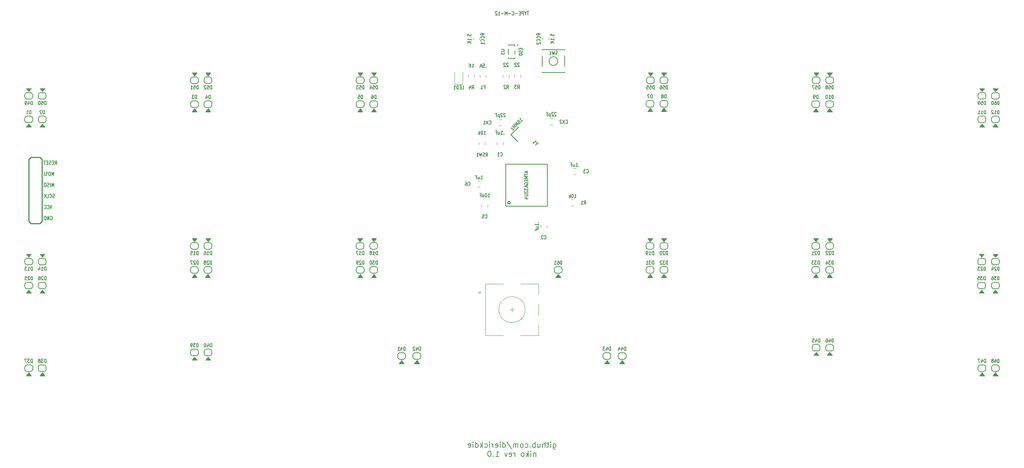
<source format=gbo>
G04 #@! TF.GenerationSoftware,KiCad,Pcbnew,(5.1.4-0)*
G04 #@! TF.CreationDate,2021-10-12T16:31:04-05:00*
G04 #@! TF.ProjectId,niko,6e696b6f-2e6b-4696-9361-645f70636258,rev?*
G04 #@! TF.SameCoordinates,Original*
G04 #@! TF.FileFunction,Legend,Bot*
G04 #@! TF.FilePolarity,Positive*
%FSLAX46Y46*%
G04 Gerber Fmt 4.6, Leading zero omitted, Abs format (unit mm)*
G04 Created by KiCad (PCBNEW (5.1.4-0)) date 2021-10-12 16:31:04*
%MOMM*%
%LPD*%
G04 APERTURE LIST*
%ADD10C,0.200000*%
%ADD11C,0.100000*%
%ADD12C,0.150000*%
%ADD13C,0.120000*%
%ADD14C,0.254000*%
%ADD15C,0.203200*%
%ADD16C,2.642000*%
%ADD17C,1.803800*%
%ADD18C,4.089800*%
%ADD19C,1.102000*%
%ADD20C,0.702000*%
%ADD21O,1.402000X2.502000*%
%ADD22C,0.402000*%
%ADD23O,1.402000X2.002000*%
%ADD24C,0.752000*%
%ADD25R,0.800000X0.700000*%
%ADD26R,0.800000X1.100000*%
%ADD27C,1.252000*%
%ADD28C,1.902000*%
%ADD29R,2.102000X2.102000*%
%ADD30C,2.102000*%
%ADD31R,3.302000X2.102000*%
%ADD32C,1.803400*%
%ADD33R,0.900000X1.900000*%
%ADD34R,1.900000X0.900000*%
%ADD35R,1.902000X1.202000*%
G04 APERTURE END LIST*
D10*
X254763827Y-120138902D02*
X254763827Y-121150807D01*
X254823351Y-121269855D01*
X254882875Y-121329379D01*
X255001922Y-121388902D01*
X255180494Y-121388902D01*
X255299541Y-121329379D01*
X254763827Y-120912712D02*
X254882875Y-120972236D01*
X255120970Y-120972236D01*
X255240018Y-120912712D01*
X255299541Y-120853188D01*
X255359065Y-120734140D01*
X255359065Y-120376998D01*
X255299541Y-120257950D01*
X255240018Y-120198426D01*
X255120970Y-120138902D01*
X254882875Y-120138902D01*
X254763827Y-120198426D01*
X254168589Y-120972236D02*
X254168589Y-120138902D01*
X254168589Y-119722236D02*
X254228113Y-119781760D01*
X254168589Y-119841283D01*
X254109065Y-119781760D01*
X254168589Y-119722236D01*
X254168589Y-119841283D01*
X253751922Y-120138902D02*
X253275732Y-120138902D01*
X253573351Y-119722236D02*
X253573351Y-120793664D01*
X253513827Y-120912712D01*
X253394780Y-120972236D01*
X253275732Y-120972236D01*
X252859065Y-120972236D02*
X252859065Y-119722236D01*
X252323351Y-120972236D02*
X252323351Y-120317474D01*
X252382875Y-120198426D01*
X252501922Y-120138902D01*
X252680494Y-120138902D01*
X252799541Y-120198426D01*
X252859065Y-120257950D01*
X251192399Y-120138902D02*
X251192399Y-120972236D01*
X251728113Y-120138902D02*
X251728113Y-120793664D01*
X251668589Y-120912712D01*
X251549541Y-120972236D01*
X251370970Y-120972236D01*
X251251922Y-120912712D01*
X251192399Y-120853188D01*
X250597160Y-120972236D02*
X250597160Y-119722236D01*
X250597160Y-120198426D02*
X250478113Y-120138902D01*
X250240018Y-120138902D01*
X250120970Y-120198426D01*
X250061446Y-120257950D01*
X250001922Y-120376998D01*
X250001922Y-120734140D01*
X250061446Y-120853188D01*
X250120970Y-120912712D01*
X250240018Y-120972236D01*
X250478113Y-120972236D01*
X250597160Y-120912712D01*
X249466208Y-120853188D02*
X249406684Y-120912712D01*
X249466208Y-120972236D01*
X249525732Y-120912712D01*
X249466208Y-120853188D01*
X249466208Y-120972236D01*
X248335256Y-120912712D02*
X248454303Y-120972236D01*
X248692399Y-120972236D01*
X248811446Y-120912712D01*
X248870970Y-120853188D01*
X248930494Y-120734140D01*
X248930494Y-120376998D01*
X248870970Y-120257950D01*
X248811446Y-120198426D01*
X248692399Y-120138902D01*
X248454303Y-120138902D01*
X248335256Y-120198426D01*
X247620970Y-120972236D02*
X247740018Y-120912712D01*
X247799541Y-120853188D01*
X247859065Y-120734140D01*
X247859065Y-120376998D01*
X247799541Y-120257950D01*
X247740018Y-120198426D01*
X247620970Y-120138902D01*
X247442399Y-120138902D01*
X247323351Y-120198426D01*
X247263827Y-120257950D01*
X247204303Y-120376998D01*
X247204303Y-120734140D01*
X247263827Y-120853188D01*
X247323351Y-120912712D01*
X247442399Y-120972236D01*
X247620970Y-120972236D01*
X246668589Y-120972236D02*
X246668589Y-120138902D01*
X246668589Y-120257950D02*
X246609065Y-120198426D01*
X246490018Y-120138902D01*
X246311446Y-120138902D01*
X246192399Y-120198426D01*
X246132875Y-120317474D01*
X246132875Y-120972236D01*
X246132875Y-120317474D02*
X246073351Y-120198426D01*
X245954303Y-120138902D01*
X245775732Y-120138902D01*
X245656684Y-120198426D01*
X245597160Y-120317474D01*
X245597160Y-120972236D01*
X244109065Y-119662712D02*
X245180494Y-121269855D01*
X243156684Y-120972236D02*
X243156684Y-119722236D01*
X243156684Y-120912712D02*
X243275732Y-120972236D01*
X243513827Y-120972236D01*
X243632875Y-120912712D01*
X243692399Y-120853188D01*
X243751922Y-120734140D01*
X243751922Y-120376998D01*
X243692399Y-120257950D01*
X243632875Y-120198426D01*
X243513827Y-120138902D01*
X243275732Y-120138902D01*
X243156684Y-120198426D01*
X242561446Y-120972236D02*
X242561446Y-120138902D01*
X242561446Y-119722236D02*
X242620970Y-119781760D01*
X242561446Y-119841283D01*
X242501922Y-119781760D01*
X242561446Y-119722236D01*
X242561446Y-119841283D01*
X241490018Y-120912712D02*
X241609065Y-120972236D01*
X241847160Y-120972236D01*
X241966208Y-120912712D01*
X242025732Y-120793664D01*
X242025732Y-120317474D01*
X241966208Y-120198426D01*
X241847160Y-120138902D01*
X241609065Y-120138902D01*
X241490018Y-120198426D01*
X241430494Y-120317474D01*
X241430494Y-120436521D01*
X242025732Y-120555569D01*
X240894780Y-120972236D02*
X240894780Y-120138902D01*
X240894780Y-120376998D02*
X240835256Y-120257950D01*
X240775732Y-120198426D01*
X240656684Y-120138902D01*
X240537637Y-120138902D01*
X240120970Y-120972236D02*
X240120970Y-120138902D01*
X240120970Y-119722236D02*
X240180494Y-119781760D01*
X240120970Y-119841283D01*
X240061446Y-119781760D01*
X240120970Y-119722236D01*
X240120970Y-119841283D01*
X238990018Y-120912712D02*
X239109065Y-120972236D01*
X239347160Y-120972236D01*
X239466208Y-120912712D01*
X239525732Y-120853188D01*
X239585256Y-120734140D01*
X239585256Y-120376998D01*
X239525732Y-120257950D01*
X239466208Y-120198426D01*
X239347160Y-120138902D01*
X239109065Y-120138902D01*
X238990018Y-120198426D01*
X238454303Y-120972236D02*
X238454303Y-119722236D01*
X238335256Y-120496045D02*
X237978113Y-120972236D01*
X237978113Y-120138902D02*
X238454303Y-120615093D01*
X236906684Y-120972236D02*
X236906684Y-119722236D01*
X236906684Y-120912712D02*
X237025732Y-120972236D01*
X237263827Y-120972236D01*
X237382875Y-120912712D01*
X237442399Y-120853188D01*
X237501922Y-120734140D01*
X237501922Y-120376998D01*
X237442399Y-120257950D01*
X237382875Y-120198426D01*
X237263827Y-120138902D01*
X237025732Y-120138902D01*
X236906684Y-120198426D01*
X236311446Y-120972236D02*
X236311446Y-120138902D01*
X236311446Y-119722236D02*
X236370970Y-119781760D01*
X236311446Y-119841283D01*
X236251922Y-119781760D01*
X236311446Y-119722236D01*
X236311446Y-119841283D01*
X235240018Y-120912712D02*
X235359065Y-120972236D01*
X235597160Y-120972236D01*
X235716208Y-120912712D01*
X235775732Y-120793664D01*
X235775732Y-120317474D01*
X235716208Y-120198426D01*
X235597160Y-120138902D01*
X235359065Y-120138902D01*
X235240018Y-120198426D01*
X235180494Y-120317474D01*
X235180494Y-120436521D01*
X235775732Y-120555569D01*
X250745970Y-122213902D02*
X250745970Y-123047236D01*
X250745970Y-122332950D02*
X250686446Y-122273426D01*
X250567399Y-122213902D01*
X250388827Y-122213902D01*
X250269780Y-122273426D01*
X250210256Y-122392474D01*
X250210256Y-123047236D01*
X249615018Y-123047236D02*
X249615018Y-122213902D01*
X249615018Y-121797236D02*
X249674541Y-121856760D01*
X249615018Y-121916283D01*
X249555494Y-121856760D01*
X249615018Y-121797236D01*
X249615018Y-121916283D01*
X249019780Y-123047236D02*
X249019780Y-121797236D01*
X248900732Y-122571045D02*
X248543589Y-123047236D01*
X248543589Y-122213902D02*
X249019780Y-122690093D01*
X247829303Y-123047236D02*
X247948351Y-122987712D01*
X248007875Y-122928188D01*
X248067399Y-122809140D01*
X248067399Y-122451998D01*
X248007875Y-122332950D01*
X247948351Y-122273426D01*
X247829303Y-122213902D01*
X247650732Y-122213902D01*
X247531684Y-122273426D01*
X247472160Y-122332950D01*
X247412637Y-122451998D01*
X247412637Y-122809140D01*
X247472160Y-122928188D01*
X247531684Y-122987712D01*
X247650732Y-123047236D01*
X247829303Y-123047236D01*
X245924541Y-123047236D02*
X245924541Y-122213902D01*
X245924541Y-122451998D02*
X245865018Y-122332950D01*
X245805494Y-122273426D01*
X245686446Y-122213902D01*
X245567399Y-122213902D01*
X244674541Y-122987712D02*
X244793589Y-123047236D01*
X245031684Y-123047236D01*
X245150732Y-122987712D01*
X245210256Y-122868664D01*
X245210256Y-122392474D01*
X245150732Y-122273426D01*
X245031684Y-122213902D01*
X244793589Y-122213902D01*
X244674541Y-122273426D01*
X244615018Y-122392474D01*
X244615018Y-122511521D01*
X245210256Y-122630569D01*
X244198351Y-122213902D02*
X243900732Y-123047236D01*
X243603113Y-122213902D01*
X241519780Y-123047236D02*
X242234065Y-123047236D01*
X241876922Y-123047236D02*
X241876922Y-121797236D01*
X241995970Y-121975807D01*
X242115018Y-122094855D01*
X242234065Y-122154379D01*
X240984065Y-122928188D02*
X240924541Y-122987712D01*
X240984065Y-123047236D01*
X241043589Y-122987712D01*
X240984065Y-122928188D01*
X240984065Y-123047236D01*
X240150732Y-121797236D02*
X240031684Y-121797236D01*
X239912637Y-121856760D01*
X239853113Y-121916283D01*
X239793589Y-122035331D01*
X239734065Y-122273426D01*
X239734065Y-122571045D01*
X239793589Y-122809140D01*
X239853113Y-122928188D01*
X239912637Y-122987712D01*
X240031684Y-123047236D01*
X240150732Y-123047236D01*
X240269780Y-122987712D01*
X240329303Y-122928188D01*
X240388827Y-122809140D01*
X240448351Y-122571045D01*
X240448351Y-122273426D01*
X240388827Y-122035331D01*
X240329303Y-121916283D01*
X240269780Y-121856760D01*
X240150732Y-121797236D01*
D11*
G36*
X255900000Y-81114200D02*
G01*
X255300000Y-81914200D01*
X256500000Y-81914200D01*
X255900000Y-81114200D01*
G37*
X255900000Y-81114200D02*
X255300000Y-81914200D01*
X256500000Y-81914200D01*
X255900000Y-81114200D01*
D10*
X256800000Y-80399962D02*
X256800000Y-79900000D01*
X256300000Y-80900000D02*
G75*
G03X256800000Y-80400000I0J500000D01*
G01*
X256800000Y-79900000D02*
G75*
G03X256300000Y-79400000I-500000J0D01*
G01*
X255500000Y-79400000D02*
X256300000Y-79400000D01*
X255500000Y-79400000D02*
G75*
G03X255000000Y-79900000I0J-500000D01*
G01*
X255000000Y-79900038D02*
X255000000Y-80400000D01*
X255500000Y-80900000D02*
X256300000Y-80900000D01*
X255000000Y-80400000D02*
G75*
G03X255500000Y-80900000I500000J0D01*
G01*
D11*
G36*
X356400000Y-39185800D02*
G01*
X357000000Y-38385800D01*
X355800000Y-38385800D01*
X356400000Y-39185800D01*
G37*
X356400000Y-39185800D02*
X357000000Y-38385800D01*
X355800000Y-38385800D01*
X356400000Y-39185800D01*
D10*
X355500000Y-39900038D02*
X355500000Y-40400000D01*
X356000000Y-39400000D02*
G75*
G03X355500000Y-39900000I0J-500000D01*
G01*
X355500000Y-40400000D02*
G75*
G03X356000000Y-40900000I500000J0D01*
G01*
X356800000Y-40900000D02*
X356000000Y-40900000D01*
X356800000Y-40900000D02*
G75*
G03X357300000Y-40400000I0J500000D01*
G01*
X357300000Y-40399962D02*
X357300000Y-39900000D01*
X356800000Y-39400000D02*
X356000000Y-39400000D01*
X357300000Y-39900000D02*
G75*
G03X356800000Y-39400000I-500000J0D01*
G01*
D11*
G36*
X353300000Y-39185800D02*
G01*
X353900000Y-38385800D01*
X352700000Y-38385800D01*
X353300000Y-39185800D01*
G37*
X353300000Y-39185800D02*
X353900000Y-38385800D01*
X352700000Y-38385800D01*
X353300000Y-39185800D01*
D10*
X352400000Y-39900038D02*
X352400000Y-40400000D01*
X352900000Y-39400000D02*
G75*
G03X352400000Y-39900000I0J-500000D01*
G01*
X352400000Y-40400000D02*
G75*
G03X352900000Y-40900000I500000J0D01*
G01*
X353700000Y-40900000D02*
X352900000Y-40900000D01*
X353700000Y-40900000D02*
G75*
G03X354200000Y-40400000I0J500000D01*
G01*
X354200000Y-40399962D02*
X354200000Y-39900000D01*
X353700000Y-39400000D02*
X352900000Y-39400000D01*
X354200000Y-39900000D02*
G75*
G03X353700000Y-39400000I-500000J0D01*
G01*
D11*
G36*
X318300000Y-35585800D02*
G01*
X318900000Y-34785800D01*
X317700000Y-34785800D01*
X318300000Y-35585800D01*
G37*
X318300000Y-35585800D02*
X318900000Y-34785800D01*
X317700000Y-34785800D01*
X318300000Y-35585800D01*
D10*
X317400000Y-36300038D02*
X317400000Y-36800000D01*
X317900000Y-35800000D02*
G75*
G03X317400000Y-36300000I0J-500000D01*
G01*
X317400000Y-36800000D02*
G75*
G03X317900000Y-37300000I500000J0D01*
G01*
X318700000Y-37300000D02*
X317900000Y-37300000D01*
X318700000Y-37300000D02*
G75*
G03X319200000Y-36800000I0J500000D01*
G01*
X319200000Y-36799962D02*
X319200000Y-36300000D01*
X318700000Y-35800000D02*
X317900000Y-35800000D01*
X319200000Y-36300000D02*
G75*
G03X318700000Y-35800000I-500000J0D01*
G01*
D11*
G36*
X315200000Y-35585800D02*
G01*
X315800000Y-34785800D01*
X314600000Y-34785800D01*
X315200000Y-35585800D01*
G37*
X315200000Y-35585800D02*
X315800000Y-34785800D01*
X314600000Y-34785800D01*
X315200000Y-35585800D01*
D10*
X314300000Y-36300038D02*
X314300000Y-36800000D01*
X314800000Y-35800000D02*
G75*
G03X314300000Y-36300000I0J-500000D01*
G01*
X314300000Y-36800000D02*
G75*
G03X314800000Y-37300000I500000J0D01*
G01*
X315600000Y-37300000D02*
X314800000Y-37300000D01*
X315600000Y-37300000D02*
G75*
G03X316100000Y-36800000I0J500000D01*
G01*
X316100000Y-36799962D02*
X316100000Y-36300000D01*
X315600000Y-35800000D02*
X314800000Y-35800000D01*
X316100000Y-36300000D02*
G75*
G03X315600000Y-35800000I-500000J0D01*
G01*
D11*
G36*
X280200000Y-35585800D02*
G01*
X280800000Y-34785800D01*
X279600000Y-34785800D01*
X280200000Y-35585800D01*
G37*
X280200000Y-35585800D02*
X280800000Y-34785800D01*
X279600000Y-34785800D01*
X280200000Y-35585800D01*
D10*
X279300000Y-36300038D02*
X279300000Y-36800000D01*
X279800000Y-35800000D02*
G75*
G03X279300000Y-36300000I0J-500000D01*
G01*
X279300000Y-36800000D02*
G75*
G03X279800000Y-37300000I500000J0D01*
G01*
X280600000Y-37300000D02*
X279800000Y-37300000D01*
X280600000Y-37300000D02*
G75*
G03X281100000Y-36800000I0J500000D01*
G01*
X281100000Y-36799962D02*
X281100000Y-36300000D01*
X280600000Y-35800000D02*
X279800000Y-35800000D01*
X281100000Y-36300000D02*
G75*
G03X280600000Y-35800000I-500000J0D01*
G01*
D11*
G36*
X277100000Y-35585800D02*
G01*
X277700000Y-34785800D01*
X276500000Y-34785800D01*
X277100000Y-35585800D01*
G37*
X277100000Y-35585800D02*
X277700000Y-34785800D01*
X276500000Y-34785800D01*
X277100000Y-35585800D01*
D10*
X276200000Y-36300038D02*
X276200000Y-36800000D01*
X276700000Y-35800000D02*
G75*
G03X276200000Y-36300000I0J-500000D01*
G01*
X276200000Y-36800000D02*
G75*
G03X276700000Y-37300000I500000J0D01*
G01*
X277500000Y-37300000D02*
X276700000Y-37300000D01*
X277500000Y-37300000D02*
G75*
G03X278000000Y-36800000I0J500000D01*
G01*
X278000000Y-36799962D02*
X278000000Y-36300000D01*
X277500000Y-35800000D02*
X276700000Y-35800000D01*
X278000000Y-36300000D02*
G75*
G03X277500000Y-35800000I-500000J0D01*
G01*
D11*
G36*
X213500000Y-35585800D02*
G01*
X214100000Y-34785800D01*
X212900000Y-34785800D01*
X213500000Y-35585800D01*
G37*
X213500000Y-35585800D02*
X214100000Y-34785800D01*
X212900000Y-34785800D01*
X213500000Y-35585800D01*
D10*
X212600000Y-36300038D02*
X212600000Y-36800000D01*
X213100000Y-35800000D02*
G75*
G03X212600000Y-36300000I0J-500000D01*
G01*
X212600000Y-36800000D02*
G75*
G03X213100000Y-37300000I500000J0D01*
G01*
X213900000Y-37300000D02*
X213100000Y-37300000D01*
X213900000Y-37300000D02*
G75*
G03X214400000Y-36800000I0J500000D01*
G01*
X214400000Y-36799962D02*
X214400000Y-36300000D01*
X213900000Y-35800000D02*
X213100000Y-35800000D01*
X214400000Y-36300000D02*
G75*
G03X213900000Y-35800000I-500000J0D01*
G01*
D11*
G36*
X210400000Y-35585800D02*
G01*
X211000000Y-34785800D01*
X209800000Y-34785800D01*
X210400000Y-35585800D01*
G37*
X210400000Y-35585800D02*
X211000000Y-34785800D01*
X209800000Y-34785800D01*
X210400000Y-35585800D01*
D10*
X209500000Y-36300038D02*
X209500000Y-36800000D01*
X210000000Y-35800000D02*
G75*
G03X209500000Y-36300000I0J-500000D01*
G01*
X209500000Y-36800000D02*
G75*
G03X210000000Y-37300000I500000J0D01*
G01*
X210800000Y-37300000D02*
X210000000Y-37300000D01*
X210800000Y-37300000D02*
G75*
G03X211300000Y-36800000I0J500000D01*
G01*
X211300000Y-36799962D02*
X211300000Y-36300000D01*
X210800000Y-35800000D02*
X210000000Y-35800000D01*
X211300000Y-36300000D02*
G75*
G03X210800000Y-35800000I-500000J0D01*
G01*
D11*
G36*
X175400000Y-35585800D02*
G01*
X176000000Y-34785800D01*
X174800000Y-34785800D01*
X175400000Y-35585800D01*
G37*
X175400000Y-35585800D02*
X176000000Y-34785800D01*
X174800000Y-34785800D01*
X175400000Y-35585800D01*
D10*
X174500000Y-36300038D02*
X174500000Y-36800000D01*
X175000000Y-35800000D02*
G75*
G03X174500000Y-36300000I0J-500000D01*
G01*
X174500000Y-36800000D02*
G75*
G03X175000000Y-37300000I500000J0D01*
G01*
X175800000Y-37300000D02*
X175000000Y-37300000D01*
X175800000Y-37300000D02*
G75*
G03X176300000Y-36800000I0J500000D01*
G01*
X176300000Y-36799962D02*
X176300000Y-36300000D01*
X175800000Y-35800000D02*
X175000000Y-35800000D01*
X176300000Y-36300000D02*
G75*
G03X175800000Y-35800000I-500000J0D01*
G01*
D11*
G36*
X172300000Y-35585800D02*
G01*
X172900000Y-34785800D01*
X171700000Y-34785800D01*
X172300000Y-35585800D01*
G37*
X172300000Y-35585800D02*
X172900000Y-34785800D01*
X171700000Y-34785800D01*
X172300000Y-35585800D01*
D10*
X171400000Y-36300038D02*
X171400000Y-36800000D01*
X171900000Y-35800000D02*
G75*
G03X171400000Y-36300000I0J-500000D01*
G01*
X171400000Y-36800000D02*
G75*
G03X171900000Y-37300000I500000J0D01*
G01*
X172700000Y-37300000D02*
X171900000Y-37300000D01*
X172700000Y-37300000D02*
G75*
G03X173200000Y-36800000I0J500000D01*
G01*
X173200000Y-36799962D02*
X173200000Y-36300000D01*
X172700000Y-35800000D02*
X171900000Y-35800000D01*
X173200000Y-36300000D02*
G75*
G03X172700000Y-35800000I-500000J0D01*
G01*
D11*
G36*
X137300000Y-39185800D02*
G01*
X137900000Y-38385800D01*
X136700000Y-38385800D01*
X137300000Y-39185800D01*
G37*
X137300000Y-39185800D02*
X137900000Y-38385800D01*
X136700000Y-38385800D01*
X137300000Y-39185800D01*
D10*
X136400000Y-39900038D02*
X136400000Y-40400000D01*
X136900000Y-39400000D02*
G75*
G03X136400000Y-39900000I0J-500000D01*
G01*
X136400000Y-40400000D02*
G75*
G03X136900000Y-40900000I500000J0D01*
G01*
X137700000Y-40900000D02*
X136900000Y-40900000D01*
X137700000Y-40900000D02*
G75*
G03X138200000Y-40400000I0J500000D01*
G01*
X138200000Y-40399962D02*
X138200000Y-39900000D01*
X137700000Y-39400000D02*
X136900000Y-39400000D01*
X138200000Y-39900000D02*
G75*
G03X137700000Y-39400000I-500000J0D01*
G01*
D11*
G36*
X134200000Y-39185800D02*
G01*
X134800000Y-38385800D01*
X133600000Y-38385800D01*
X134200000Y-39185800D01*
G37*
X134200000Y-39185800D02*
X134800000Y-38385800D01*
X133600000Y-38385800D01*
X134200000Y-39185800D01*
D10*
X133300000Y-39900038D02*
X133300000Y-40400000D01*
X133800000Y-39400000D02*
G75*
G03X133300000Y-39900000I0J-500000D01*
G01*
X133300000Y-40400000D02*
G75*
G03X133800000Y-40900000I500000J0D01*
G01*
X134600000Y-40900000D02*
X133800000Y-40900000D01*
X134600000Y-40900000D02*
G75*
G03X135100000Y-40400000I0J500000D01*
G01*
X135100000Y-40399962D02*
X135100000Y-39900000D01*
X134600000Y-39400000D02*
X133800000Y-39400000D01*
X135100000Y-39900000D02*
G75*
G03X134600000Y-39400000I-500000J0D01*
G01*
D12*
X246000000Y-31600000D02*
X246000000Y-28400000D01*
X244400000Y-31600000D02*
X244400000Y-28400000D01*
X244400000Y-28400000D02*
X246000000Y-28400000D01*
X246400000Y-28400000D02*
X246700000Y-28400000D01*
X244400000Y-31600000D02*
X246000000Y-31600000D01*
D13*
X237690000Y-51361252D02*
X237690000Y-50838748D01*
X239110000Y-51361252D02*
X239110000Y-50838748D01*
D11*
G36*
X175375000Y-81114200D02*
G01*
X174775000Y-81914200D01*
X175975000Y-81914200D01*
X175375000Y-81114200D01*
G37*
X175375000Y-81114200D02*
X174775000Y-81914200D01*
X175975000Y-81914200D01*
X175375000Y-81114200D01*
D10*
X176275000Y-80399962D02*
X176275000Y-79900000D01*
X175775000Y-80900000D02*
G75*
G03X176275000Y-80400000I0J500000D01*
G01*
X176275000Y-79900000D02*
G75*
G03X175775000Y-79400000I-500000J0D01*
G01*
X174975000Y-79400000D02*
X175775000Y-79400000D01*
X174975000Y-79400000D02*
G75*
G03X174475000Y-79900000I0J-500000D01*
G01*
X174475000Y-79900038D02*
X174475000Y-80400000D01*
X174975000Y-80900000D02*
X175775000Y-80900000D01*
X174475000Y-80400000D02*
G75*
G03X174975000Y-80900000I500000J0D01*
G01*
X245011953Y-49118198D02*
X246921142Y-47209010D01*
X246602944Y-50709188D02*
X245011953Y-49118198D01*
D13*
X243190000Y-35861252D02*
X243190000Y-35338748D01*
X244610000Y-35861252D02*
X244610000Y-35338748D01*
X254038748Y-45390000D02*
X254561252Y-45390000D01*
X254038748Y-46810000D02*
X254561252Y-46810000D01*
X253310000Y-69938748D02*
X253310000Y-70461252D01*
X251890000Y-69938748D02*
X251890000Y-70461252D01*
X237890000Y-35861252D02*
X237890000Y-35338748D01*
X239310000Y-35861252D02*
X239310000Y-35338748D01*
D11*
G36*
X353200000Y-84714200D02*
G01*
X352600000Y-85514200D01*
X353800000Y-85514200D01*
X353200000Y-84714200D01*
G37*
X353200000Y-84714200D02*
X352600000Y-85514200D01*
X353800000Y-85514200D01*
X353200000Y-84714200D01*
D10*
X354100000Y-83999962D02*
X354100000Y-83500000D01*
X353600000Y-84500000D02*
G75*
G03X354100000Y-84000000I0J500000D01*
G01*
X354100000Y-83500000D02*
G75*
G03X353600000Y-83000000I-500000J0D01*
G01*
X352800000Y-83000000D02*
X353600000Y-83000000D01*
X352800000Y-83000000D02*
G75*
G03X352300000Y-83500000I0J-500000D01*
G01*
X352300000Y-83500038D02*
X352300000Y-84000000D01*
X352800000Y-84500000D02*
X353600000Y-84500000D01*
X352300000Y-84000000D02*
G75*
G03X352800000Y-84500000I500000J0D01*
G01*
D11*
G36*
X356400000Y-84714200D02*
G01*
X355800000Y-85514200D01*
X357000000Y-85514200D01*
X356400000Y-84714200D01*
G37*
X356400000Y-84714200D02*
X355800000Y-85514200D01*
X357000000Y-85514200D01*
X356400000Y-84714200D01*
D10*
X357300000Y-83999962D02*
X357300000Y-83500000D01*
X356800000Y-84500000D02*
G75*
G03X357300000Y-84000000I0J500000D01*
G01*
X357300000Y-83500000D02*
G75*
G03X356800000Y-83000000I-500000J0D01*
G01*
X356000000Y-83000000D02*
X356800000Y-83000000D01*
X356000000Y-83000000D02*
G75*
G03X355500000Y-83500000I0J-500000D01*
G01*
X355500000Y-83500038D02*
X355500000Y-84000000D01*
X356000000Y-84500000D02*
X356800000Y-84500000D01*
X355500000Y-84000000D02*
G75*
G03X356000000Y-84500000I500000J0D01*
G01*
D13*
X245790000Y-35861252D02*
X245790000Y-35338748D01*
X247210000Y-35861252D02*
X247210000Y-35338748D01*
X259461252Y-65410000D02*
X258938748Y-65410000D01*
X259461252Y-63990000D02*
X258938748Y-63990000D01*
X252290000Y-27261252D02*
X252290000Y-26738748D01*
X253710000Y-27261252D02*
X253710000Y-26738748D01*
X236290000Y-27261252D02*
X236290000Y-26738748D01*
X237710000Y-27261252D02*
X237710000Y-26738748D01*
X236610000Y-35338748D02*
X236610000Y-35861252D01*
X235190000Y-35338748D02*
X235190000Y-35861252D01*
X259438748Y-56790000D02*
X259961252Y-56790000D01*
X259438748Y-58210000D02*
X259961252Y-58210000D01*
X239710000Y-65138748D02*
X239710000Y-65661252D01*
X238290000Y-65138748D02*
X238290000Y-65661252D01*
X242861252Y-45590000D02*
X242338748Y-45590000D01*
X242861252Y-47010000D02*
X242338748Y-47010000D01*
X237961252Y-61110000D02*
X237438748Y-61110000D01*
X237961252Y-59690000D02*
X237438748Y-59690000D01*
X241790000Y-51361252D02*
X241790000Y-50838748D01*
X243210000Y-51361252D02*
X243210000Y-50838748D01*
X237469780Y-85197250D02*
X238069780Y-85197250D01*
X237769780Y-85497250D02*
X237469780Y-85197250D01*
X238069780Y-85197250D02*
X237769780Y-85497250D01*
X243269780Y-95197250D02*
X239169780Y-95197250D01*
X243269780Y-83397250D02*
X239169780Y-83397250D01*
X251369780Y-95197250D02*
X247269780Y-95197250D01*
X251369780Y-92797250D02*
X251369780Y-95197250D01*
X251369780Y-87997250D02*
X251369780Y-90597250D01*
X251369780Y-83397250D02*
X251369780Y-85797250D01*
X247269780Y-83397250D02*
X251369780Y-83397250D01*
X239169780Y-83397250D02*
X239169780Y-95197250D01*
X245269780Y-88797250D02*
X245269780Y-89797250D01*
X244769780Y-89297250D02*
X245769780Y-89297250D01*
X248269780Y-89297250D02*
G75*
G03X248269780Y-89297250I-3000000J0D01*
G01*
D14*
X134207820Y-69024760D02*
X134715820Y-69532760D01*
X134715820Y-69532760D02*
X136747820Y-69532760D01*
X136747820Y-69532760D02*
X137255820Y-69024760D01*
X137255820Y-69024760D02*
X137255820Y-54800760D01*
X137255820Y-54800760D02*
X136747820Y-54292760D01*
X136747820Y-54292760D02*
X134715820Y-54292760D01*
X134715820Y-54292760D02*
X134207820Y-54800760D01*
X134207820Y-54800760D02*
X134207820Y-69024760D01*
X244882700Y-64700000D02*
G75*
G03X244882700Y-64700000I-282700J0D01*
G01*
D15*
X243800000Y-55900000D02*
X243800000Y-65500000D01*
X253400000Y-55900000D02*
X243800000Y-55900000D01*
X253400000Y-65500000D02*
X253400000Y-55900000D01*
X243800000Y-65500000D02*
X253400000Y-65500000D01*
D11*
G36*
X134200000Y-46514200D02*
G01*
X133600000Y-47314200D01*
X134800000Y-47314200D01*
X134200000Y-46514200D01*
G37*
X134200000Y-46514200D02*
X133600000Y-47314200D01*
X134800000Y-47314200D01*
X134200000Y-46514200D01*
D10*
X135100000Y-45799962D02*
X135100000Y-45300000D01*
X134600000Y-46300000D02*
G75*
G03X135100000Y-45800000I0J500000D01*
G01*
X135100000Y-45300000D02*
G75*
G03X134600000Y-44800000I-500000J0D01*
G01*
X133800000Y-44800000D02*
X134600000Y-44800000D01*
X133800000Y-44800000D02*
G75*
G03X133300000Y-45300000I0J-500000D01*
G01*
X133300000Y-45300038D02*
X133300000Y-45800000D01*
X133800000Y-46300000D02*
X134600000Y-46300000D01*
X133300000Y-45800000D02*
G75*
G03X133800000Y-46300000I500000J0D01*
G01*
D11*
G36*
X137300000Y-46514200D02*
G01*
X136700000Y-47314200D01*
X137900000Y-47314200D01*
X137300000Y-46514200D01*
G37*
X137300000Y-46514200D02*
X136700000Y-47314200D01*
X137900000Y-47314200D01*
X137300000Y-46514200D01*
D10*
X138200000Y-45799962D02*
X138200000Y-45300000D01*
X137700000Y-46300000D02*
G75*
G03X138200000Y-45800000I0J500000D01*
G01*
X138200000Y-45300000D02*
G75*
G03X137700000Y-44800000I-500000J0D01*
G01*
X136900000Y-44800000D02*
X137700000Y-44800000D01*
X136900000Y-44800000D02*
G75*
G03X136400000Y-45300000I0J-500000D01*
G01*
X136400000Y-45300038D02*
X136400000Y-45800000D01*
X136900000Y-46300000D02*
X137700000Y-46300000D01*
X136400000Y-45800000D02*
G75*
G03X136900000Y-46300000I500000J0D01*
G01*
D11*
G36*
X172300000Y-43014200D02*
G01*
X171700000Y-43814200D01*
X172900000Y-43814200D01*
X172300000Y-43014200D01*
G37*
X172300000Y-43014200D02*
X171700000Y-43814200D01*
X172900000Y-43814200D01*
X172300000Y-43014200D01*
D10*
X173200000Y-42299962D02*
X173200000Y-41800000D01*
X172700000Y-42800000D02*
G75*
G03X173200000Y-42300000I0J500000D01*
G01*
X173200000Y-41800000D02*
G75*
G03X172700000Y-41300000I-500000J0D01*
G01*
X171900000Y-41300000D02*
X172700000Y-41300000D01*
X171900000Y-41300000D02*
G75*
G03X171400000Y-41800000I0J-500000D01*
G01*
X171400000Y-41800038D02*
X171400000Y-42300000D01*
X171900000Y-42800000D02*
X172700000Y-42800000D01*
X171400000Y-42300000D02*
G75*
G03X171900000Y-42800000I500000J0D01*
G01*
D11*
G36*
X175400000Y-43014200D02*
G01*
X174800000Y-43814200D01*
X176000000Y-43814200D01*
X175400000Y-43014200D01*
G37*
X175400000Y-43014200D02*
X174800000Y-43814200D01*
X176000000Y-43814200D01*
X175400000Y-43014200D01*
D10*
X176300000Y-42299962D02*
X176300000Y-41800000D01*
X175800000Y-42800000D02*
G75*
G03X176300000Y-42300000I0J500000D01*
G01*
X176300000Y-41800000D02*
G75*
G03X175800000Y-41300000I-500000J0D01*
G01*
X175000000Y-41300000D02*
X175800000Y-41300000D01*
X175000000Y-41300000D02*
G75*
G03X174500000Y-41800000I0J-500000D01*
G01*
X174500000Y-41800038D02*
X174500000Y-42300000D01*
X175000000Y-42800000D02*
X175800000Y-42800000D01*
X174500000Y-42300000D02*
G75*
G03X175000000Y-42800000I500000J0D01*
G01*
D11*
G36*
X210400000Y-43014200D02*
G01*
X209800000Y-43814200D01*
X211000000Y-43814200D01*
X210400000Y-43014200D01*
G37*
X210400000Y-43014200D02*
X209800000Y-43814200D01*
X211000000Y-43814200D01*
X210400000Y-43014200D01*
D10*
X211300000Y-42299962D02*
X211300000Y-41800000D01*
X210800000Y-42800000D02*
G75*
G03X211300000Y-42300000I0J500000D01*
G01*
X211300000Y-41800000D02*
G75*
G03X210800000Y-41300000I-500000J0D01*
G01*
X210000000Y-41300000D02*
X210800000Y-41300000D01*
X210000000Y-41300000D02*
G75*
G03X209500000Y-41800000I0J-500000D01*
G01*
X209500000Y-41800038D02*
X209500000Y-42300000D01*
X210000000Y-42800000D02*
X210800000Y-42800000D01*
X209500000Y-42300000D02*
G75*
G03X210000000Y-42800000I500000J0D01*
G01*
D11*
G36*
X213500000Y-43014200D02*
G01*
X212900000Y-43814200D01*
X214100000Y-43814200D01*
X213500000Y-43014200D01*
G37*
X213500000Y-43014200D02*
X212900000Y-43814200D01*
X214100000Y-43814200D01*
X213500000Y-43014200D01*
D10*
X214400000Y-42299962D02*
X214400000Y-41800000D01*
X213900000Y-42800000D02*
G75*
G03X214400000Y-42300000I0J500000D01*
G01*
X214400000Y-41800000D02*
G75*
G03X213900000Y-41300000I-500000J0D01*
G01*
X213100000Y-41300000D02*
X213900000Y-41300000D01*
X213100000Y-41300000D02*
G75*
G03X212600000Y-41800000I0J-500000D01*
G01*
X212600000Y-41800038D02*
X212600000Y-42300000D01*
X213100000Y-42800000D02*
X213900000Y-42800000D01*
X212600000Y-42300000D02*
G75*
G03X213100000Y-42800000I500000J0D01*
G01*
D11*
G36*
X277000000Y-42914200D02*
G01*
X276400000Y-43714200D01*
X277600000Y-43714200D01*
X277000000Y-42914200D01*
G37*
X277000000Y-42914200D02*
X276400000Y-43714200D01*
X277600000Y-43714200D01*
X277000000Y-42914200D01*
D10*
X277900000Y-42199962D02*
X277900000Y-41700000D01*
X277400000Y-42700000D02*
G75*
G03X277900000Y-42200000I0J500000D01*
G01*
X277900000Y-41700000D02*
G75*
G03X277400000Y-41200000I-500000J0D01*
G01*
X276600000Y-41200000D02*
X277400000Y-41200000D01*
X276600000Y-41200000D02*
G75*
G03X276100000Y-41700000I0J-500000D01*
G01*
X276100000Y-41700038D02*
X276100000Y-42200000D01*
X276600000Y-42700000D02*
X277400000Y-42700000D01*
X276100000Y-42200000D02*
G75*
G03X276600000Y-42700000I500000J0D01*
G01*
D11*
G36*
X280200000Y-42914200D02*
G01*
X279600000Y-43714200D01*
X280800000Y-43714200D01*
X280200000Y-42914200D01*
G37*
X280200000Y-42914200D02*
X279600000Y-43714200D01*
X280800000Y-43714200D01*
X280200000Y-42914200D01*
D10*
X281100000Y-42199962D02*
X281100000Y-41700000D01*
X280600000Y-42700000D02*
G75*
G03X281100000Y-42200000I0J500000D01*
G01*
X281100000Y-41700000D02*
G75*
G03X280600000Y-41200000I-500000J0D01*
G01*
X279800000Y-41200000D02*
X280600000Y-41200000D01*
X279800000Y-41200000D02*
G75*
G03X279300000Y-41700000I0J-500000D01*
G01*
X279300000Y-41700038D02*
X279300000Y-42200000D01*
X279800000Y-42700000D02*
X280600000Y-42700000D01*
X279300000Y-42200000D02*
G75*
G03X279800000Y-42700000I500000J0D01*
G01*
D11*
G36*
X315100000Y-43014200D02*
G01*
X314500000Y-43814200D01*
X315700000Y-43814200D01*
X315100000Y-43014200D01*
G37*
X315100000Y-43014200D02*
X314500000Y-43814200D01*
X315700000Y-43814200D01*
X315100000Y-43014200D01*
D10*
X316000000Y-42299962D02*
X316000000Y-41800000D01*
X315500000Y-42800000D02*
G75*
G03X316000000Y-42300000I0J500000D01*
G01*
X316000000Y-41800000D02*
G75*
G03X315500000Y-41300000I-500000J0D01*
G01*
X314700000Y-41300000D02*
X315500000Y-41300000D01*
X314700000Y-41300000D02*
G75*
G03X314200000Y-41800000I0J-500000D01*
G01*
X314200000Y-41800038D02*
X314200000Y-42300000D01*
X314700000Y-42800000D02*
X315500000Y-42800000D01*
X314200000Y-42300000D02*
G75*
G03X314700000Y-42800000I500000J0D01*
G01*
D11*
G36*
X318300000Y-43014200D02*
G01*
X317700000Y-43814200D01*
X318900000Y-43814200D01*
X318300000Y-43014200D01*
G37*
X318300000Y-43014200D02*
X317700000Y-43814200D01*
X318900000Y-43814200D01*
X318300000Y-43014200D01*
D10*
X319200000Y-42299962D02*
X319200000Y-41800000D01*
X318700000Y-42800000D02*
G75*
G03X319200000Y-42300000I0J500000D01*
G01*
X319200000Y-41800000D02*
G75*
G03X318700000Y-41300000I-500000J0D01*
G01*
X317900000Y-41300000D02*
X318700000Y-41300000D01*
X317900000Y-41300000D02*
G75*
G03X317400000Y-41800000I0J-500000D01*
G01*
X317400000Y-41800038D02*
X317400000Y-42300000D01*
X317900000Y-42800000D02*
X318700000Y-42800000D01*
X317400000Y-42300000D02*
G75*
G03X317900000Y-42800000I500000J0D01*
G01*
D11*
G36*
X353300000Y-46514200D02*
G01*
X352700000Y-47314200D01*
X353900000Y-47314200D01*
X353300000Y-46514200D01*
G37*
X353300000Y-46514200D02*
X352700000Y-47314200D01*
X353900000Y-47314200D01*
X353300000Y-46514200D01*
D10*
X354200000Y-45799962D02*
X354200000Y-45300000D01*
X353700000Y-46300000D02*
G75*
G03X354200000Y-45800000I0J500000D01*
G01*
X354200000Y-45300000D02*
G75*
G03X353700000Y-44800000I-500000J0D01*
G01*
X352900000Y-44800000D02*
X353700000Y-44800000D01*
X352900000Y-44800000D02*
G75*
G03X352400000Y-45300000I0J-500000D01*
G01*
X352400000Y-45300038D02*
X352400000Y-45800000D01*
X352900000Y-46300000D02*
X353700000Y-46300000D01*
X352400000Y-45800000D02*
G75*
G03X352900000Y-46300000I500000J0D01*
G01*
D11*
G36*
X134200000Y-77285800D02*
G01*
X134800000Y-76485800D01*
X133600000Y-76485800D01*
X134200000Y-77285800D01*
G37*
X134200000Y-77285800D02*
X134800000Y-76485800D01*
X133600000Y-76485800D01*
X134200000Y-77285800D01*
D10*
X133300000Y-78000038D02*
X133300000Y-78500000D01*
X133800000Y-77500000D02*
G75*
G03X133300000Y-78000000I0J-500000D01*
G01*
X133300000Y-78500000D02*
G75*
G03X133800000Y-79000000I500000J0D01*
G01*
X134600000Y-79000000D02*
X133800000Y-79000000D01*
X134600000Y-79000000D02*
G75*
G03X135100000Y-78500000I0J500000D01*
G01*
X135100000Y-78499962D02*
X135100000Y-78000000D01*
X134600000Y-77500000D02*
X133800000Y-77500000D01*
X135100000Y-78000000D02*
G75*
G03X134600000Y-77500000I-500000J0D01*
G01*
D11*
G36*
X137304999Y-77285800D02*
G01*
X137904999Y-76485800D01*
X136704999Y-76485800D01*
X137304999Y-77285800D01*
G37*
X137304999Y-77285800D02*
X137904999Y-76485800D01*
X136704999Y-76485800D01*
X137304999Y-77285800D01*
D10*
X136404999Y-78000038D02*
X136404999Y-78500000D01*
X136904999Y-77500000D02*
G75*
G03X136404999Y-78000000I0J-500000D01*
G01*
X136404999Y-78500000D02*
G75*
G03X136904999Y-79000000I500000J0D01*
G01*
X137704999Y-79000000D02*
X136904999Y-79000000D01*
X137704999Y-79000000D02*
G75*
G03X138204999Y-78500000I0J500000D01*
G01*
X138204999Y-78499962D02*
X138204999Y-78000000D01*
X137704999Y-77500000D02*
X136904999Y-77500000D01*
X138204999Y-78000000D02*
G75*
G03X137704999Y-77500000I-500000J0D01*
G01*
D11*
G36*
X172300000Y-73685800D02*
G01*
X172900000Y-72885800D01*
X171700000Y-72885800D01*
X172300000Y-73685800D01*
G37*
X172300000Y-73685800D02*
X172900000Y-72885800D01*
X171700000Y-72885800D01*
X172300000Y-73685800D01*
D10*
X171400000Y-74400038D02*
X171400000Y-74900000D01*
X171900000Y-73900000D02*
G75*
G03X171400000Y-74400000I0J-500000D01*
G01*
X171400000Y-74900000D02*
G75*
G03X171900000Y-75400000I500000J0D01*
G01*
X172700000Y-75400000D02*
X171900000Y-75400000D01*
X172700000Y-75400000D02*
G75*
G03X173200000Y-74900000I0J500000D01*
G01*
X173200000Y-74899962D02*
X173200000Y-74400000D01*
X172700000Y-73900000D02*
X171900000Y-73900000D01*
X173200000Y-74400000D02*
G75*
G03X172700000Y-73900000I-500000J0D01*
G01*
D11*
G36*
X175400000Y-73685800D02*
G01*
X176000000Y-72885800D01*
X174800000Y-72885800D01*
X175400000Y-73685800D01*
G37*
X175400000Y-73685800D02*
X176000000Y-72885800D01*
X174800000Y-72885800D01*
X175400000Y-73685800D01*
D10*
X174500000Y-74400038D02*
X174500000Y-74900000D01*
X175000000Y-73900000D02*
G75*
G03X174500000Y-74400000I0J-500000D01*
G01*
X174500000Y-74900000D02*
G75*
G03X175000000Y-75400000I500000J0D01*
G01*
X175800000Y-75400000D02*
X175000000Y-75400000D01*
X175800000Y-75400000D02*
G75*
G03X176300000Y-74900000I0J500000D01*
G01*
X176300000Y-74899962D02*
X176300000Y-74400000D01*
X175800000Y-73900000D02*
X175000000Y-73900000D01*
X176300000Y-74400000D02*
G75*
G03X175800000Y-73900000I-500000J0D01*
G01*
D11*
G36*
X210354999Y-73685800D02*
G01*
X210954999Y-72885800D01*
X209754999Y-72885800D01*
X210354999Y-73685800D01*
G37*
X210354999Y-73685800D02*
X210954999Y-72885800D01*
X209754999Y-72885800D01*
X210354999Y-73685800D01*
D10*
X209454999Y-74400038D02*
X209454999Y-74900000D01*
X209954999Y-73900000D02*
G75*
G03X209454999Y-74400000I0J-500000D01*
G01*
X209454999Y-74900000D02*
G75*
G03X209954999Y-75400000I500000J0D01*
G01*
X210754999Y-75400000D02*
X209954999Y-75400000D01*
X210754999Y-75400000D02*
G75*
G03X211254999Y-74900000I0J500000D01*
G01*
X211254999Y-74899962D02*
X211254999Y-74400000D01*
X210754999Y-73900000D02*
X209954999Y-73900000D01*
X211254999Y-74400000D02*
G75*
G03X210754999Y-73900000I-500000J0D01*
G01*
D11*
G36*
X213500000Y-73685800D02*
G01*
X214100000Y-72885800D01*
X212900000Y-72885800D01*
X213500000Y-73685800D01*
G37*
X213500000Y-73685800D02*
X214100000Y-72885800D01*
X212900000Y-72885800D01*
X213500000Y-73685800D01*
D10*
X212600000Y-74400038D02*
X212600000Y-74900000D01*
X213100000Y-73900000D02*
G75*
G03X212600000Y-74400000I0J-500000D01*
G01*
X212600000Y-74900000D02*
G75*
G03X213100000Y-75400000I500000J0D01*
G01*
X213900000Y-75400000D02*
X213100000Y-75400000D01*
X213900000Y-75400000D02*
G75*
G03X214400000Y-74900000I0J500000D01*
G01*
X214400000Y-74899962D02*
X214400000Y-74400000D01*
X213900000Y-73900000D02*
X213100000Y-73900000D01*
X214400000Y-74400000D02*
G75*
G03X213900000Y-73900000I-500000J0D01*
G01*
D11*
G36*
X277000000Y-73685800D02*
G01*
X277600000Y-72885800D01*
X276400000Y-72885800D01*
X277000000Y-73685800D01*
G37*
X277000000Y-73685800D02*
X277600000Y-72885800D01*
X276400000Y-72885800D01*
X277000000Y-73685800D01*
D10*
X276100000Y-74400038D02*
X276100000Y-74900000D01*
X276600000Y-73900000D02*
G75*
G03X276100000Y-74400000I0J-500000D01*
G01*
X276100000Y-74900000D02*
G75*
G03X276600000Y-75400000I500000J0D01*
G01*
X277400000Y-75400000D02*
X276600000Y-75400000D01*
X277400000Y-75400000D02*
G75*
G03X277900000Y-74900000I0J500000D01*
G01*
X277900000Y-74899962D02*
X277900000Y-74400000D01*
X277400000Y-73900000D02*
X276600000Y-73900000D01*
X277900000Y-74400000D02*
G75*
G03X277400000Y-73900000I-500000J0D01*
G01*
D11*
G36*
X280200000Y-73685800D02*
G01*
X280800000Y-72885800D01*
X279600000Y-72885800D01*
X280200000Y-73685800D01*
G37*
X280200000Y-73685800D02*
X280800000Y-72885800D01*
X279600000Y-72885800D01*
X280200000Y-73685800D01*
D10*
X279300000Y-74400038D02*
X279300000Y-74900000D01*
X279800000Y-73900000D02*
G75*
G03X279300000Y-74400000I0J-500000D01*
G01*
X279300000Y-74900000D02*
G75*
G03X279800000Y-75400000I500000J0D01*
G01*
X280600000Y-75400000D02*
X279800000Y-75400000D01*
X280600000Y-75400000D02*
G75*
G03X281100000Y-74900000I0J500000D01*
G01*
X281100000Y-74899962D02*
X281100000Y-74400000D01*
X280600000Y-73900000D02*
X279800000Y-73900000D01*
X281100000Y-74400000D02*
G75*
G03X280600000Y-73900000I-500000J0D01*
G01*
D11*
G36*
X315100000Y-73685800D02*
G01*
X315700000Y-72885800D01*
X314500000Y-72885800D01*
X315100000Y-73685800D01*
G37*
X315100000Y-73685800D02*
X315700000Y-72885800D01*
X314500000Y-72885800D01*
X315100000Y-73685800D01*
D10*
X314200000Y-74400038D02*
X314200000Y-74900000D01*
X314700000Y-73900000D02*
G75*
G03X314200000Y-74400000I0J-500000D01*
G01*
X314200000Y-74900000D02*
G75*
G03X314700000Y-75400000I500000J0D01*
G01*
X315500000Y-75400000D02*
X314700000Y-75400000D01*
X315500000Y-75400000D02*
G75*
G03X316000000Y-74900000I0J500000D01*
G01*
X316000000Y-74899962D02*
X316000000Y-74400000D01*
X315500000Y-73900000D02*
X314700000Y-73900000D01*
X316000000Y-74400000D02*
G75*
G03X315500000Y-73900000I-500000J0D01*
G01*
D11*
G36*
X318326999Y-73685800D02*
G01*
X318926999Y-72885800D01*
X317726999Y-72885800D01*
X318326999Y-73685800D01*
G37*
X318326999Y-73685800D02*
X318926999Y-72885800D01*
X317726999Y-72885800D01*
X318326999Y-73685800D01*
D10*
X317426999Y-74400038D02*
X317426999Y-74900000D01*
X317926999Y-73900000D02*
G75*
G03X317426999Y-74400000I0J-500000D01*
G01*
X317426999Y-74900000D02*
G75*
G03X317926999Y-75400000I500000J0D01*
G01*
X318726999Y-75400000D02*
X317926999Y-75400000D01*
X318726999Y-75400000D02*
G75*
G03X319226999Y-74900000I0J500000D01*
G01*
X319226999Y-74899962D02*
X319226999Y-74400000D01*
X318726999Y-73900000D02*
X317926999Y-73900000D01*
X319226999Y-74400000D02*
G75*
G03X318726999Y-73900000I-500000J0D01*
G01*
D11*
G36*
X353250000Y-77285800D02*
G01*
X353850000Y-76485800D01*
X352650000Y-76485800D01*
X353250000Y-77285800D01*
G37*
X353250000Y-77285800D02*
X353850000Y-76485800D01*
X352650000Y-76485800D01*
X353250000Y-77285800D01*
D10*
X352350000Y-78000038D02*
X352350000Y-78500000D01*
X352850000Y-77500000D02*
G75*
G03X352350000Y-78000000I0J-500000D01*
G01*
X352350000Y-78500000D02*
G75*
G03X352850000Y-79000000I500000J0D01*
G01*
X353650000Y-79000000D02*
X352850000Y-79000000D01*
X353650000Y-79000000D02*
G75*
G03X354150000Y-78500000I0J500000D01*
G01*
X354150000Y-78499962D02*
X354150000Y-78000000D01*
X353650000Y-77500000D02*
X352850000Y-77500000D01*
X354150000Y-78000000D02*
G75*
G03X353650000Y-77500000I-500000J0D01*
G01*
D11*
G36*
X356400000Y-77285800D02*
G01*
X357000000Y-76485800D01*
X355800000Y-76485800D01*
X356400000Y-77285800D01*
G37*
X356400000Y-77285800D02*
X357000000Y-76485800D01*
X355800000Y-76485800D01*
X356400000Y-77285800D01*
D10*
X355500000Y-78000038D02*
X355500000Y-78500000D01*
X356000000Y-77500000D02*
G75*
G03X355500000Y-78000000I0J-500000D01*
G01*
X355500000Y-78500000D02*
G75*
G03X356000000Y-79000000I500000J0D01*
G01*
X356800000Y-79000000D02*
X356000000Y-79000000D01*
X356800000Y-79000000D02*
G75*
G03X357300000Y-78500000I0J500000D01*
G01*
X357300000Y-78499962D02*
X357300000Y-78000000D01*
X356800000Y-77500000D02*
X356000000Y-77500000D01*
X357300000Y-78000000D02*
G75*
G03X356800000Y-77500000I-500000J0D01*
G01*
D11*
G36*
X134200000Y-84714200D02*
G01*
X133600000Y-85514200D01*
X134800000Y-85514200D01*
X134200000Y-84714200D01*
G37*
X134200000Y-84714200D02*
X133600000Y-85514200D01*
X134800000Y-85514200D01*
X134200000Y-84714200D01*
D10*
X135100000Y-83999962D02*
X135100000Y-83500000D01*
X134600000Y-84500000D02*
G75*
G03X135100000Y-84000000I0J500000D01*
G01*
X135100000Y-83500000D02*
G75*
G03X134600000Y-83000000I-500000J0D01*
G01*
X133800000Y-83000000D02*
X134600000Y-83000000D01*
X133800000Y-83000000D02*
G75*
G03X133300000Y-83500000I0J-500000D01*
G01*
X133300000Y-83500038D02*
X133300000Y-84000000D01*
X133800000Y-84500000D02*
X134600000Y-84500000D01*
X133300000Y-84000000D02*
G75*
G03X133800000Y-84500000I500000J0D01*
G01*
D11*
G36*
X137300000Y-84714200D02*
G01*
X136700000Y-85514200D01*
X137900000Y-85514200D01*
X137300000Y-84714200D01*
G37*
X137300000Y-84714200D02*
X136700000Y-85514200D01*
X137900000Y-85514200D01*
X137300000Y-84714200D01*
D10*
X138200000Y-83999962D02*
X138200000Y-83500000D01*
X137700000Y-84500000D02*
G75*
G03X138200000Y-84000000I0J500000D01*
G01*
X138200000Y-83500000D02*
G75*
G03X137700000Y-83000000I-500000J0D01*
G01*
X136900000Y-83000000D02*
X137700000Y-83000000D01*
X136900000Y-83000000D02*
G75*
G03X136400000Y-83500000I0J-500000D01*
G01*
X136400000Y-83500038D02*
X136400000Y-84000000D01*
X136900000Y-84500000D02*
X137700000Y-84500000D01*
X136400000Y-84000000D02*
G75*
G03X136900000Y-84500000I500000J0D01*
G01*
D11*
G36*
X172300000Y-81114200D02*
G01*
X171700000Y-81914200D01*
X172900000Y-81914200D01*
X172300000Y-81114200D01*
G37*
X172300000Y-81114200D02*
X171700000Y-81914200D01*
X172900000Y-81914200D01*
X172300000Y-81114200D01*
D10*
X173200000Y-80399962D02*
X173200000Y-79900000D01*
X172700000Y-80900000D02*
G75*
G03X173200000Y-80400000I0J500000D01*
G01*
X173200000Y-79900000D02*
G75*
G03X172700000Y-79400000I-500000J0D01*
G01*
X171900000Y-79400000D02*
X172700000Y-79400000D01*
X171900000Y-79400000D02*
G75*
G03X171400000Y-79900000I0J-500000D01*
G01*
X171400000Y-79900038D02*
X171400000Y-80400000D01*
X171900000Y-80900000D02*
X172700000Y-80900000D01*
X171400000Y-80400000D02*
G75*
G03X171900000Y-80900000I500000J0D01*
G01*
D11*
G36*
X210400000Y-81114200D02*
G01*
X209800000Y-81914200D01*
X211000000Y-81914200D01*
X210400000Y-81114200D01*
G37*
X210400000Y-81114200D02*
X209800000Y-81914200D01*
X211000000Y-81914200D01*
X210400000Y-81114200D01*
D10*
X211300000Y-80399962D02*
X211300000Y-79900000D01*
X210800000Y-80900000D02*
G75*
G03X211300000Y-80400000I0J500000D01*
G01*
X211300000Y-79900000D02*
G75*
G03X210800000Y-79400000I-500000J0D01*
G01*
X210000000Y-79400000D02*
X210800000Y-79400000D01*
X210000000Y-79400000D02*
G75*
G03X209500000Y-79900000I0J-500000D01*
G01*
X209500000Y-79900038D02*
X209500000Y-80400000D01*
X210000000Y-80900000D02*
X210800000Y-80900000D01*
X209500000Y-80400000D02*
G75*
G03X210000000Y-80900000I500000J0D01*
G01*
D11*
G36*
X213500000Y-81114200D02*
G01*
X212900000Y-81914200D01*
X214100000Y-81914200D01*
X213500000Y-81114200D01*
G37*
X213500000Y-81114200D02*
X212900000Y-81914200D01*
X214100000Y-81914200D01*
X213500000Y-81114200D01*
D10*
X214400000Y-80399962D02*
X214400000Y-79900000D01*
X213900000Y-80900000D02*
G75*
G03X214400000Y-80400000I0J500000D01*
G01*
X214400000Y-79900000D02*
G75*
G03X213900000Y-79400000I-500000J0D01*
G01*
X213100000Y-79400000D02*
X213900000Y-79400000D01*
X213100000Y-79400000D02*
G75*
G03X212600000Y-79900000I0J-500000D01*
G01*
X212600000Y-79900038D02*
X212600000Y-80400000D01*
X213100000Y-80900000D02*
X213900000Y-80900000D01*
X212600000Y-80400000D02*
G75*
G03X213100000Y-80900000I500000J0D01*
G01*
D11*
G36*
X277000000Y-81114200D02*
G01*
X276400000Y-81914200D01*
X277600000Y-81914200D01*
X277000000Y-81114200D01*
G37*
X277000000Y-81114200D02*
X276400000Y-81914200D01*
X277600000Y-81914200D01*
X277000000Y-81114200D01*
D10*
X277900000Y-80399962D02*
X277900000Y-79900000D01*
X277400000Y-80900000D02*
G75*
G03X277900000Y-80400000I0J500000D01*
G01*
X277900000Y-79900000D02*
G75*
G03X277400000Y-79400000I-500000J0D01*
G01*
X276600000Y-79400000D02*
X277400000Y-79400000D01*
X276600000Y-79400000D02*
G75*
G03X276100000Y-79900000I0J-500000D01*
G01*
X276100000Y-79900038D02*
X276100000Y-80400000D01*
X276600000Y-80900000D02*
X277400000Y-80900000D01*
X276100000Y-80400000D02*
G75*
G03X276600000Y-80900000I500000J0D01*
G01*
D11*
G36*
X280200000Y-81114200D02*
G01*
X279600000Y-81914200D01*
X280800000Y-81914200D01*
X280200000Y-81114200D01*
G37*
X280200000Y-81114200D02*
X279600000Y-81914200D01*
X280800000Y-81914200D01*
X280200000Y-81114200D01*
D10*
X281100000Y-80399962D02*
X281100000Y-79900000D01*
X280600000Y-80900000D02*
G75*
G03X281100000Y-80400000I0J500000D01*
G01*
X281100000Y-79900000D02*
G75*
G03X280600000Y-79400000I-500000J0D01*
G01*
X279800000Y-79400000D02*
X280600000Y-79400000D01*
X279800000Y-79400000D02*
G75*
G03X279300000Y-79900000I0J-500000D01*
G01*
X279300000Y-79900038D02*
X279300000Y-80400000D01*
X279800000Y-80900000D02*
X280600000Y-80900000D01*
X279300000Y-80400000D02*
G75*
G03X279800000Y-80900000I500000J0D01*
G01*
D11*
G36*
X315100000Y-81114200D02*
G01*
X314500000Y-81914200D01*
X315700000Y-81914200D01*
X315100000Y-81114200D01*
G37*
X315100000Y-81114200D02*
X314500000Y-81914200D01*
X315700000Y-81914200D01*
X315100000Y-81114200D01*
D10*
X316000000Y-80399962D02*
X316000000Y-79900000D01*
X315500000Y-80900000D02*
G75*
G03X316000000Y-80400000I0J500000D01*
G01*
X316000000Y-79900000D02*
G75*
G03X315500000Y-79400000I-500000J0D01*
G01*
X314700000Y-79400000D02*
X315500000Y-79400000D01*
X314700000Y-79400000D02*
G75*
G03X314200000Y-79900000I0J-500000D01*
G01*
X314200000Y-79900038D02*
X314200000Y-80400000D01*
X314700000Y-80900000D02*
X315500000Y-80900000D01*
X314200000Y-80400000D02*
G75*
G03X314700000Y-80900000I500000J0D01*
G01*
D11*
G36*
X318300000Y-81114200D02*
G01*
X317700000Y-81914200D01*
X318900000Y-81914200D01*
X318300000Y-81114200D01*
G37*
X318300000Y-81114200D02*
X317700000Y-81914200D01*
X318900000Y-81914200D01*
X318300000Y-81114200D01*
D10*
X319200000Y-80399962D02*
X319200000Y-79900000D01*
X318700000Y-80900000D02*
G75*
G03X319200000Y-80400000I0J500000D01*
G01*
X319200000Y-79900000D02*
G75*
G03X318700000Y-79400000I-500000J0D01*
G01*
X317900000Y-79400000D02*
X318700000Y-79400000D01*
X317900000Y-79400000D02*
G75*
G03X317400000Y-79900000I0J-500000D01*
G01*
X317400000Y-79900038D02*
X317400000Y-80400000D01*
X317900000Y-80900000D02*
X318700000Y-80900000D01*
X317400000Y-80400000D02*
G75*
G03X317900000Y-80900000I500000J0D01*
G01*
D11*
G36*
X134200000Y-103714200D02*
G01*
X133600000Y-104514200D01*
X134800000Y-104514200D01*
X134200000Y-103714200D01*
G37*
X134200000Y-103714200D02*
X133600000Y-104514200D01*
X134800000Y-104514200D01*
X134200000Y-103714200D01*
D10*
X135100000Y-102999962D02*
X135100000Y-102500000D01*
X134600000Y-103500000D02*
G75*
G03X135100000Y-103000000I0J500000D01*
G01*
X135100000Y-102500000D02*
G75*
G03X134600000Y-102000000I-500000J0D01*
G01*
X133800000Y-102000000D02*
X134600000Y-102000000D01*
X133800000Y-102000000D02*
G75*
G03X133300000Y-102500000I0J-500000D01*
G01*
X133300000Y-102500038D02*
X133300000Y-103000000D01*
X133800000Y-103500000D02*
X134600000Y-103500000D01*
X133300000Y-103000000D02*
G75*
G03X133800000Y-103500000I500000J0D01*
G01*
D11*
G36*
X137300000Y-103714200D02*
G01*
X136700000Y-104514200D01*
X137900000Y-104514200D01*
X137300000Y-103714200D01*
G37*
X137300000Y-103714200D02*
X136700000Y-104514200D01*
X137900000Y-104514200D01*
X137300000Y-103714200D01*
D10*
X138200000Y-102999962D02*
X138200000Y-102500000D01*
X137700000Y-103500000D02*
G75*
G03X138200000Y-103000000I0J500000D01*
G01*
X138200000Y-102500000D02*
G75*
G03X137700000Y-102000000I-500000J0D01*
G01*
X136900000Y-102000000D02*
X137700000Y-102000000D01*
X136900000Y-102000000D02*
G75*
G03X136400000Y-102500000I0J-500000D01*
G01*
X136400000Y-102500038D02*
X136400000Y-103000000D01*
X136900000Y-103500000D02*
X137700000Y-103500000D01*
X136400000Y-103000000D02*
G75*
G03X136900000Y-103500000I500000J0D01*
G01*
D11*
G36*
X172300000Y-100114200D02*
G01*
X171700000Y-100914200D01*
X172900000Y-100914200D01*
X172300000Y-100114200D01*
G37*
X172300000Y-100114200D02*
X171700000Y-100914200D01*
X172900000Y-100914200D01*
X172300000Y-100114200D01*
D10*
X173200000Y-99399962D02*
X173200000Y-98900000D01*
X172700000Y-99900000D02*
G75*
G03X173200000Y-99400000I0J500000D01*
G01*
X173200000Y-98900000D02*
G75*
G03X172700000Y-98400000I-500000J0D01*
G01*
X171900000Y-98400000D02*
X172700000Y-98400000D01*
X171900000Y-98400000D02*
G75*
G03X171400000Y-98900000I0J-500000D01*
G01*
X171400000Y-98900038D02*
X171400000Y-99400000D01*
X171900000Y-99900000D02*
X172700000Y-99900000D01*
X171400000Y-99400000D02*
G75*
G03X171900000Y-99900000I500000J0D01*
G01*
D11*
G36*
X175400000Y-100114200D02*
G01*
X174800000Y-100914200D01*
X176000000Y-100914200D01*
X175400000Y-100114200D01*
G37*
X175400000Y-100114200D02*
X174800000Y-100914200D01*
X176000000Y-100914200D01*
X175400000Y-100114200D01*
D10*
X176300000Y-99399962D02*
X176300000Y-98900000D01*
X175800000Y-99900000D02*
G75*
G03X176300000Y-99400000I0J500000D01*
G01*
X176300000Y-98900000D02*
G75*
G03X175800000Y-98400000I-500000J0D01*
G01*
X175000000Y-98400000D02*
X175800000Y-98400000D01*
X175000000Y-98400000D02*
G75*
G03X174500000Y-98900000I0J-500000D01*
G01*
X174500000Y-98900038D02*
X174500000Y-99400000D01*
X175000000Y-99900000D02*
X175800000Y-99900000D01*
X174500000Y-99400000D02*
G75*
G03X175000000Y-99900000I500000J0D01*
G01*
D11*
G36*
X219900000Y-100914200D02*
G01*
X219300000Y-101714200D01*
X220500000Y-101714200D01*
X219900000Y-100914200D01*
G37*
X219900000Y-100914200D02*
X219300000Y-101714200D01*
X220500000Y-101714200D01*
X219900000Y-100914200D01*
D10*
X220800000Y-100199962D02*
X220800000Y-99700000D01*
X220300000Y-100700000D02*
G75*
G03X220800000Y-100200000I0J500000D01*
G01*
X220800000Y-99700000D02*
G75*
G03X220300000Y-99200000I-500000J0D01*
G01*
X219500000Y-99200000D02*
X220300000Y-99200000D01*
X219500000Y-99200000D02*
G75*
G03X219000000Y-99700000I0J-500000D01*
G01*
X219000000Y-99700038D02*
X219000000Y-100200000D01*
X219500000Y-100700000D02*
X220300000Y-100700000D01*
X219000000Y-100200000D02*
G75*
G03X219500000Y-100700000I500000J0D01*
G01*
D11*
G36*
X223400000Y-100914200D02*
G01*
X222800000Y-101714200D01*
X224000000Y-101714200D01*
X223400000Y-100914200D01*
G37*
X223400000Y-100914200D02*
X222800000Y-101714200D01*
X224000000Y-101714200D01*
X223400000Y-100914200D01*
D10*
X224300000Y-100199962D02*
X224300000Y-99700000D01*
X223800000Y-100700000D02*
G75*
G03X224300000Y-100200000I0J500000D01*
G01*
X224300000Y-99700000D02*
G75*
G03X223800000Y-99200000I-500000J0D01*
G01*
X223000000Y-99200000D02*
X223800000Y-99200000D01*
X223000000Y-99200000D02*
G75*
G03X222500000Y-99700000I0J-500000D01*
G01*
X222500000Y-99700038D02*
X222500000Y-100200000D01*
X223000000Y-100700000D02*
X223800000Y-100700000D01*
X222500000Y-100200000D02*
G75*
G03X223000000Y-100700000I500000J0D01*
G01*
D11*
G36*
X267100000Y-100914200D02*
G01*
X266500000Y-101714200D01*
X267700000Y-101714200D01*
X267100000Y-100914200D01*
G37*
X267100000Y-100914200D02*
X266500000Y-101714200D01*
X267700000Y-101714200D01*
X267100000Y-100914200D01*
D10*
X268000000Y-100199962D02*
X268000000Y-99700000D01*
X267500000Y-100700000D02*
G75*
G03X268000000Y-100200000I0J500000D01*
G01*
X268000000Y-99700000D02*
G75*
G03X267500000Y-99200000I-500000J0D01*
G01*
X266700000Y-99200000D02*
X267500000Y-99200000D01*
X266700000Y-99200000D02*
G75*
G03X266200000Y-99700000I0J-500000D01*
G01*
X266200000Y-99700038D02*
X266200000Y-100200000D01*
X266700000Y-100700000D02*
X267500000Y-100700000D01*
X266200000Y-100200000D02*
G75*
G03X266700000Y-100700000I500000J0D01*
G01*
D11*
G36*
X270600000Y-100914200D02*
G01*
X270000000Y-101714200D01*
X271200000Y-101714200D01*
X270600000Y-100914200D01*
G37*
X270600000Y-100914200D02*
X270000000Y-101714200D01*
X271200000Y-101714200D01*
X270600000Y-100914200D01*
D10*
X271500000Y-100199962D02*
X271500000Y-99700000D01*
X271000000Y-100700000D02*
G75*
G03X271500000Y-100200000I0J500000D01*
G01*
X271500000Y-99700000D02*
G75*
G03X271000000Y-99200000I-500000J0D01*
G01*
X270200000Y-99200000D02*
X271000000Y-99200000D01*
X270200000Y-99200000D02*
G75*
G03X269700000Y-99700000I0J-500000D01*
G01*
X269700000Y-99700038D02*
X269700000Y-100200000D01*
X270200000Y-100700000D02*
X271000000Y-100700000D01*
X269700000Y-100200000D02*
G75*
G03X270200000Y-100700000I500000J0D01*
G01*
D11*
G36*
X315200000Y-99014200D02*
G01*
X314600000Y-99814200D01*
X315800000Y-99814200D01*
X315200000Y-99014200D01*
G37*
X315200000Y-99014200D02*
X314600000Y-99814200D01*
X315800000Y-99814200D01*
X315200000Y-99014200D01*
D10*
X316100000Y-98299962D02*
X316100000Y-97800000D01*
X315600000Y-98800000D02*
G75*
G03X316100000Y-98300000I0J500000D01*
G01*
X316100000Y-97800000D02*
G75*
G03X315600000Y-97300000I-500000J0D01*
G01*
X314800000Y-97300000D02*
X315600000Y-97300000D01*
X314800000Y-97300000D02*
G75*
G03X314300000Y-97800000I0J-500000D01*
G01*
X314300000Y-97800038D02*
X314300000Y-98300000D01*
X314800000Y-98800000D02*
X315600000Y-98800000D01*
X314300000Y-98300000D02*
G75*
G03X314800000Y-98800000I500000J0D01*
G01*
D11*
G36*
X318300000Y-99014200D02*
G01*
X317700000Y-99814200D01*
X318900000Y-99814200D01*
X318300000Y-99014200D01*
G37*
X318300000Y-99014200D02*
X317700000Y-99814200D01*
X318900000Y-99814200D01*
X318300000Y-99014200D01*
D10*
X319200000Y-98299962D02*
X319200000Y-97800000D01*
X318700000Y-98800000D02*
G75*
G03X319200000Y-98300000I0J500000D01*
G01*
X319200000Y-97800000D02*
G75*
G03X318700000Y-97300000I-500000J0D01*
G01*
X317900000Y-97300000D02*
X318700000Y-97300000D01*
X317900000Y-97300000D02*
G75*
G03X317400000Y-97800000I0J-500000D01*
G01*
X317400000Y-97800038D02*
X317400000Y-98300000D01*
X317900000Y-98800000D02*
X318700000Y-98800000D01*
X317400000Y-98300000D02*
G75*
G03X317900000Y-98800000I500000J0D01*
G01*
D11*
G36*
X353300000Y-103714200D02*
G01*
X352700000Y-104514200D01*
X353900000Y-104514200D01*
X353300000Y-103714200D01*
G37*
X353300000Y-103714200D02*
X352700000Y-104514200D01*
X353900000Y-104514200D01*
X353300000Y-103714200D01*
D10*
X354200000Y-102999962D02*
X354200000Y-102500000D01*
X353700000Y-103500000D02*
G75*
G03X354200000Y-103000000I0J500000D01*
G01*
X354200000Y-102500000D02*
G75*
G03X353700000Y-102000000I-500000J0D01*
G01*
X352900000Y-102000000D02*
X353700000Y-102000000D01*
X352900000Y-102000000D02*
G75*
G03X352400000Y-102500000I0J-500000D01*
G01*
X352400000Y-102500038D02*
X352400000Y-103000000D01*
X352900000Y-103500000D02*
X353700000Y-103500000D01*
X352400000Y-103000000D02*
G75*
G03X352900000Y-103500000I500000J0D01*
G01*
D11*
G36*
X356400000Y-103714200D02*
G01*
X355800000Y-104514200D01*
X357000000Y-104514200D01*
X356400000Y-103714200D01*
G37*
X356400000Y-103714200D02*
X355800000Y-104514200D01*
X357000000Y-104514200D01*
X356400000Y-103714200D01*
D10*
X357300000Y-102999962D02*
X357300000Y-102500000D01*
X356800000Y-103500000D02*
G75*
G03X357300000Y-103000000I0J500000D01*
G01*
X357300000Y-102500000D02*
G75*
G03X356800000Y-102000000I-500000J0D01*
G01*
X356000000Y-102000000D02*
X356800000Y-102000000D01*
X356000000Y-102000000D02*
G75*
G03X355500000Y-102500000I0J-500000D01*
G01*
X355500000Y-102500038D02*
X355500000Y-103000000D01*
X356000000Y-103500000D02*
X356800000Y-103500000D01*
X355500000Y-103000000D02*
G75*
G03X356000000Y-103500000I500000J0D01*
G01*
D12*
X252194820Y-34747010D02*
X257394820Y-34747010D01*
X257394820Y-34747010D02*
X257394820Y-29547010D01*
X257394820Y-29547010D02*
X252194820Y-29547010D01*
X252194820Y-29547010D02*
X252194820Y-34747010D01*
X255794820Y-32147010D02*
G75*
G03X255794820Y-32147010I-1000000J0D01*
G01*
D11*
G36*
X356400000Y-46514200D02*
G01*
X355800000Y-47314200D01*
X357000000Y-47314200D01*
X356400000Y-46514200D01*
G37*
X356400000Y-46514200D02*
X355800000Y-47314200D01*
X357000000Y-47314200D01*
X356400000Y-46514200D01*
D10*
X357300000Y-45799962D02*
X357300000Y-45300000D01*
X356800000Y-46300000D02*
G75*
G03X357300000Y-45800000I0J500000D01*
G01*
X357300000Y-45300000D02*
G75*
G03X356800000Y-44800000I-500000J0D01*
G01*
X356000000Y-44800000D02*
X356800000Y-44800000D01*
X356000000Y-44800000D02*
G75*
G03X355500000Y-45300000I0J-500000D01*
G01*
X355500000Y-45300038D02*
X355500000Y-45800000D01*
X356000000Y-46300000D02*
X356800000Y-46300000D01*
X355500000Y-45800000D02*
G75*
G03X356000000Y-46300000I500000J0D01*
G01*
D13*
X232040000Y-37460000D02*
X232040000Y-34600000D01*
X233960000Y-37460000D02*
X232040000Y-37460000D01*
X233960000Y-34600000D02*
X233960000Y-37460000D01*
D12*
X256750000Y-78859904D02*
X256750000Y-78059904D01*
X256583333Y-78059904D01*
X256483333Y-78098000D01*
X256416666Y-78174190D01*
X256383333Y-78250380D01*
X256350000Y-78402761D01*
X256350000Y-78517047D01*
X256383333Y-78669428D01*
X256416666Y-78745619D01*
X256483333Y-78821809D01*
X256583333Y-78859904D01*
X256750000Y-78859904D01*
X255750000Y-78059904D02*
X255883333Y-78059904D01*
X255950000Y-78098000D01*
X255983333Y-78136095D01*
X256050000Y-78250380D01*
X256083333Y-78402761D01*
X256083333Y-78707523D01*
X256050000Y-78783714D01*
X256016666Y-78821809D01*
X255950000Y-78859904D01*
X255816666Y-78859904D01*
X255750000Y-78821809D01*
X255716666Y-78783714D01*
X255683333Y-78707523D01*
X255683333Y-78517047D01*
X255716666Y-78440857D01*
X255750000Y-78402761D01*
X255816666Y-78364666D01*
X255950000Y-78364666D01*
X256016666Y-78402761D01*
X256050000Y-78440857D01*
X256083333Y-78517047D01*
X255016666Y-78859904D02*
X255416666Y-78859904D01*
X255216666Y-78859904D02*
X255216666Y-78059904D01*
X255283333Y-78174190D01*
X255350000Y-78250380D01*
X255416666Y-78288476D01*
X249140413Y-20755134D02*
X248740413Y-20755134D01*
X248940413Y-21555134D02*
X248940413Y-20755134D01*
X248373746Y-21174182D02*
X248373746Y-21555134D01*
X248607080Y-20755134D02*
X248373746Y-21174182D01*
X248140413Y-20755134D01*
X247907080Y-21555134D02*
X247907080Y-20755134D01*
X247640413Y-20755134D01*
X247573746Y-20793230D01*
X247540413Y-20831325D01*
X247507080Y-20907515D01*
X247507080Y-21021801D01*
X247540413Y-21097991D01*
X247573746Y-21136087D01*
X247640413Y-21174182D01*
X247907080Y-21174182D01*
X247207080Y-21136087D02*
X246973746Y-21136087D01*
X246873746Y-21555134D02*
X247207080Y-21555134D01*
X247207080Y-20755134D01*
X246873746Y-20755134D01*
X246573746Y-21250372D02*
X246040413Y-21250372D01*
X245307080Y-21478944D02*
X245340413Y-21517039D01*
X245440413Y-21555134D01*
X245507080Y-21555134D01*
X245607080Y-21517039D01*
X245673746Y-21440849D01*
X245707080Y-21364658D01*
X245740413Y-21212277D01*
X245740413Y-21097991D01*
X245707080Y-20945610D01*
X245673746Y-20869420D01*
X245607080Y-20793230D01*
X245507080Y-20755134D01*
X245440413Y-20755134D01*
X245340413Y-20793230D01*
X245307080Y-20831325D01*
X245007080Y-21250372D02*
X244473746Y-21250372D01*
X244140413Y-21555134D02*
X244140413Y-20755134D01*
X243907080Y-21326563D01*
X243673746Y-20755134D01*
X243673746Y-21555134D01*
X243340413Y-21250372D02*
X242807080Y-21250372D01*
X242107080Y-21555134D02*
X242507080Y-21555134D01*
X242307080Y-21555134D02*
X242307080Y-20755134D01*
X242373746Y-20869420D01*
X242440413Y-20945610D01*
X242507080Y-20983706D01*
X241840413Y-20831325D02*
X241807080Y-20793230D01*
X241740413Y-20755134D01*
X241573746Y-20755134D01*
X241507080Y-20793230D01*
X241473746Y-20831325D01*
X241440413Y-20907515D01*
X241440413Y-20983706D01*
X241473746Y-21097991D01*
X241873746Y-21555134D01*
X241440413Y-21555134D01*
X357250000Y-42163904D02*
X357250000Y-41363904D01*
X357083333Y-41363904D01*
X356983333Y-41402000D01*
X356916666Y-41478190D01*
X356883333Y-41554380D01*
X356850000Y-41706761D01*
X356850000Y-41821047D01*
X356883333Y-41973428D01*
X356916666Y-42049619D01*
X356983333Y-42125809D01*
X357083333Y-42163904D01*
X357250000Y-42163904D01*
X356250000Y-41363904D02*
X356383333Y-41363904D01*
X356450000Y-41402000D01*
X356483333Y-41440095D01*
X356550000Y-41554380D01*
X356583333Y-41706761D01*
X356583333Y-42011523D01*
X356550000Y-42087714D01*
X356516666Y-42125809D01*
X356450000Y-42163904D01*
X356316666Y-42163904D01*
X356250000Y-42125809D01*
X356216666Y-42087714D01*
X356183333Y-42011523D01*
X356183333Y-41821047D01*
X356216666Y-41744857D01*
X356250000Y-41706761D01*
X356316666Y-41668666D01*
X356450000Y-41668666D01*
X356516666Y-41706761D01*
X356550000Y-41744857D01*
X356583333Y-41821047D01*
X355750000Y-41363904D02*
X355683333Y-41363904D01*
X355616666Y-41402000D01*
X355583333Y-41440095D01*
X355550000Y-41516285D01*
X355516666Y-41668666D01*
X355516666Y-41859142D01*
X355550000Y-42011523D01*
X355583333Y-42087714D01*
X355616666Y-42125809D01*
X355683333Y-42163904D01*
X355750000Y-42163904D01*
X355816666Y-42125809D01*
X355850000Y-42087714D01*
X355883333Y-42011523D01*
X355916666Y-41859142D01*
X355916666Y-41668666D01*
X355883333Y-41516285D01*
X355850000Y-41440095D01*
X355816666Y-41402000D01*
X355750000Y-41363904D01*
X354150000Y-42163904D02*
X354150000Y-41363904D01*
X353983333Y-41363904D01*
X353883333Y-41402000D01*
X353816666Y-41478190D01*
X353783333Y-41554380D01*
X353750000Y-41706761D01*
X353750000Y-41821047D01*
X353783333Y-41973428D01*
X353816666Y-42049619D01*
X353883333Y-42125809D01*
X353983333Y-42163904D01*
X354150000Y-42163904D01*
X353116666Y-41363904D02*
X353450000Y-41363904D01*
X353483333Y-41744857D01*
X353450000Y-41706761D01*
X353383333Y-41668666D01*
X353216666Y-41668666D01*
X353150000Y-41706761D01*
X353116666Y-41744857D01*
X353083333Y-41821047D01*
X353083333Y-42011523D01*
X353116666Y-42087714D01*
X353150000Y-42125809D01*
X353216666Y-42163904D01*
X353383333Y-42163904D01*
X353450000Y-42125809D01*
X353483333Y-42087714D01*
X352750000Y-42163904D02*
X352616666Y-42163904D01*
X352550000Y-42125809D01*
X352516666Y-42087714D01*
X352450000Y-41973428D01*
X352416666Y-41821047D01*
X352416666Y-41516285D01*
X352450000Y-41440095D01*
X352483333Y-41402000D01*
X352550000Y-41363904D01*
X352683333Y-41363904D01*
X352750000Y-41402000D01*
X352783333Y-41440095D01*
X352816666Y-41516285D01*
X352816666Y-41706761D01*
X352783333Y-41782952D01*
X352750000Y-41821047D01*
X352683333Y-41859142D01*
X352550000Y-41859142D01*
X352483333Y-41821047D01*
X352450000Y-41782952D01*
X352416666Y-41706761D01*
X319150000Y-38563904D02*
X319150000Y-37763904D01*
X318983333Y-37763904D01*
X318883333Y-37802000D01*
X318816666Y-37878190D01*
X318783333Y-37954380D01*
X318750000Y-38106761D01*
X318750000Y-38221047D01*
X318783333Y-38373428D01*
X318816666Y-38449619D01*
X318883333Y-38525809D01*
X318983333Y-38563904D01*
X319150000Y-38563904D01*
X318116666Y-37763904D02*
X318450000Y-37763904D01*
X318483333Y-38144857D01*
X318450000Y-38106761D01*
X318383333Y-38068666D01*
X318216666Y-38068666D01*
X318150000Y-38106761D01*
X318116666Y-38144857D01*
X318083333Y-38221047D01*
X318083333Y-38411523D01*
X318116666Y-38487714D01*
X318150000Y-38525809D01*
X318216666Y-38563904D01*
X318383333Y-38563904D01*
X318450000Y-38525809D01*
X318483333Y-38487714D01*
X317683333Y-38106761D02*
X317750000Y-38068666D01*
X317783333Y-38030571D01*
X317816666Y-37954380D01*
X317816666Y-37916285D01*
X317783333Y-37840095D01*
X317750000Y-37802000D01*
X317683333Y-37763904D01*
X317550000Y-37763904D01*
X317483333Y-37802000D01*
X317450000Y-37840095D01*
X317416666Y-37916285D01*
X317416666Y-37954380D01*
X317450000Y-38030571D01*
X317483333Y-38068666D01*
X317550000Y-38106761D01*
X317683333Y-38106761D01*
X317750000Y-38144857D01*
X317783333Y-38182952D01*
X317816666Y-38259142D01*
X317816666Y-38411523D01*
X317783333Y-38487714D01*
X317750000Y-38525809D01*
X317683333Y-38563904D01*
X317550000Y-38563904D01*
X317483333Y-38525809D01*
X317450000Y-38487714D01*
X317416666Y-38411523D01*
X317416666Y-38259142D01*
X317450000Y-38182952D01*
X317483333Y-38144857D01*
X317550000Y-38106761D01*
X316050000Y-38563904D02*
X316050000Y-37763904D01*
X315883333Y-37763904D01*
X315783333Y-37802000D01*
X315716666Y-37878190D01*
X315683333Y-37954380D01*
X315650000Y-38106761D01*
X315650000Y-38221047D01*
X315683333Y-38373428D01*
X315716666Y-38449619D01*
X315783333Y-38525809D01*
X315883333Y-38563904D01*
X316050000Y-38563904D01*
X315016666Y-37763904D02*
X315350000Y-37763904D01*
X315383333Y-38144857D01*
X315350000Y-38106761D01*
X315283333Y-38068666D01*
X315116666Y-38068666D01*
X315050000Y-38106761D01*
X315016666Y-38144857D01*
X314983333Y-38221047D01*
X314983333Y-38411523D01*
X315016666Y-38487714D01*
X315050000Y-38525809D01*
X315116666Y-38563904D01*
X315283333Y-38563904D01*
X315350000Y-38525809D01*
X315383333Y-38487714D01*
X314750000Y-37763904D02*
X314283333Y-37763904D01*
X314583333Y-38563904D01*
X281050000Y-38563904D02*
X281050000Y-37763904D01*
X280883333Y-37763904D01*
X280783333Y-37802000D01*
X280716666Y-37878190D01*
X280683333Y-37954380D01*
X280650000Y-38106761D01*
X280650000Y-38221047D01*
X280683333Y-38373428D01*
X280716666Y-38449619D01*
X280783333Y-38525809D01*
X280883333Y-38563904D01*
X281050000Y-38563904D01*
X280016666Y-37763904D02*
X280350000Y-37763904D01*
X280383333Y-38144857D01*
X280350000Y-38106761D01*
X280283333Y-38068666D01*
X280116666Y-38068666D01*
X280050000Y-38106761D01*
X280016666Y-38144857D01*
X279983333Y-38221047D01*
X279983333Y-38411523D01*
X280016666Y-38487714D01*
X280050000Y-38525809D01*
X280116666Y-38563904D01*
X280283333Y-38563904D01*
X280350000Y-38525809D01*
X280383333Y-38487714D01*
X279383333Y-37763904D02*
X279516666Y-37763904D01*
X279583333Y-37802000D01*
X279616666Y-37840095D01*
X279683333Y-37954380D01*
X279716666Y-38106761D01*
X279716666Y-38411523D01*
X279683333Y-38487714D01*
X279650000Y-38525809D01*
X279583333Y-38563904D01*
X279450000Y-38563904D01*
X279383333Y-38525809D01*
X279350000Y-38487714D01*
X279316666Y-38411523D01*
X279316666Y-38221047D01*
X279350000Y-38144857D01*
X279383333Y-38106761D01*
X279450000Y-38068666D01*
X279583333Y-38068666D01*
X279650000Y-38106761D01*
X279683333Y-38144857D01*
X279716666Y-38221047D01*
X277950000Y-38563904D02*
X277950000Y-37763904D01*
X277783333Y-37763904D01*
X277683333Y-37802000D01*
X277616666Y-37878190D01*
X277583333Y-37954380D01*
X277550000Y-38106761D01*
X277550000Y-38221047D01*
X277583333Y-38373428D01*
X277616666Y-38449619D01*
X277683333Y-38525809D01*
X277783333Y-38563904D01*
X277950000Y-38563904D01*
X276916666Y-37763904D02*
X277250000Y-37763904D01*
X277283333Y-38144857D01*
X277250000Y-38106761D01*
X277183333Y-38068666D01*
X277016666Y-38068666D01*
X276950000Y-38106761D01*
X276916666Y-38144857D01*
X276883333Y-38221047D01*
X276883333Y-38411523D01*
X276916666Y-38487714D01*
X276950000Y-38525809D01*
X277016666Y-38563904D01*
X277183333Y-38563904D01*
X277250000Y-38525809D01*
X277283333Y-38487714D01*
X276250000Y-37763904D02*
X276583333Y-37763904D01*
X276616666Y-38144857D01*
X276583333Y-38106761D01*
X276516666Y-38068666D01*
X276350000Y-38068666D01*
X276283333Y-38106761D01*
X276250000Y-38144857D01*
X276216666Y-38221047D01*
X276216666Y-38411523D01*
X276250000Y-38487714D01*
X276283333Y-38525809D01*
X276350000Y-38563904D01*
X276516666Y-38563904D01*
X276583333Y-38525809D01*
X276616666Y-38487714D01*
X214350000Y-38563904D02*
X214350000Y-37763904D01*
X214183333Y-37763904D01*
X214083333Y-37802000D01*
X214016666Y-37878190D01*
X213983333Y-37954380D01*
X213950000Y-38106761D01*
X213950000Y-38221047D01*
X213983333Y-38373428D01*
X214016666Y-38449619D01*
X214083333Y-38525809D01*
X214183333Y-38563904D01*
X214350000Y-38563904D01*
X213316666Y-37763904D02*
X213650000Y-37763904D01*
X213683333Y-38144857D01*
X213650000Y-38106761D01*
X213583333Y-38068666D01*
X213416666Y-38068666D01*
X213350000Y-38106761D01*
X213316666Y-38144857D01*
X213283333Y-38221047D01*
X213283333Y-38411523D01*
X213316666Y-38487714D01*
X213350000Y-38525809D01*
X213416666Y-38563904D01*
X213583333Y-38563904D01*
X213650000Y-38525809D01*
X213683333Y-38487714D01*
X212683333Y-38030571D02*
X212683333Y-38563904D01*
X212850000Y-37725809D02*
X213016666Y-38297238D01*
X212583333Y-38297238D01*
X211250000Y-38563904D02*
X211250000Y-37763904D01*
X211083333Y-37763904D01*
X210983333Y-37802000D01*
X210916666Y-37878190D01*
X210883333Y-37954380D01*
X210850000Y-38106761D01*
X210850000Y-38221047D01*
X210883333Y-38373428D01*
X210916666Y-38449619D01*
X210983333Y-38525809D01*
X211083333Y-38563904D01*
X211250000Y-38563904D01*
X210216666Y-37763904D02*
X210550000Y-37763904D01*
X210583333Y-38144857D01*
X210550000Y-38106761D01*
X210483333Y-38068666D01*
X210316666Y-38068666D01*
X210250000Y-38106761D01*
X210216666Y-38144857D01*
X210183333Y-38221047D01*
X210183333Y-38411523D01*
X210216666Y-38487714D01*
X210250000Y-38525809D01*
X210316666Y-38563904D01*
X210483333Y-38563904D01*
X210550000Y-38525809D01*
X210583333Y-38487714D01*
X209950000Y-37763904D02*
X209516666Y-37763904D01*
X209750000Y-38068666D01*
X209650000Y-38068666D01*
X209583333Y-38106761D01*
X209550000Y-38144857D01*
X209516666Y-38221047D01*
X209516666Y-38411523D01*
X209550000Y-38487714D01*
X209583333Y-38525809D01*
X209650000Y-38563904D01*
X209850000Y-38563904D01*
X209916666Y-38525809D01*
X209950000Y-38487714D01*
X176250000Y-38563904D02*
X176250000Y-37763904D01*
X176083333Y-37763904D01*
X175983333Y-37802000D01*
X175916666Y-37878190D01*
X175883333Y-37954380D01*
X175850000Y-38106761D01*
X175850000Y-38221047D01*
X175883333Y-38373428D01*
X175916666Y-38449619D01*
X175983333Y-38525809D01*
X176083333Y-38563904D01*
X176250000Y-38563904D01*
X175216666Y-37763904D02*
X175550000Y-37763904D01*
X175583333Y-38144857D01*
X175550000Y-38106761D01*
X175483333Y-38068666D01*
X175316666Y-38068666D01*
X175250000Y-38106761D01*
X175216666Y-38144857D01*
X175183333Y-38221047D01*
X175183333Y-38411523D01*
X175216666Y-38487714D01*
X175250000Y-38525809D01*
X175316666Y-38563904D01*
X175483333Y-38563904D01*
X175550000Y-38525809D01*
X175583333Y-38487714D01*
X174916666Y-37840095D02*
X174883333Y-37802000D01*
X174816666Y-37763904D01*
X174650000Y-37763904D01*
X174583333Y-37802000D01*
X174550000Y-37840095D01*
X174516666Y-37916285D01*
X174516666Y-37992476D01*
X174550000Y-38106761D01*
X174950000Y-38563904D01*
X174516666Y-38563904D01*
X173150000Y-38563904D02*
X173150000Y-37763904D01*
X172983333Y-37763904D01*
X172883333Y-37802000D01*
X172816666Y-37878190D01*
X172783333Y-37954380D01*
X172750000Y-38106761D01*
X172750000Y-38221047D01*
X172783333Y-38373428D01*
X172816666Y-38449619D01*
X172883333Y-38525809D01*
X172983333Y-38563904D01*
X173150000Y-38563904D01*
X172116666Y-37763904D02*
X172450000Y-37763904D01*
X172483333Y-38144857D01*
X172450000Y-38106761D01*
X172383333Y-38068666D01*
X172216666Y-38068666D01*
X172150000Y-38106761D01*
X172116666Y-38144857D01*
X172083333Y-38221047D01*
X172083333Y-38411523D01*
X172116666Y-38487714D01*
X172150000Y-38525809D01*
X172216666Y-38563904D01*
X172383333Y-38563904D01*
X172450000Y-38525809D01*
X172483333Y-38487714D01*
X171416666Y-38563904D02*
X171816666Y-38563904D01*
X171616666Y-38563904D02*
X171616666Y-37763904D01*
X171683333Y-37878190D01*
X171750000Y-37954380D01*
X171816666Y-37992476D01*
X138150000Y-42163904D02*
X138150000Y-41363904D01*
X137983333Y-41363904D01*
X137883333Y-41402000D01*
X137816666Y-41478190D01*
X137783333Y-41554380D01*
X137750000Y-41706761D01*
X137750000Y-41821047D01*
X137783333Y-41973428D01*
X137816666Y-42049619D01*
X137883333Y-42125809D01*
X137983333Y-42163904D01*
X138150000Y-42163904D01*
X137116666Y-41363904D02*
X137450000Y-41363904D01*
X137483333Y-41744857D01*
X137450000Y-41706761D01*
X137383333Y-41668666D01*
X137216666Y-41668666D01*
X137150000Y-41706761D01*
X137116666Y-41744857D01*
X137083333Y-41821047D01*
X137083333Y-42011523D01*
X137116666Y-42087714D01*
X137150000Y-42125809D01*
X137216666Y-42163904D01*
X137383333Y-42163904D01*
X137450000Y-42125809D01*
X137483333Y-42087714D01*
X136650000Y-41363904D02*
X136583333Y-41363904D01*
X136516666Y-41402000D01*
X136483333Y-41440095D01*
X136450000Y-41516285D01*
X136416666Y-41668666D01*
X136416666Y-41859142D01*
X136450000Y-42011523D01*
X136483333Y-42087714D01*
X136516666Y-42125809D01*
X136583333Y-42163904D01*
X136650000Y-42163904D01*
X136716666Y-42125809D01*
X136750000Y-42087714D01*
X136783333Y-42011523D01*
X136816666Y-41859142D01*
X136816666Y-41668666D01*
X136783333Y-41516285D01*
X136750000Y-41440095D01*
X136716666Y-41402000D01*
X136650000Y-41363904D01*
X135050000Y-42163904D02*
X135050000Y-41363904D01*
X134883333Y-41363904D01*
X134783333Y-41402000D01*
X134716666Y-41478190D01*
X134683333Y-41554380D01*
X134650000Y-41706761D01*
X134650000Y-41821047D01*
X134683333Y-41973428D01*
X134716666Y-42049619D01*
X134783333Y-42125809D01*
X134883333Y-42163904D01*
X135050000Y-42163904D01*
X134050000Y-41630571D02*
X134050000Y-42163904D01*
X134216666Y-41325809D02*
X134383333Y-41897238D01*
X133950000Y-41897238D01*
X133650000Y-42163904D02*
X133516666Y-42163904D01*
X133450000Y-42125809D01*
X133416666Y-42087714D01*
X133350000Y-41973428D01*
X133316666Y-41821047D01*
X133316666Y-41516285D01*
X133350000Y-41440095D01*
X133383333Y-41402000D01*
X133450000Y-41363904D01*
X133583333Y-41363904D01*
X133650000Y-41402000D01*
X133683333Y-41440095D01*
X133716666Y-41516285D01*
X133716666Y-41706761D01*
X133683333Y-41782952D01*
X133650000Y-41821047D01*
X133583333Y-41859142D01*
X133450000Y-41859142D01*
X133383333Y-41821047D01*
X133350000Y-41782952D01*
X133316666Y-41706761D01*
X242816666Y-29466666D02*
X243383333Y-29466666D01*
X243450000Y-29500000D01*
X243483333Y-29533333D01*
X243516666Y-29600000D01*
X243516666Y-29733333D01*
X243483333Y-29800000D01*
X243450000Y-29833333D01*
X243383333Y-29866666D01*
X242816666Y-29866666D01*
X242816666Y-30133333D02*
X242816666Y-30566666D01*
X243083333Y-30333333D01*
X243083333Y-30433333D01*
X243116666Y-30500000D01*
X243150000Y-30533333D01*
X243216666Y-30566666D01*
X243383333Y-30566666D01*
X243450000Y-30533333D01*
X243483333Y-30500000D01*
X243516666Y-30433333D01*
X243516666Y-30233333D01*
X243483333Y-30166666D01*
X243450000Y-30133333D01*
X247250000Y-29166666D02*
X247250000Y-29400000D01*
X247616666Y-29500000D02*
X247616666Y-29166666D01*
X246916666Y-29166666D01*
X246916666Y-29500000D01*
X247583333Y-29766666D02*
X247616666Y-29866666D01*
X247616666Y-30033333D01*
X247583333Y-30100000D01*
X247550000Y-30133333D01*
X247483333Y-30166666D01*
X247416666Y-30166666D01*
X247350000Y-30133333D01*
X247316666Y-30100000D01*
X247283333Y-30033333D01*
X247250000Y-29900000D01*
X247216666Y-29833333D01*
X247183333Y-29800000D01*
X247116666Y-29766666D01*
X247050000Y-29766666D01*
X246983333Y-29800000D01*
X246950000Y-29833333D01*
X246916666Y-29900000D01*
X246916666Y-30066666D01*
X246950000Y-30166666D01*
X247616666Y-30466666D02*
X246916666Y-30466666D01*
X246916666Y-30633333D01*
X246950000Y-30733333D01*
X247016666Y-30800000D01*
X247083333Y-30833333D01*
X247216666Y-30866666D01*
X247316666Y-30866666D01*
X247450000Y-30833333D01*
X247516666Y-30800000D01*
X247583333Y-30733333D01*
X247616666Y-30633333D01*
X247616666Y-30466666D01*
X239250000Y-54011904D02*
X239483333Y-53630952D01*
X239650000Y-54011904D02*
X239650000Y-53211904D01*
X239383333Y-53211904D01*
X239316666Y-53250000D01*
X239283333Y-53288095D01*
X239250000Y-53364285D01*
X239250000Y-53478571D01*
X239283333Y-53554761D01*
X239316666Y-53592857D01*
X239383333Y-53630952D01*
X239650000Y-53630952D01*
X238983333Y-53973809D02*
X238883333Y-54011904D01*
X238716666Y-54011904D01*
X238650000Y-53973809D01*
X238616666Y-53935714D01*
X238583333Y-53859523D01*
X238583333Y-53783333D01*
X238616666Y-53707142D01*
X238650000Y-53669047D01*
X238716666Y-53630952D01*
X238850000Y-53592857D01*
X238916666Y-53554761D01*
X238950000Y-53516666D01*
X238983333Y-53440476D01*
X238983333Y-53364285D01*
X238950000Y-53288095D01*
X238916666Y-53250000D01*
X238850000Y-53211904D01*
X238683333Y-53211904D01*
X238583333Y-53250000D01*
X238350000Y-53211904D02*
X238183333Y-54011904D01*
X238050000Y-53440476D01*
X237916666Y-54011904D01*
X237750000Y-53211904D01*
X237116666Y-54011904D02*
X237516666Y-54011904D01*
X237316666Y-54011904D02*
X237316666Y-53211904D01*
X237383333Y-53326190D01*
X237450000Y-53402380D01*
X237516666Y-53440476D01*
X238816666Y-49011904D02*
X239216666Y-49011904D01*
X239016666Y-49011904D02*
X239016666Y-48211904D01*
X239083333Y-48326190D01*
X239150000Y-48402380D01*
X239216666Y-48440476D01*
X238383333Y-48211904D02*
X238316666Y-48211904D01*
X238250000Y-48250000D01*
X238216666Y-48288095D01*
X238183333Y-48364285D01*
X238150000Y-48516666D01*
X238150000Y-48707142D01*
X238183333Y-48859523D01*
X238216666Y-48935714D01*
X238250000Y-48973809D01*
X238316666Y-49011904D01*
X238383333Y-49011904D01*
X238450000Y-48973809D01*
X238483333Y-48935714D01*
X238516666Y-48859523D01*
X238550000Y-48707142D01*
X238550000Y-48516666D01*
X238516666Y-48364285D01*
X238483333Y-48288095D01*
X238450000Y-48250000D01*
X238383333Y-48211904D01*
X237850000Y-49011904D02*
X237850000Y-48211904D01*
X237783333Y-48707142D02*
X237583333Y-49011904D01*
X237583333Y-48478571D02*
X237850000Y-48783333D01*
X176225000Y-78859904D02*
X176225000Y-78059904D01*
X176058333Y-78059904D01*
X175958333Y-78098000D01*
X175891666Y-78174190D01*
X175858333Y-78250380D01*
X175825000Y-78402761D01*
X175825000Y-78517047D01*
X175858333Y-78669428D01*
X175891666Y-78745619D01*
X175958333Y-78821809D01*
X176058333Y-78859904D01*
X176225000Y-78859904D01*
X175558333Y-78136095D02*
X175525000Y-78098000D01*
X175458333Y-78059904D01*
X175291666Y-78059904D01*
X175225000Y-78098000D01*
X175191666Y-78136095D01*
X175158333Y-78212285D01*
X175158333Y-78288476D01*
X175191666Y-78402761D01*
X175591666Y-78859904D01*
X175158333Y-78859904D01*
X174758333Y-78402761D02*
X174825000Y-78364666D01*
X174858333Y-78326571D01*
X174891666Y-78250380D01*
X174891666Y-78212285D01*
X174858333Y-78136095D01*
X174825000Y-78098000D01*
X174758333Y-78059904D01*
X174625000Y-78059904D01*
X174558333Y-78098000D01*
X174525000Y-78136095D01*
X174491666Y-78212285D01*
X174491666Y-78250380D01*
X174525000Y-78326571D01*
X174558333Y-78364666D01*
X174625000Y-78402761D01*
X174758333Y-78402761D01*
X174825000Y-78440857D01*
X174858333Y-78478952D01*
X174891666Y-78555142D01*
X174891666Y-78707523D01*
X174858333Y-78783714D01*
X174825000Y-78821809D01*
X174758333Y-78859904D01*
X174625000Y-78859904D01*
X174558333Y-78821809D01*
X174525000Y-78783714D01*
X174491666Y-78707523D01*
X174491666Y-78555142D01*
X174525000Y-78478952D01*
X174558333Y-78440857D01*
X174625000Y-78402761D01*
X250928584Y-51178202D02*
X250659210Y-51447576D01*
X251389887Y-51046882D02*
X250928584Y-51178202D01*
X251059904Y-50716899D01*
X250069955Y-50858320D02*
X250352798Y-51141163D01*
X250211376Y-50999742D02*
X250777062Y-50434056D01*
X250743390Y-50562009D01*
X250736655Y-50663024D01*
X250756859Y-50737102D01*
X247448104Y-46062486D02*
X247730947Y-45779643D01*
X247589525Y-45921064D02*
X247023840Y-45355379D01*
X247151792Y-45389051D01*
X247252808Y-45395785D01*
X247326886Y-45375582D01*
X246458154Y-45921064D02*
X246552435Y-45826784D01*
X246626513Y-45806580D01*
X246677021Y-45809948D01*
X246804973Y-45843619D01*
X246936293Y-45927799D01*
X247151792Y-46143298D01*
X247182097Y-46220743D01*
X247185464Y-46271251D01*
X247165261Y-46345328D01*
X247070980Y-46439609D01*
X246996902Y-46459812D01*
X246946395Y-46456445D01*
X246868950Y-46426141D01*
X246734263Y-46291454D01*
X246703958Y-46214009D01*
X246700591Y-46163501D01*
X246720794Y-46089423D01*
X246815075Y-45995142D01*
X246889153Y-45974939D01*
X246939660Y-45978306D01*
X247017105Y-46008611D01*
X246764567Y-46746022D02*
X246198882Y-46180337D01*
X246437951Y-46749390D01*
X245868899Y-46510320D01*
X246434584Y-47076006D01*
X246198882Y-47311708D02*
X245633196Y-46746022D01*
X245902570Y-47015396D02*
X245619728Y-47298239D01*
X245916039Y-47594550D02*
X245350354Y-47028865D01*
X245350354Y-47405989D02*
X245091081Y-47665261D01*
X245727477Y-47783112D01*
X245468205Y-48042385D01*
X244043667Y-38490902D02*
X244277001Y-38109950D01*
X244443667Y-38490902D02*
X244443667Y-37690902D01*
X244177001Y-37690902D01*
X244110334Y-37728998D01*
X244077001Y-37767093D01*
X244043667Y-37843283D01*
X244043667Y-37957569D01*
X244077001Y-38033759D01*
X244110334Y-38071855D01*
X244177001Y-38109950D01*
X244443667Y-38109950D01*
X243777001Y-37767093D02*
X243743667Y-37728998D01*
X243677001Y-37690902D01*
X243510334Y-37690902D01*
X243443667Y-37728998D01*
X243410334Y-37767093D01*
X243377001Y-37843283D01*
X243377001Y-37919474D01*
X243410334Y-38033759D01*
X243810334Y-38490902D01*
X243377001Y-38490902D01*
X244433333Y-32687093D02*
X244400000Y-32648998D01*
X244333333Y-32610902D01*
X244166666Y-32610902D01*
X244100000Y-32648998D01*
X244066666Y-32687093D01*
X244033333Y-32763283D01*
X244033333Y-32839474D01*
X244066666Y-32953759D01*
X244466666Y-33410902D01*
X244033333Y-33410902D01*
X243766666Y-32687093D02*
X243733333Y-32648998D01*
X243666666Y-32610902D01*
X243500000Y-32610902D01*
X243433333Y-32648998D01*
X243400000Y-32687093D01*
X243366666Y-32763283D01*
X243366666Y-32839474D01*
X243400000Y-32953759D01*
X243800000Y-33410902D01*
X243366666Y-33410902D01*
X257650000Y-46385714D02*
X257683333Y-46423809D01*
X257783333Y-46461904D01*
X257850000Y-46461904D01*
X257950000Y-46423809D01*
X258016666Y-46347619D01*
X258050000Y-46271428D01*
X258083333Y-46119047D01*
X258083333Y-46004761D01*
X258050000Y-45852380D01*
X258016666Y-45776190D01*
X257950000Y-45700000D01*
X257850000Y-45661904D01*
X257783333Y-45661904D01*
X257683333Y-45700000D01*
X257650000Y-45738095D01*
X257416666Y-45661904D02*
X256950000Y-46461904D01*
X256950000Y-45661904D02*
X257416666Y-46461904D01*
X256716666Y-45738095D02*
X256683333Y-45700000D01*
X256616666Y-45661904D01*
X256450000Y-45661904D01*
X256383333Y-45700000D01*
X256350000Y-45738095D01*
X256316666Y-45814285D01*
X256316666Y-45890476D01*
X256350000Y-46004761D01*
X256750000Y-46461904D01*
X256316666Y-46461904D01*
X255450000Y-44038095D02*
X255416666Y-44000000D01*
X255350000Y-43961904D01*
X255183333Y-43961904D01*
X255116666Y-44000000D01*
X255083333Y-44038095D01*
X255050000Y-44114285D01*
X255050000Y-44190476D01*
X255083333Y-44304761D01*
X255483333Y-44761904D01*
X255050000Y-44761904D01*
X254783333Y-44038095D02*
X254750000Y-44000000D01*
X254683333Y-43961904D01*
X254516666Y-43961904D01*
X254450000Y-44000000D01*
X254416666Y-44038095D01*
X254383333Y-44114285D01*
X254383333Y-44190476D01*
X254416666Y-44304761D01*
X254816666Y-44761904D01*
X254383333Y-44761904D01*
X254083333Y-44228571D02*
X254083333Y-45028571D01*
X254083333Y-44266666D02*
X254016666Y-44228571D01*
X253883333Y-44228571D01*
X253816666Y-44266666D01*
X253783333Y-44304761D01*
X253750000Y-44380952D01*
X253750000Y-44609523D01*
X253783333Y-44685714D01*
X253816666Y-44723809D01*
X253883333Y-44761904D01*
X254016666Y-44761904D01*
X254083333Y-44723809D01*
X253216666Y-44342857D02*
X253450000Y-44342857D01*
X253450000Y-44761904D02*
X253450000Y-43961904D01*
X253116666Y-43961904D01*
X252666666Y-72985714D02*
X252700000Y-73023809D01*
X252800000Y-73061904D01*
X252866666Y-73061904D01*
X252966666Y-73023809D01*
X253033333Y-72947619D01*
X253066666Y-72871428D01*
X253100000Y-72719047D01*
X253100000Y-72604761D01*
X253066666Y-72452380D01*
X253033333Y-72376190D01*
X252966666Y-72300000D01*
X252866666Y-72261904D01*
X252800000Y-72261904D01*
X252700000Y-72300000D01*
X252666666Y-72338095D01*
X252400000Y-72338095D02*
X252366666Y-72300000D01*
X252300000Y-72261904D01*
X252133333Y-72261904D01*
X252066666Y-72300000D01*
X252033333Y-72338095D01*
X252000000Y-72414285D01*
X252000000Y-72490476D01*
X252033333Y-72604761D01*
X252433333Y-73061904D01*
X252000000Y-73061904D01*
X251310714Y-69250000D02*
X251348809Y-69283333D01*
X251386904Y-69250000D01*
X251348809Y-69216666D01*
X251310714Y-69250000D01*
X251386904Y-69250000D01*
X251386904Y-69950000D02*
X251386904Y-69550000D01*
X251386904Y-69750000D02*
X250586904Y-69750000D01*
X250701190Y-69683333D01*
X250777380Y-69616666D01*
X250815476Y-69550000D01*
X250853571Y-70550000D02*
X251386904Y-70550000D01*
X250853571Y-70250000D02*
X251272619Y-70250000D01*
X251348809Y-70283333D01*
X251386904Y-70350000D01*
X251386904Y-70450000D01*
X251348809Y-70516666D01*
X251310714Y-70550000D01*
X250967857Y-71116666D02*
X250967857Y-70883333D01*
X251386904Y-70883333D02*
X250586904Y-70883333D01*
X250586904Y-71216666D01*
X238833333Y-38086357D02*
X239066666Y-38086357D01*
X239066666Y-38505404D02*
X239066666Y-37705404D01*
X238733333Y-37705404D01*
X238100000Y-38505404D02*
X238500000Y-38505404D01*
X238300000Y-38505404D02*
X238300000Y-37705404D01*
X238366666Y-37819690D01*
X238433333Y-37895880D01*
X238500000Y-37933976D01*
X239290333Y-33479214D02*
X239257000Y-33517309D01*
X239290333Y-33555404D01*
X239323666Y-33517309D01*
X239290333Y-33479214D01*
X239290333Y-33555404D01*
X238623666Y-32755404D02*
X238957000Y-32755404D01*
X238990333Y-33136357D01*
X238957000Y-33098261D01*
X238890333Y-33060166D01*
X238723666Y-33060166D01*
X238657000Y-33098261D01*
X238623666Y-33136357D01*
X238590333Y-33212547D01*
X238590333Y-33403023D01*
X238623666Y-33479214D01*
X238657000Y-33517309D01*
X238723666Y-33555404D01*
X238890333Y-33555404D01*
X238957000Y-33517309D01*
X238990333Y-33479214D01*
X238323666Y-33326833D02*
X237990333Y-33326833D01*
X238390333Y-33555404D02*
X238157000Y-32755404D01*
X237923666Y-33555404D01*
X354050000Y-82459904D02*
X354050000Y-81659904D01*
X353883333Y-81659904D01*
X353783333Y-81698000D01*
X353716666Y-81774190D01*
X353683333Y-81850380D01*
X353650000Y-82002761D01*
X353650000Y-82117047D01*
X353683333Y-82269428D01*
X353716666Y-82345619D01*
X353783333Y-82421809D01*
X353883333Y-82459904D01*
X354050000Y-82459904D01*
X353416666Y-81659904D02*
X352983333Y-81659904D01*
X353216666Y-81964666D01*
X353116666Y-81964666D01*
X353050000Y-82002761D01*
X353016666Y-82040857D01*
X352983333Y-82117047D01*
X352983333Y-82307523D01*
X353016666Y-82383714D01*
X353050000Y-82421809D01*
X353116666Y-82459904D01*
X353316666Y-82459904D01*
X353383333Y-82421809D01*
X353416666Y-82383714D01*
X352350000Y-81659904D02*
X352683333Y-81659904D01*
X352716666Y-82040857D01*
X352683333Y-82002761D01*
X352616666Y-81964666D01*
X352450000Y-81964666D01*
X352383333Y-82002761D01*
X352350000Y-82040857D01*
X352316666Y-82117047D01*
X352316666Y-82307523D01*
X352350000Y-82383714D01*
X352383333Y-82421809D01*
X352450000Y-82459904D01*
X352616666Y-82459904D01*
X352683333Y-82421809D01*
X352716666Y-82383714D01*
X357250000Y-82459904D02*
X357250000Y-81659904D01*
X357083333Y-81659904D01*
X356983333Y-81698000D01*
X356916666Y-81774190D01*
X356883333Y-81850380D01*
X356850000Y-82002761D01*
X356850000Y-82117047D01*
X356883333Y-82269428D01*
X356916666Y-82345619D01*
X356983333Y-82421809D01*
X357083333Y-82459904D01*
X357250000Y-82459904D01*
X356616666Y-81659904D02*
X356183333Y-81659904D01*
X356416666Y-81964666D01*
X356316666Y-81964666D01*
X356250000Y-82002761D01*
X356216666Y-82040857D01*
X356183333Y-82117047D01*
X356183333Y-82307523D01*
X356216666Y-82383714D01*
X356250000Y-82421809D01*
X356316666Y-82459904D01*
X356516666Y-82459904D01*
X356583333Y-82421809D01*
X356616666Y-82383714D01*
X355583333Y-81659904D02*
X355716666Y-81659904D01*
X355783333Y-81698000D01*
X355816666Y-81736095D01*
X355883333Y-81850380D01*
X355916666Y-82002761D01*
X355916666Y-82307523D01*
X355883333Y-82383714D01*
X355850000Y-82421809D01*
X355783333Y-82459904D01*
X355650000Y-82459904D01*
X355583333Y-82421809D01*
X355550000Y-82383714D01*
X355516666Y-82307523D01*
X355516666Y-82117047D01*
X355550000Y-82040857D01*
X355583333Y-82002761D01*
X355650000Y-81964666D01*
X355783333Y-81964666D01*
X355850000Y-82002761D01*
X355883333Y-82040857D01*
X355916666Y-82117047D01*
X246559667Y-38490902D02*
X246793001Y-38109950D01*
X246959667Y-38490902D02*
X246959667Y-37690902D01*
X246693001Y-37690902D01*
X246626334Y-37728998D01*
X246593001Y-37767093D01*
X246559667Y-37843283D01*
X246559667Y-37957569D01*
X246593001Y-38033759D01*
X246626334Y-38071855D01*
X246693001Y-38109950D01*
X246959667Y-38109950D01*
X246326334Y-37690902D02*
X245893001Y-37690902D01*
X246126334Y-37995664D01*
X246026334Y-37995664D01*
X245959667Y-38033759D01*
X245926334Y-38071855D01*
X245893001Y-38148045D01*
X245893001Y-38338521D01*
X245926334Y-38414712D01*
X245959667Y-38452807D01*
X246026334Y-38490902D01*
X246226334Y-38490902D01*
X246293001Y-38452807D01*
X246326334Y-38414712D01*
X246976334Y-32687093D02*
X246943001Y-32648998D01*
X246876334Y-32610902D01*
X246709667Y-32610902D01*
X246643001Y-32648998D01*
X246609667Y-32687093D01*
X246576334Y-32763283D01*
X246576334Y-32839474D01*
X246609667Y-32953759D01*
X247009667Y-33410902D01*
X246576334Y-33410902D01*
X246309667Y-32687093D02*
X246276334Y-32648998D01*
X246209667Y-32610902D01*
X246043001Y-32610902D01*
X245976334Y-32648998D01*
X245943001Y-32687093D01*
X245909667Y-32763283D01*
X245909667Y-32839474D01*
X245943001Y-32953759D01*
X246343001Y-33410902D01*
X245909667Y-33410902D01*
X261816666Y-65061904D02*
X262050000Y-64680952D01*
X262216666Y-65061904D02*
X262216666Y-64261904D01*
X261950000Y-64261904D01*
X261883333Y-64300000D01*
X261850000Y-64338095D01*
X261816666Y-64414285D01*
X261816666Y-64528571D01*
X261850000Y-64604761D01*
X261883333Y-64642857D01*
X261950000Y-64680952D01*
X262216666Y-64680952D01*
X261150000Y-65061904D02*
X261550000Y-65061904D01*
X261350000Y-65061904D02*
X261350000Y-64261904D01*
X261416666Y-64376190D01*
X261483333Y-64452380D01*
X261550000Y-64490476D01*
X259616666Y-63561904D02*
X260016666Y-63561904D01*
X259816666Y-63561904D02*
X259816666Y-62761904D01*
X259883333Y-62876190D01*
X259950000Y-62952380D01*
X260016666Y-62990476D01*
X259183333Y-62761904D02*
X259116666Y-62761904D01*
X259050000Y-62800000D01*
X259016666Y-62838095D01*
X258983333Y-62914285D01*
X258950000Y-63066666D01*
X258950000Y-63257142D01*
X258983333Y-63409523D01*
X259016666Y-63485714D01*
X259050000Y-63523809D01*
X259116666Y-63561904D01*
X259183333Y-63561904D01*
X259250000Y-63523809D01*
X259283333Y-63485714D01*
X259316666Y-63409523D01*
X259350000Y-63257142D01*
X259350000Y-63066666D01*
X259316666Y-62914285D01*
X259283333Y-62838095D01*
X259250000Y-62800000D01*
X259183333Y-62761904D01*
X258650000Y-63561904D02*
X258650000Y-62761904D01*
X258583333Y-63257142D02*
X258383333Y-63561904D01*
X258383333Y-63028571D02*
X258650000Y-63333333D01*
X251761904Y-26183333D02*
X251380952Y-25950000D01*
X251761904Y-25783333D02*
X250961904Y-25783333D01*
X250961904Y-26050000D01*
X251000000Y-26116666D01*
X251038095Y-26150000D01*
X251114285Y-26183333D01*
X251228571Y-26183333D01*
X251304761Y-26150000D01*
X251342857Y-26116666D01*
X251380952Y-26050000D01*
X251380952Y-25783333D01*
X251685714Y-26883333D02*
X251723809Y-26850000D01*
X251761904Y-26750000D01*
X251761904Y-26683333D01*
X251723809Y-26583333D01*
X251647619Y-26516666D01*
X251571428Y-26483333D01*
X251419047Y-26450000D01*
X251304761Y-26450000D01*
X251152380Y-26483333D01*
X251076190Y-26516666D01*
X251000000Y-26583333D01*
X250961904Y-26683333D01*
X250961904Y-26750000D01*
X251000000Y-26850000D01*
X251038095Y-26883333D01*
X251685714Y-27583333D02*
X251723809Y-27550000D01*
X251761904Y-27450000D01*
X251761904Y-27383333D01*
X251723809Y-27283333D01*
X251647619Y-27216666D01*
X251571428Y-27183333D01*
X251419047Y-27150000D01*
X251304761Y-27150000D01*
X251152380Y-27183333D01*
X251076190Y-27216666D01*
X251000000Y-27283333D01*
X250961904Y-27383333D01*
X250961904Y-27450000D01*
X251000000Y-27550000D01*
X251038095Y-27583333D01*
X251038095Y-27850000D02*
X251000000Y-27883333D01*
X250961904Y-27950000D01*
X250961904Y-28116666D01*
X251000000Y-28183333D01*
X251038095Y-28216666D01*
X251114285Y-28250000D01*
X251190476Y-28250000D01*
X251304761Y-28216666D01*
X251761904Y-27816666D01*
X251761904Y-28250000D01*
X254161904Y-26316666D02*
X254161904Y-25983333D01*
X254542857Y-25950000D01*
X254504761Y-25983333D01*
X254466666Y-26050000D01*
X254466666Y-26216666D01*
X254504761Y-26283333D01*
X254542857Y-26316666D01*
X254619047Y-26350000D01*
X254809523Y-26350000D01*
X254885714Y-26316666D01*
X254923809Y-26283333D01*
X254961904Y-26216666D01*
X254961904Y-26050000D01*
X254923809Y-25983333D01*
X254885714Y-25950000D01*
X254885714Y-26650000D02*
X254923809Y-26683333D01*
X254961904Y-26650000D01*
X254923809Y-26616666D01*
X254885714Y-26650000D01*
X254961904Y-26650000D01*
X254961904Y-27350000D02*
X254961904Y-26950000D01*
X254961904Y-27150000D02*
X254161904Y-27150000D01*
X254276190Y-27083333D01*
X254352380Y-27016666D01*
X254390476Y-26950000D01*
X254961904Y-27650000D02*
X254161904Y-27650000D01*
X254961904Y-28050000D02*
X254504761Y-27750000D01*
X254161904Y-28050000D02*
X254619047Y-27650000D01*
X238911904Y-26183333D02*
X238530952Y-25950000D01*
X238911904Y-25783333D02*
X238111904Y-25783333D01*
X238111904Y-26050000D01*
X238150000Y-26116666D01*
X238188095Y-26150000D01*
X238264285Y-26183333D01*
X238378571Y-26183333D01*
X238454761Y-26150000D01*
X238492857Y-26116666D01*
X238530952Y-26050000D01*
X238530952Y-25783333D01*
X238835714Y-26883333D02*
X238873809Y-26850000D01*
X238911904Y-26750000D01*
X238911904Y-26683333D01*
X238873809Y-26583333D01*
X238797619Y-26516666D01*
X238721428Y-26483333D01*
X238569047Y-26450000D01*
X238454761Y-26450000D01*
X238302380Y-26483333D01*
X238226190Y-26516666D01*
X238150000Y-26583333D01*
X238111904Y-26683333D01*
X238111904Y-26750000D01*
X238150000Y-26850000D01*
X238188095Y-26883333D01*
X238835714Y-27583333D02*
X238873809Y-27550000D01*
X238911904Y-27450000D01*
X238911904Y-27383333D01*
X238873809Y-27283333D01*
X238797619Y-27216666D01*
X238721428Y-27183333D01*
X238569047Y-27150000D01*
X238454761Y-27150000D01*
X238302380Y-27183333D01*
X238226190Y-27216666D01*
X238150000Y-27283333D01*
X238111904Y-27383333D01*
X238111904Y-27450000D01*
X238150000Y-27550000D01*
X238188095Y-27583333D01*
X238911904Y-28250000D02*
X238911904Y-27850000D01*
X238911904Y-28050000D02*
X238111904Y-28050000D01*
X238226190Y-27983333D01*
X238302380Y-27916666D01*
X238340476Y-27850000D01*
X235061904Y-26316666D02*
X235061904Y-25983333D01*
X235442857Y-25950000D01*
X235404761Y-25983333D01*
X235366666Y-26050000D01*
X235366666Y-26216666D01*
X235404761Y-26283333D01*
X235442857Y-26316666D01*
X235519047Y-26350000D01*
X235709523Y-26350000D01*
X235785714Y-26316666D01*
X235823809Y-26283333D01*
X235861904Y-26216666D01*
X235861904Y-26050000D01*
X235823809Y-25983333D01*
X235785714Y-25950000D01*
X235785714Y-26650000D02*
X235823809Y-26683333D01*
X235861904Y-26650000D01*
X235823809Y-26616666D01*
X235785714Y-26650000D01*
X235861904Y-26650000D01*
X235861904Y-27350000D02*
X235861904Y-26950000D01*
X235861904Y-27150000D02*
X235061904Y-27150000D01*
X235176190Y-27083333D01*
X235252380Y-27016666D01*
X235290476Y-26950000D01*
X235861904Y-27650000D02*
X235061904Y-27650000D01*
X235861904Y-28050000D02*
X235404761Y-27750000D01*
X235061904Y-28050000D02*
X235519047Y-27650000D01*
X236054666Y-38546404D02*
X236288000Y-38165452D01*
X236454666Y-38546404D02*
X236454666Y-37746404D01*
X236188000Y-37746404D01*
X236121333Y-37784500D01*
X236088000Y-37822595D01*
X236054666Y-37898785D01*
X236054666Y-38013071D01*
X236088000Y-38089261D01*
X236121333Y-38127357D01*
X236188000Y-38165452D01*
X236454666Y-38165452D01*
X235454666Y-38013071D02*
X235454666Y-38546404D01*
X235621333Y-37708309D02*
X235788000Y-38279738D01*
X235354666Y-38279738D01*
X236078000Y-33546404D02*
X236478000Y-33546404D01*
X236278000Y-33546404D02*
X236278000Y-32746404D01*
X236344666Y-32860690D01*
X236411333Y-32936880D01*
X236478000Y-32974976D01*
X235778000Y-33546404D02*
X235778000Y-32746404D01*
X235378000Y-33546404D02*
X235678000Y-33089261D01*
X235378000Y-32746404D02*
X235778000Y-33203547D01*
X262416666Y-57785714D02*
X262450000Y-57823809D01*
X262550000Y-57861904D01*
X262616666Y-57861904D01*
X262716666Y-57823809D01*
X262783333Y-57747619D01*
X262816666Y-57671428D01*
X262850000Y-57519047D01*
X262850000Y-57404761D01*
X262816666Y-57252380D01*
X262783333Y-57176190D01*
X262716666Y-57100000D01*
X262616666Y-57061904D01*
X262550000Y-57061904D01*
X262450000Y-57100000D01*
X262416666Y-57138095D01*
X262183333Y-57061904D02*
X261750000Y-57061904D01*
X261983333Y-57366666D01*
X261883333Y-57366666D01*
X261816666Y-57404761D01*
X261783333Y-57442857D01*
X261750000Y-57519047D01*
X261750000Y-57709523D01*
X261783333Y-57785714D01*
X261816666Y-57823809D01*
X261883333Y-57861904D01*
X262083333Y-57861904D01*
X262150000Y-57823809D01*
X262183333Y-57785714D01*
X260650000Y-56285714D02*
X260616666Y-56323809D01*
X260650000Y-56361904D01*
X260683333Y-56323809D01*
X260650000Y-56285714D01*
X260650000Y-56361904D01*
X259950000Y-56361904D02*
X260350000Y-56361904D01*
X260150000Y-56361904D02*
X260150000Y-55561904D01*
X260216666Y-55676190D01*
X260283333Y-55752380D01*
X260350000Y-55790476D01*
X259350000Y-55828571D02*
X259350000Y-56361904D01*
X259650000Y-55828571D02*
X259650000Y-56247619D01*
X259616666Y-56323809D01*
X259550000Y-56361904D01*
X259450000Y-56361904D01*
X259383333Y-56323809D01*
X259350000Y-56285714D01*
X258783333Y-55942857D02*
X259016666Y-55942857D01*
X259016666Y-56361904D02*
X259016666Y-55561904D01*
X258683333Y-55561904D01*
X239116666Y-68185714D02*
X239150000Y-68223809D01*
X239250000Y-68261904D01*
X239316666Y-68261904D01*
X239416666Y-68223809D01*
X239483333Y-68147619D01*
X239516666Y-68071428D01*
X239550000Y-67919047D01*
X239550000Y-67804761D01*
X239516666Y-67652380D01*
X239483333Y-67576190D01*
X239416666Y-67500000D01*
X239316666Y-67461904D01*
X239250000Y-67461904D01*
X239150000Y-67500000D01*
X239116666Y-67538095D01*
X238483333Y-67461904D02*
X238816666Y-67461904D01*
X238850000Y-67842857D01*
X238816666Y-67804761D01*
X238750000Y-67766666D01*
X238583333Y-67766666D01*
X238516666Y-67804761D01*
X238483333Y-67842857D01*
X238450000Y-67919047D01*
X238450000Y-68109523D01*
X238483333Y-68185714D01*
X238516666Y-68223809D01*
X238583333Y-68261904D01*
X238750000Y-68261904D01*
X238816666Y-68223809D01*
X238850000Y-68185714D01*
X239750000Y-63361904D02*
X240150000Y-63361904D01*
X239950000Y-63361904D02*
X239950000Y-62561904D01*
X240016666Y-62676190D01*
X240083333Y-62752380D01*
X240150000Y-62790476D01*
X239316666Y-62561904D02*
X239250000Y-62561904D01*
X239183333Y-62600000D01*
X239150000Y-62638095D01*
X239116666Y-62714285D01*
X239083333Y-62866666D01*
X239083333Y-63057142D01*
X239116666Y-63209523D01*
X239150000Y-63285714D01*
X239183333Y-63323809D01*
X239250000Y-63361904D01*
X239316666Y-63361904D01*
X239383333Y-63323809D01*
X239416666Y-63285714D01*
X239450000Y-63209523D01*
X239483333Y-63057142D01*
X239483333Y-62866666D01*
X239450000Y-62714285D01*
X239416666Y-62638095D01*
X239383333Y-62600000D01*
X239316666Y-62561904D01*
X238483333Y-62828571D02*
X238483333Y-63361904D01*
X238783333Y-62828571D02*
X238783333Y-63247619D01*
X238750000Y-63323809D01*
X238683333Y-63361904D01*
X238583333Y-63361904D01*
X238516666Y-63323809D01*
X238483333Y-63285714D01*
X237916666Y-62942857D02*
X238150000Y-62942857D01*
X238150000Y-63361904D02*
X238150000Y-62561904D01*
X237816666Y-62561904D01*
X240050000Y-46585714D02*
X240083333Y-46623809D01*
X240183333Y-46661904D01*
X240250000Y-46661904D01*
X240350000Y-46623809D01*
X240416666Y-46547619D01*
X240450000Y-46471428D01*
X240483333Y-46319047D01*
X240483333Y-46204761D01*
X240450000Y-46052380D01*
X240416666Y-45976190D01*
X240350000Y-45900000D01*
X240250000Y-45861904D01*
X240183333Y-45861904D01*
X240083333Y-45900000D01*
X240050000Y-45938095D01*
X239816666Y-45861904D02*
X239350000Y-46661904D01*
X239350000Y-45861904D02*
X239816666Y-46661904D01*
X238716666Y-46661904D02*
X239116666Y-46661904D01*
X238916666Y-46661904D02*
X238916666Y-45861904D01*
X238983333Y-45976190D01*
X239050000Y-46052380D01*
X239116666Y-46090476D01*
X243750000Y-44238095D02*
X243716666Y-44200000D01*
X243650000Y-44161904D01*
X243483333Y-44161904D01*
X243416666Y-44200000D01*
X243383333Y-44238095D01*
X243350000Y-44314285D01*
X243350000Y-44390476D01*
X243383333Y-44504761D01*
X243783333Y-44961904D01*
X243350000Y-44961904D01*
X243083333Y-44238095D02*
X243050000Y-44200000D01*
X242983333Y-44161904D01*
X242816666Y-44161904D01*
X242750000Y-44200000D01*
X242716666Y-44238095D01*
X242683333Y-44314285D01*
X242683333Y-44390476D01*
X242716666Y-44504761D01*
X243116666Y-44961904D01*
X242683333Y-44961904D01*
X242383333Y-44428571D02*
X242383333Y-45228571D01*
X242383333Y-44466666D02*
X242316666Y-44428571D01*
X242183333Y-44428571D01*
X242116666Y-44466666D01*
X242083333Y-44504761D01*
X242050000Y-44580952D01*
X242050000Y-44809523D01*
X242083333Y-44885714D01*
X242116666Y-44923809D01*
X242183333Y-44961904D01*
X242316666Y-44961904D01*
X242383333Y-44923809D01*
X241516666Y-44542857D02*
X241750000Y-44542857D01*
X241750000Y-44961904D02*
X241750000Y-44161904D01*
X241416666Y-44161904D01*
X235216666Y-60685714D02*
X235250000Y-60723809D01*
X235350000Y-60761904D01*
X235416666Y-60761904D01*
X235516666Y-60723809D01*
X235583333Y-60647619D01*
X235616666Y-60571428D01*
X235650000Y-60419047D01*
X235650000Y-60304761D01*
X235616666Y-60152380D01*
X235583333Y-60076190D01*
X235516666Y-60000000D01*
X235416666Y-59961904D01*
X235350000Y-59961904D01*
X235250000Y-60000000D01*
X235216666Y-60038095D01*
X234616666Y-59961904D02*
X234750000Y-59961904D01*
X234816666Y-60000000D01*
X234850000Y-60038095D01*
X234916666Y-60152380D01*
X234950000Y-60304761D01*
X234950000Y-60609523D01*
X234916666Y-60685714D01*
X234883333Y-60723809D01*
X234816666Y-60761904D01*
X234683333Y-60761904D01*
X234616666Y-60723809D01*
X234583333Y-60685714D01*
X234550000Y-60609523D01*
X234550000Y-60419047D01*
X234583333Y-60342857D01*
X234616666Y-60304761D01*
X234683333Y-60266666D01*
X234816666Y-60266666D01*
X234883333Y-60304761D01*
X234916666Y-60342857D01*
X234950000Y-60419047D01*
X238116666Y-59261904D02*
X238516666Y-59261904D01*
X238316666Y-59261904D02*
X238316666Y-58461904D01*
X238383333Y-58576190D01*
X238450000Y-58652380D01*
X238516666Y-58690476D01*
X237516666Y-58728571D02*
X237516666Y-59261904D01*
X237816666Y-58728571D02*
X237816666Y-59147619D01*
X237783333Y-59223809D01*
X237716666Y-59261904D01*
X237616666Y-59261904D01*
X237550000Y-59223809D01*
X237516666Y-59185714D01*
X236950000Y-58842857D02*
X237183333Y-58842857D01*
X237183333Y-59261904D02*
X237183333Y-58461904D01*
X236850000Y-58461904D01*
X242616666Y-53885714D02*
X242650000Y-53923809D01*
X242750000Y-53961904D01*
X242816666Y-53961904D01*
X242916666Y-53923809D01*
X242983333Y-53847619D01*
X243016666Y-53771428D01*
X243050000Y-53619047D01*
X243050000Y-53504761D01*
X243016666Y-53352380D01*
X242983333Y-53276190D01*
X242916666Y-53200000D01*
X242816666Y-53161904D01*
X242750000Y-53161904D01*
X242650000Y-53200000D01*
X242616666Y-53238095D01*
X241950000Y-53961904D02*
X242350000Y-53961904D01*
X242150000Y-53961904D02*
X242150000Y-53161904D01*
X242216666Y-53276190D01*
X242283333Y-53352380D01*
X242350000Y-53390476D01*
X243450000Y-48885714D02*
X243416666Y-48923809D01*
X243450000Y-48961904D01*
X243483333Y-48923809D01*
X243450000Y-48885714D01*
X243450000Y-48961904D01*
X242750000Y-48961904D02*
X243150000Y-48961904D01*
X242950000Y-48961904D02*
X242950000Y-48161904D01*
X243016666Y-48276190D01*
X243083333Y-48352380D01*
X243150000Y-48390476D01*
X242150000Y-48428571D02*
X242150000Y-48961904D01*
X242450000Y-48428571D02*
X242450000Y-48847619D01*
X242416666Y-48923809D01*
X242350000Y-48961904D01*
X242250000Y-48961904D01*
X242183333Y-48923809D01*
X242150000Y-48885714D01*
X241583333Y-48542857D02*
X241816666Y-48542857D01*
X241816666Y-48961904D02*
X241816666Y-48161904D01*
X241483333Y-48161904D01*
X139220020Y-67875460D02*
X139286686Y-67837364D01*
X139386686Y-67837364D01*
X139486686Y-67875460D01*
X139553353Y-67951650D01*
X139586686Y-68027840D01*
X139620020Y-68180221D01*
X139620020Y-68294507D01*
X139586686Y-68446888D01*
X139553353Y-68523079D01*
X139486686Y-68599269D01*
X139386686Y-68637364D01*
X139320020Y-68637364D01*
X139220020Y-68599269D01*
X139186686Y-68561174D01*
X139186686Y-68294507D01*
X139320020Y-68294507D01*
X138886686Y-68637364D02*
X138886686Y-67837364D01*
X138486686Y-68637364D01*
X138486686Y-67837364D01*
X138153353Y-68637364D02*
X138153353Y-67837364D01*
X137986686Y-67837364D01*
X137886686Y-67875460D01*
X137820020Y-67951650D01*
X137786686Y-68027840D01*
X137753353Y-68180221D01*
X137753353Y-68294507D01*
X137786686Y-68446888D01*
X137820020Y-68523079D01*
X137886686Y-68599269D01*
X137986686Y-68637364D01*
X138153353Y-68637364D01*
X139553353Y-65297364D02*
X139320020Y-66097364D01*
X139086686Y-65297364D01*
X138453353Y-66021174D02*
X138486686Y-66059269D01*
X138586686Y-66097364D01*
X138653353Y-66097364D01*
X138753353Y-66059269D01*
X138820020Y-65983079D01*
X138853353Y-65906888D01*
X138886686Y-65754507D01*
X138886686Y-65640221D01*
X138853353Y-65487840D01*
X138820020Y-65411650D01*
X138753353Y-65335460D01*
X138653353Y-65297364D01*
X138586686Y-65297364D01*
X138486686Y-65335460D01*
X138453353Y-65373555D01*
X137753353Y-66021174D02*
X137786686Y-66059269D01*
X137886686Y-66097364D01*
X137953353Y-66097364D01*
X138053353Y-66059269D01*
X138120020Y-65983079D01*
X138153353Y-65906888D01*
X138186686Y-65754507D01*
X138186686Y-65640221D01*
X138153353Y-65487840D01*
X138120020Y-65411650D01*
X138053353Y-65335460D01*
X137953353Y-65297364D01*
X137886686Y-65297364D01*
X137786686Y-65335460D01*
X137753353Y-65373555D01*
X140207320Y-55924664D02*
X140440653Y-55543712D01*
X140607320Y-55924664D02*
X140607320Y-55124664D01*
X140340653Y-55124664D01*
X140273986Y-55162760D01*
X140240653Y-55200855D01*
X140207320Y-55277045D01*
X140207320Y-55391331D01*
X140240653Y-55467521D01*
X140273986Y-55505617D01*
X140340653Y-55543712D01*
X140607320Y-55543712D01*
X139907320Y-55505617D02*
X139673986Y-55505617D01*
X139573986Y-55924664D02*
X139907320Y-55924664D01*
X139907320Y-55124664D01*
X139573986Y-55124664D01*
X139307320Y-55886569D02*
X139207320Y-55924664D01*
X139040653Y-55924664D01*
X138973986Y-55886569D01*
X138940653Y-55848474D01*
X138907320Y-55772283D01*
X138907320Y-55696093D01*
X138940653Y-55619902D01*
X138973986Y-55581807D01*
X139040653Y-55543712D01*
X139173986Y-55505617D01*
X139240653Y-55467521D01*
X139273986Y-55429426D01*
X139307320Y-55353236D01*
X139307320Y-55277045D01*
X139273986Y-55200855D01*
X139240653Y-55162760D01*
X139173986Y-55124664D01*
X139007320Y-55124664D01*
X138907320Y-55162760D01*
X138607320Y-55505617D02*
X138373986Y-55505617D01*
X138273986Y-55924664D02*
X138607320Y-55924664D01*
X138607320Y-55124664D01*
X138273986Y-55124664D01*
X138073986Y-55124664D02*
X137673986Y-55124664D01*
X137873986Y-55924664D02*
X137873986Y-55124664D01*
X140107320Y-63506569D02*
X140007320Y-63544664D01*
X139840653Y-63544664D01*
X139773986Y-63506569D01*
X139740653Y-63468474D01*
X139707320Y-63392283D01*
X139707320Y-63316093D01*
X139740653Y-63239902D01*
X139773986Y-63201807D01*
X139840653Y-63163712D01*
X139973986Y-63125617D01*
X140040653Y-63087521D01*
X140073986Y-63049426D01*
X140107320Y-62973236D01*
X140107320Y-62897045D01*
X140073986Y-62820855D01*
X140040653Y-62782760D01*
X139973986Y-62744664D01*
X139807320Y-62744664D01*
X139707320Y-62782760D01*
X139007320Y-63468474D02*
X139040653Y-63506569D01*
X139140653Y-63544664D01*
X139207320Y-63544664D01*
X139307320Y-63506569D01*
X139373986Y-63430379D01*
X139407320Y-63354188D01*
X139440653Y-63201807D01*
X139440653Y-63087521D01*
X139407320Y-62935140D01*
X139373986Y-62858950D01*
X139307320Y-62782760D01*
X139207320Y-62744664D01*
X139140653Y-62744664D01*
X139040653Y-62782760D01*
X139007320Y-62820855D01*
X138373986Y-63544664D02*
X138707320Y-63544664D01*
X138707320Y-62744664D01*
X138140653Y-63544664D02*
X138140653Y-62744664D01*
X137740653Y-63544664D02*
X138040653Y-63087521D01*
X137740653Y-62744664D02*
X138140653Y-63201807D01*
X139973986Y-58464664D02*
X139973986Y-57664664D01*
X139740653Y-58236093D01*
X139507320Y-57664664D01*
X139507320Y-58464664D01*
X139040653Y-57664664D02*
X138907320Y-57664664D01*
X138840653Y-57702760D01*
X138773986Y-57778950D01*
X138740653Y-57931331D01*
X138740653Y-58197998D01*
X138773986Y-58350379D01*
X138840653Y-58426569D01*
X138907320Y-58464664D01*
X139040653Y-58464664D01*
X139107320Y-58426569D01*
X139173986Y-58350379D01*
X139207320Y-58197998D01*
X139207320Y-57931331D01*
X139173986Y-57778950D01*
X139107320Y-57702760D01*
X139040653Y-57664664D01*
X138473986Y-58426569D02*
X138373986Y-58464664D01*
X138207320Y-58464664D01*
X138140653Y-58426569D01*
X138107320Y-58388474D01*
X138073986Y-58312283D01*
X138073986Y-58236093D01*
X138107320Y-58159902D01*
X138140653Y-58121807D01*
X138207320Y-58083712D01*
X138340653Y-58045617D01*
X138407320Y-58007521D01*
X138440653Y-57969426D01*
X138473986Y-57893236D01*
X138473986Y-57817045D01*
X138440653Y-57740855D01*
X138407320Y-57702760D01*
X138340653Y-57664664D01*
X138173986Y-57664664D01*
X138073986Y-57702760D01*
X137773986Y-58464664D02*
X137773986Y-57664664D01*
X139973986Y-61004664D02*
X139973986Y-60204664D01*
X139740653Y-60776093D01*
X139507320Y-60204664D01*
X139507320Y-61004664D01*
X139173986Y-61004664D02*
X139173986Y-60204664D01*
X138873986Y-60966569D02*
X138773986Y-61004664D01*
X138607320Y-61004664D01*
X138540653Y-60966569D01*
X138507320Y-60928474D01*
X138473986Y-60852283D01*
X138473986Y-60776093D01*
X138507320Y-60699902D01*
X138540653Y-60661807D01*
X138607320Y-60623712D01*
X138740653Y-60585617D01*
X138807320Y-60547521D01*
X138840653Y-60509426D01*
X138873986Y-60433236D01*
X138873986Y-60357045D01*
X138840653Y-60280855D01*
X138807320Y-60242760D01*
X138740653Y-60204664D01*
X138573986Y-60204664D01*
X138473986Y-60242760D01*
X138040653Y-60204664D02*
X137907320Y-60204664D01*
X137840653Y-60242760D01*
X137773986Y-60318950D01*
X137740653Y-60471331D01*
X137740653Y-60737998D01*
X137773986Y-60890379D01*
X137840653Y-60966569D01*
X137907320Y-61004664D01*
X138040653Y-61004664D01*
X138107320Y-60966569D01*
X138173986Y-60890379D01*
X138207320Y-60737998D01*
X138207320Y-60471331D01*
X138173986Y-60318950D01*
X138107320Y-60242760D01*
X138040653Y-60204664D01*
X248733333Y-57512833D02*
X248733333Y-57846166D01*
X248961904Y-57446166D02*
X248161904Y-57679500D01*
X248961904Y-57912833D01*
X248161904Y-58046166D02*
X248161904Y-58446166D01*
X248961904Y-58246166D02*
X248161904Y-58246166D01*
X248961904Y-58679500D02*
X248161904Y-58679500D01*
X248733333Y-58912833D01*
X248161904Y-59146166D01*
X248961904Y-59146166D01*
X248542857Y-59479500D02*
X248542857Y-59712833D01*
X248961904Y-59812833D02*
X248961904Y-59479500D01*
X248161904Y-59479500D01*
X248161904Y-59812833D01*
X248200000Y-60479500D02*
X248161904Y-60412833D01*
X248161904Y-60312833D01*
X248200000Y-60212833D01*
X248276190Y-60146166D01*
X248352380Y-60112833D01*
X248504761Y-60079500D01*
X248619047Y-60079500D01*
X248771428Y-60112833D01*
X248847619Y-60146166D01*
X248923809Y-60212833D01*
X248961904Y-60312833D01*
X248961904Y-60379500D01*
X248923809Y-60479500D01*
X248885714Y-60512833D01*
X248619047Y-60512833D01*
X248619047Y-60379500D01*
X248733333Y-60779500D02*
X248733333Y-61112833D01*
X248961904Y-60712833D02*
X248161904Y-60946166D01*
X248961904Y-61179500D01*
X248161904Y-61346166D02*
X248161904Y-61779500D01*
X248466666Y-61546166D01*
X248466666Y-61646166D01*
X248504761Y-61712833D01*
X248542857Y-61746166D01*
X248619047Y-61779500D01*
X248809523Y-61779500D01*
X248885714Y-61746166D01*
X248923809Y-61712833D01*
X248961904Y-61646166D01*
X248961904Y-61446166D01*
X248923809Y-61379500D01*
X248885714Y-61346166D01*
X248238095Y-62046166D02*
X248200000Y-62079500D01*
X248161904Y-62146166D01*
X248161904Y-62312833D01*
X248200000Y-62379500D01*
X248238095Y-62412833D01*
X248314285Y-62446166D01*
X248390476Y-62446166D01*
X248504761Y-62412833D01*
X248961904Y-62012833D01*
X248961904Y-62446166D01*
X248161904Y-62746166D02*
X248809523Y-62746166D01*
X248885714Y-62779500D01*
X248923809Y-62812833D01*
X248961904Y-62879500D01*
X248961904Y-63012833D01*
X248923809Y-63079500D01*
X248885714Y-63112833D01*
X248809523Y-63146166D01*
X248161904Y-63146166D01*
X248428571Y-63779500D02*
X248961904Y-63779500D01*
X248123809Y-63612833D02*
X248695238Y-63446166D01*
X248695238Y-63879500D01*
X134716666Y-44259904D02*
X134716666Y-43459904D01*
X134550000Y-43459904D01*
X134450000Y-43498000D01*
X134383333Y-43574190D01*
X134350000Y-43650380D01*
X134316666Y-43802761D01*
X134316666Y-43917047D01*
X134350000Y-44069428D01*
X134383333Y-44145619D01*
X134450000Y-44221809D01*
X134550000Y-44259904D01*
X134716666Y-44259904D01*
X133650000Y-44259904D02*
X134050000Y-44259904D01*
X133850000Y-44259904D02*
X133850000Y-43459904D01*
X133916666Y-43574190D01*
X133983333Y-43650380D01*
X134050000Y-43688476D01*
X137816666Y-44259904D02*
X137816666Y-43459904D01*
X137650000Y-43459904D01*
X137550000Y-43498000D01*
X137483333Y-43574190D01*
X137450000Y-43650380D01*
X137416666Y-43802761D01*
X137416666Y-43917047D01*
X137450000Y-44069428D01*
X137483333Y-44145619D01*
X137550000Y-44221809D01*
X137650000Y-44259904D01*
X137816666Y-44259904D01*
X137150000Y-43536095D02*
X137116666Y-43498000D01*
X137050000Y-43459904D01*
X136883333Y-43459904D01*
X136816666Y-43498000D01*
X136783333Y-43536095D01*
X136750000Y-43612285D01*
X136750000Y-43688476D01*
X136783333Y-43802761D01*
X137183333Y-44259904D01*
X136750000Y-44259904D01*
X172816666Y-40759904D02*
X172816666Y-39959904D01*
X172650000Y-39959904D01*
X172550000Y-39998000D01*
X172483333Y-40074190D01*
X172450000Y-40150380D01*
X172416666Y-40302761D01*
X172416666Y-40417047D01*
X172450000Y-40569428D01*
X172483333Y-40645619D01*
X172550000Y-40721809D01*
X172650000Y-40759904D01*
X172816666Y-40759904D01*
X172183333Y-39959904D02*
X171750000Y-39959904D01*
X171983333Y-40264666D01*
X171883333Y-40264666D01*
X171816666Y-40302761D01*
X171783333Y-40340857D01*
X171750000Y-40417047D01*
X171750000Y-40607523D01*
X171783333Y-40683714D01*
X171816666Y-40721809D01*
X171883333Y-40759904D01*
X172083333Y-40759904D01*
X172150000Y-40721809D01*
X172183333Y-40683714D01*
X175916666Y-40759904D02*
X175916666Y-39959904D01*
X175750000Y-39959904D01*
X175650000Y-39998000D01*
X175583333Y-40074190D01*
X175550000Y-40150380D01*
X175516666Y-40302761D01*
X175516666Y-40417047D01*
X175550000Y-40569428D01*
X175583333Y-40645619D01*
X175650000Y-40721809D01*
X175750000Y-40759904D01*
X175916666Y-40759904D01*
X174916666Y-40226571D02*
X174916666Y-40759904D01*
X175083333Y-39921809D02*
X175250000Y-40493238D01*
X174816666Y-40493238D01*
X210916666Y-40759904D02*
X210916666Y-39959904D01*
X210750000Y-39959904D01*
X210650000Y-39998000D01*
X210583333Y-40074190D01*
X210550000Y-40150380D01*
X210516666Y-40302761D01*
X210516666Y-40417047D01*
X210550000Y-40569428D01*
X210583333Y-40645619D01*
X210650000Y-40721809D01*
X210750000Y-40759904D01*
X210916666Y-40759904D01*
X209883333Y-39959904D02*
X210216666Y-39959904D01*
X210250000Y-40340857D01*
X210216666Y-40302761D01*
X210150000Y-40264666D01*
X209983333Y-40264666D01*
X209916666Y-40302761D01*
X209883333Y-40340857D01*
X209850000Y-40417047D01*
X209850000Y-40607523D01*
X209883333Y-40683714D01*
X209916666Y-40721809D01*
X209983333Y-40759904D01*
X210150000Y-40759904D01*
X210216666Y-40721809D01*
X210250000Y-40683714D01*
X214016666Y-40759904D02*
X214016666Y-39959904D01*
X213850000Y-39959904D01*
X213750000Y-39998000D01*
X213683333Y-40074190D01*
X213650000Y-40150380D01*
X213616666Y-40302761D01*
X213616666Y-40417047D01*
X213650000Y-40569428D01*
X213683333Y-40645619D01*
X213750000Y-40721809D01*
X213850000Y-40759904D01*
X214016666Y-40759904D01*
X213016666Y-39959904D02*
X213150000Y-39959904D01*
X213216666Y-39998000D01*
X213250000Y-40036095D01*
X213316666Y-40150380D01*
X213350000Y-40302761D01*
X213350000Y-40607523D01*
X213316666Y-40683714D01*
X213283333Y-40721809D01*
X213216666Y-40759904D01*
X213083333Y-40759904D01*
X213016666Y-40721809D01*
X212983333Y-40683714D01*
X212950000Y-40607523D01*
X212950000Y-40417047D01*
X212983333Y-40340857D01*
X213016666Y-40302761D01*
X213083333Y-40264666D01*
X213216666Y-40264666D01*
X213283333Y-40302761D01*
X213316666Y-40340857D01*
X213350000Y-40417047D01*
X277516666Y-40659904D02*
X277516666Y-39859904D01*
X277350000Y-39859904D01*
X277250000Y-39898000D01*
X277183333Y-39974190D01*
X277150000Y-40050380D01*
X277116666Y-40202761D01*
X277116666Y-40317047D01*
X277150000Y-40469428D01*
X277183333Y-40545619D01*
X277250000Y-40621809D01*
X277350000Y-40659904D01*
X277516666Y-40659904D01*
X276883333Y-39859904D02*
X276416666Y-39859904D01*
X276716666Y-40659904D01*
X280716666Y-40659904D02*
X280716666Y-39859904D01*
X280550000Y-39859904D01*
X280450000Y-39898000D01*
X280383333Y-39974190D01*
X280350000Y-40050380D01*
X280316666Y-40202761D01*
X280316666Y-40317047D01*
X280350000Y-40469428D01*
X280383333Y-40545619D01*
X280450000Y-40621809D01*
X280550000Y-40659904D01*
X280716666Y-40659904D01*
X279916666Y-40202761D02*
X279983333Y-40164666D01*
X280016666Y-40126571D01*
X280050000Y-40050380D01*
X280050000Y-40012285D01*
X280016666Y-39936095D01*
X279983333Y-39898000D01*
X279916666Y-39859904D01*
X279783333Y-39859904D01*
X279716666Y-39898000D01*
X279683333Y-39936095D01*
X279650000Y-40012285D01*
X279650000Y-40050380D01*
X279683333Y-40126571D01*
X279716666Y-40164666D01*
X279783333Y-40202761D01*
X279916666Y-40202761D01*
X279983333Y-40240857D01*
X280016666Y-40278952D01*
X280050000Y-40355142D01*
X280050000Y-40507523D01*
X280016666Y-40583714D01*
X279983333Y-40621809D01*
X279916666Y-40659904D01*
X279783333Y-40659904D01*
X279716666Y-40621809D01*
X279683333Y-40583714D01*
X279650000Y-40507523D01*
X279650000Y-40355142D01*
X279683333Y-40278952D01*
X279716666Y-40240857D01*
X279783333Y-40202761D01*
X315616666Y-40759904D02*
X315616666Y-39959904D01*
X315450000Y-39959904D01*
X315350000Y-39998000D01*
X315283333Y-40074190D01*
X315250000Y-40150380D01*
X315216666Y-40302761D01*
X315216666Y-40417047D01*
X315250000Y-40569428D01*
X315283333Y-40645619D01*
X315350000Y-40721809D01*
X315450000Y-40759904D01*
X315616666Y-40759904D01*
X314883333Y-40759904D02*
X314750000Y-40759904D01*
X314683333Y-40721809D01*
X314650000Y-40683714D01*
X314583333Y-40569428D01*
X314550000Y-40417047D01*
X314550000Y-40112285D01*
X314583333Y-40036095D01*
X314616666Y-39998000D01*
X314683333Y-39959904D01*
X314816666Y-39959904D01*
X314883333Y-39998000D01*
X314916666Y-40036095D01*
X314950000Y-40112285D01*
X314950000Y-40302761D01*
X314916666Y-40378952D01*
X314883333Y-40417047D01*
X314816666Y-40455142D01*
X314683333Y-40455142D01*
X314616666Y-40417047D01*
X314583333Y-40378952D01*
X314550000Y-40302761D01*
X319150000Y-40759904D02*
X319150000Y-39959904D01*
X318983333Y-39959904D01*
X318883333Y-39998000D01*
X318816666Y-40074190D01*
X318783333Y-40150380D01*
X318750000Y-40302761D01*
X318750000Y-40417047D01*
X318783333Y-40569428D01*
X318816666Y-40645619D01*
X318883333Y-40721809D01*
X318983333Y-40759904D01*
X319150000Y-40759904D01*
X318083333Y-40759904D02*
X318483333Y-40759904D01*
X318283333Y-40759904D02*
X318283333Y-39959904D01*
X318350000Y-40074190D01*
X318416666Y-40150380D01*
X318483333Y-40188476D01*
X317650000Y-39959904D02*
X317583333Y-39959904D01*
X317516666Y-39998000D01*
X317483333Y-40036095D01*
X317450000Y-40112285D01*
X317416666Y-40264666D01*
X317416666Y-40455142D01*
X317450000Y-40607523D01*
X317483333Y-40683714D01*
X317516666Y-40721809D01*
X317583333Y-40759904D01*
X317650000Y-40759904D01*
X317716666Y-40721809D01*
X317750000Y-40683714D01*
X317783333Y-40607523D01*
X317816666Y-40455142D01*
X317816666Y-40264666D01*
X317783333Y-40112285D01*
X317750000Y-40036095D01*
X317716666Y-39998000D01*
X317650000Y-39959904D01*
X354150000Y-44259904D02*
X354150000Y-43459904D01*
X353983333Y-43459904D01*
X353883333Y-43498000D01*
X353816666Y-43574190D01*
X353783333Y-43650380D01*
X353750000Y-43802761D01*
X353750000Y-43917047D01*
X353783333Y-44069428D01*
X353816666Y-44145619D01*
X353883333Y-44221809D01*
X353983333Y-44259904D01*
X354150000Y-44259904D01*
X353083333Y-44259904D02*
X353483333Y-44259904D01*
X353283333Y-44259904D02*
X353283333Y-43459904D01*
X353350000Y-43574190D01*
X353416666Y-43650380D01*
X353483333Y-43688476D01*
X352416666Y-44259904D02*
X352816666Y-44259904D01*
X352616666Y-44259904D02*
X352616666Y-43459904D01*
X352683333Y-43574190D01*
X352750000Y-43650380D01*
X352816666Y-43688476D01*
X135050000Y-80263904D02*
X135050000Y-79463904D01*
X134883333Y-79463904D01*
X134783333Y-79502000D01*
X134716666Y-79578190D01*
X134683333Y-79654380D01*
X134650000Y-79806761D01*
X134650000Y-79921047D01*
X134683333Y-80073428D01*
X134716666Y-80149619D01*
X134783333Y-80225809D01*
X134883333Y-80263904D01*
X135050000Y-80263904D01*
X133983333Y-80263904D02*
X134383333Y-80263904D01*
X134183333Y-80263904D02*
X134183333Y-79463904D01*
X134250000Y-79578190D01*
X134316666Y-79654380D01*
X134383333Y-79692476D01*
X133750000Y-79463904D02*
X133316666Y-79463904D01*
X133550000Y-79768666D01*
X133450000Y-79768666D01*
X133383333Y-79806761D01*
X133350000Y-79844857D01*
X133316666Y-79921047D01*
X133316666Y-80111523D01*
X133350000Y-80187714D01*
X133383333Y-80225809D01*
X133450000Y-80263904D01*
X133650000Y-80263904D01*
X133716666Y-80225809D01*
X133750000Y-80187714D01*
X138154999Y-80263904D02*
X138154999Y-79463904D01*
X137988332Y-79463904D01*
X137888332Y-79502000D01*
X137821665Y-79578190D01*
X137788332Y-79654380D01*
X137754999Y-79806761D01*
X137754999Y-79921047D01*
X137788332Y-80073428D01*
X137821665Y-80149619D01*
X137888332Y-80225809D01*
X137988332Y-80263904D01*
X138154999Y-80263904D01*
X137088332Y-80263904D02*
X137488332Y-80263904D01*
X137288332Y-80263904D02*
X137288332Y-79463904D01*
X137354999Y-79578190D01*
X137421665Y-79654380D01*
X137488332Y-79692476D01*
X136488332Y-79730571D02*
X136488332Y-80263904D01*
X136654999Y-79425809D02*
X136821665Y-79997238D01*
X136388332Y-79997238D01*
X173150000Y-76663904D02*
X173150000Y-75863904D01*
X172983333Y-75863904D01*
X172883333Y-75902000D01*
X172816666Y-75978190D01*
X172783333Y-76054380D01*
X172750000Y-76206761D01*
X172750000Y-76321047D01*
X172783333Y-76473428D01*
X172816666Y-76549619D01*
X172883333Y-76625809D01*
X172983333Y-76663904D01*
X173150000Y-76663904D01*
X172083333Y-76663904D02*
X172483333Y-76663904D01*
X172283333Y-76663904D02*
X172283333Y-75863904D01*
X172350000Y-75978190D01*
X172416666Y-76054380D01*
X172483333Y-76092476D01*
X171450000Y-75863904D02*
X171783333Y-75863904D01*
X171816666Y-76244857D01*
X171783333Y-76206761D01*
X171716666Y-76168666D01*
X171550000Y-76168666D01*
X171483333Y-76206761D01*
X171450000Y-76244857D01*
X171416666Y-76321047D01*
X171416666Y-76511523D01*
X171450000Y-76587714D01*
X171483333Y-76625809D01*
X171550000Y-76663904D01*
X171716666Y-76663904D01*
X171783333Y-76625809D01*
X171816666Y-76587714D01*
X176250000Y-76663904D02*
X176250000Y-75863904D01*
X176083333Y-75863904D01*
X175983333Y-75902000D01*
X175916666Y-75978190D01*
X175883333Y-76054380D01*
X175850000Y-76206761D01*
X175850000Y-76321047D01*
X175883333Y-76473428D01*
X175916666Y-76549619D01*
X175983333Y-76625809D01*
X176083333Y-76663904D01*
X176250000Y-76663904D01*
X175183333Y-76663904D02*
X175583333Y-76663904D01*
X175383333Y-76663904D02*
X175383333Y-75863904D01*
X175450000Y-75978190D01*
X175516666Y-76054380D01*
X175583333Y-76092476D01*
X174583333Y-75863904D02*
X174716666Y-75863904D01*
X174783333Y-75902000D01*
X174816666Y-75940095D01*
X174883333Y-76054380D01*
X174916666Y-76206761D01*
X174916666Y-76511523D01*
X174883333Y-76587714D01*
X174850000Y-76625809D01*
X174783333Y-76663904D01*
X174650000Y-76663904D01*
X174583333Y-76625809D01*
X174550000Y-76587714D01*
X174516666Y-76511523D01*
X174516666Y-76321047D01*
X174550000Y-76244857D01*
X174583333Y-76206761D01*
X174650000Y-76168666D01*
X174783333Y-76168666D01*
X174850000Y-76206761D01*
X174883333Y-76244857D01*
X174916666Y-76321047D01*
X211204999Y-76663904D02*
X211204999Y-75863904D01*
X211038332Y-75863904D01*
X210938332Y-75902000D01*
X210871665Y-75978190D01*
X210838332Y-76054380D01*
X210804999Y-76206761D01*
X210804999Y-76321047D01*
X210838332Y-76473428D01*
X210871665Y-76549619D01*
X210938332Y-76625809D01*
X211038332Y-76663904D01*
X211204999Y-76663904D01*
X210138332Y-76663904D02*
X210538332Y-76663904D01*
X210338332Y-76663904D02*
X210338332Y-75863904D01*
X210404999Y-75978190D01*
X210471665Y-76054380D01*
X210538332Y-76092476D01*
X209904999Y-75863904D02*
X209438332Y-75863904D01*
X209738332Y-76663904D01*
X214350000Y-76663904D02*
X214350000Y-75863904D01*
X214183333Y-75863904D01*
X214083333Y-75902000D01*
X214016666Y-75978190D01*
X213983333Y-76054380D01*
X213950000Y-76206761D01*
X213950000Y-76321047D01*
X213983333Y-76473428D01*
X214016666Y-76549619D01*
X214083333Y-76625809D01*
X214183333Y-76663904D01*
X214350000Y-76663904D01*
X213283333Y-76663904D02*
X213683333Y-76663904D01*
X213483333Y-76663904D02*
X213483333Y-75863904D01*
X213550000Y-75978190D01*
X213616666Y-76054380D01*
X213683333Y-76092476D01*
X212883333Y-76206761D02*
X212950000Y-76168666D01*
X212983333Y-76130571D01*
X213016666Y-76054380D01*
X213016666Y-76016285D01*
X212983333Y-75940095D01*
X212950000Y-75902000D01*
X212883333Y-75863904D01*
X212750000Y-75863904D01*
X212683333Y-75902000D01*
X212650000Y-75940095D01*
X212616666Y-76016285D01*
X212616666Y-76054380D01*
X212650000Y-76130571D01*
X212683333Y-76168666D01*
X212750000Y-76206761D01*
X212883333Y-76206761D01*
X212950000Y-76244857D01*
X212983333Y-76282952D01*
X213016666Y-76359142D01*
X213016666Y-76511523D01*
X212983333Y-76587714D01*
X212950000Y-76625809D01*
X212883333Y-76663904D01*
X212750000Y-76663904D01*
X212683333Y-76625809D01*
X212650000Y-76587714D01*
X212616666Y-76511523D01*
X212616666Y-76359142D01*
X212650000Y-76282952D01*
X212683333Y-76244857D01*
X212750000Y-76206761D01*
X277850000Y-76663904D02*
X277850000Y-75863904D01*
X277683333Y-75863904D01*
X277583333Y-75902000D01*
X277516666Y-75978190D01*
X277483333Y-76054380D01*
X277450000Y-76206761D01*
X277450000Y-76321047D01*
X277483333Y-76473428D01*
X277516666Y-76549619D01*
X277583333Y-76625809D01*
X277683333Y-76663904D01*
X277850000Y-76663904D01*
X276783333Y-76663904D02*
X277183333Y-76663904D01*
X276983333Y-76663904D02*
X276983333Y-75863904D01*
X277050000Y-75978190D01*
X277116666Y-76054380D01*
X277183333Y-76092476D01*
X276450000Y-76663904D02*
X276316666Y-76663904D01*
X276250000Y-76625809D01*
X276216666Y-76587714D01*
X276150000Y-76473428D01*
X276116666Y-76321047D01*
X276116666Y-76016285D01*
X276150000Y-75940095D01*
X276183333Y-75902000D01*
X276250000Y-75863904D01*
X276383333Y-75863904D01*
X276450000Y-75902000D01*
X276483333Y-75940095D01*
X276516666Y-76016285D01*
X276516666Y-76206761D01*
X276483333Y-76282952D01*
X276450000Y-76321047D01*
X276383333Y-76359142D01*
X276250000Y-76359142D01*
X276183333Y-76321047D01*
X276150000Y-76282952D01*
X276116666Y-76206761D01*
X281050000Y-76663904D02*
X281050000Y-75863904D01*
X280883333Y-75863904D01*
X280783333Y-75902000D01*
X280716666Y-75978190D01*
X280683333Y-76054380D01*
X280650000Y-76206761D01*
X280650000Y-76321047D01*
X280683333Y-76473428D01*
X280716666Y-76549619D01*
X280783333Y-76625809D01*
X280883333Y-76663904D01*
X281050000Y-76663904D01*
X280383333Y-75940095D02*
X280350000Y-75902000D01*
X280283333Y-75863904D01*
X280116666Y-75863904D01*
X280050000Y-75902000D01*
X280016666Y-75940095D01*
X279983333Y-76016285D01*
X279983333Y-76092476D01*
X280016666Y-76206761D01*
X280416666Y-76663904D01*
X279983333Y-76663904D01*
X279550000Y-75863904D02*
X279483333Y-75863904D01*
X279416666Y-75902000D01*
X279383333Y-75940095D01*
X279350000Y-76016285D01*
X279316666Y-76168666D01*
X279316666Y-76359142D01*
X279350000Y-76511523D01*
X279383333Y-76587714D01*
X279416666Y-76625809D01*
X279483333Y-76663904D01*
X279550000Y-76663904D01*
X279616666Y-76625809D01*
X279650000Y-76587714D01*
X279683333Y-76511523D01*
X279716666Y-76359142D01*
X279716666Y-76168666D01*
X279683333Y-76016285D01*
X279650000Y-75940095D01*
X279616666Y-75902000D01*
X279550000Y-75863904D01*
X315950000Y-76663904D02*
X315950000Y-75863904D01*
X315783333Y-75863904D01*
X315683333Y-75902000D01*
X315616666Y-75978190D01*
X315583333Y-76054380D01*
X315550000Y-76206761D01*
X315550000Y-76321047D01*
X315583333Y-76473428D01*
X315616666Y-76549619D01*
X315683333Y-76625809D01*
X315783333Y-76663904D01*
X315950000Y-76663904D01*
X315283333Y-75940095D02*
X315250000Y-75902000D01*
X315183333Y-75863904D01*
X315016666Y-75863904D01*
X314950000Y-75902000D01*
X314916666Y-75940095D01*
X314883333Y-76016285D01*
X314883333Y-76092476D01*
X314916666Y-76206761D01*
X315316666Y-76663904D01*
X314883333Y-76663904D01*
X314216666Y-76663904D02*
X314616666Y-76663904D01*
X314416666Y-76663904D02*
X314416666Y-75863904D01*
X314483333Y-75978190D01*
X314550000Y-76054380D01*
X314616666Y-76092476D01*
X319176999Y-76663904D02*
X319176999Y-75863904D01*
X319010332Y-75863904D01*
X318910332Y-75902000D01*
X318843665Y-75978190D01*
X318810332Y-76054380D01*
X318776999Y-76206761D01*
X318776999Y-76321047D01*
X318810332Y-76473428D01*
X318843665Y-76549619D01*
X318910332Y-76625809D01*
X319010332Y-76663904D01*
X319176999Y-76663904D01*
X318510332Y-75940095D02*
X318476999Y-75902000D01*
X318410332Y-75863904D01*
X318243665Y-75863904D01*
X318176999Y-75902000D01*
X318143665Y-75940095D01*
X318110332Y-76016285D01*
X318110332Y-76092476D01*
X318143665Y-76206761D01*
X318543665Y-76663904D01*
X318110332Y-76663904D01*
X317843665Y-75940095D02*
X317810332Y-75902000D01*
X317743665Y-75863904D01*
X317576999Y-75863904D01*
X317510332Y-75902000D01*
X317476999Y-75940095D01*
X317443665Y-76016285D01*
X317443665Y-76092476D01*
X317476999Y-76206761D01*
X317876999Y-76663904D01*
X317443665Y-76663904D01*
X354100000Y-80263904D02*
X354100000Y-79463904D01*
X353933333Y-79463904D01*
X353833333Y-79502000D01*
X353766666Y-79578190D01*
X353733333Y-79654380D01*
X353700000Y-79806761D01*
X353700000Y-79921047D01*
X353733333Y-80073428D01*
X353766666Y-80149619D01*
X353833333Y-80225809D01*
X353933333Y-80263904D01*
X354100000Y-80263904D01*
X353433333Y-79540095D02*
X353400000Y-79502000D01*
X353333333Y-79463904D01*
X353166666Y-79463904D01*
X353100000Y-79502000D01*
X353066666Y-79540095D01*
X353033333Y-79616285D01*
X353033333Y-79692476D01*
X353066666Y-79806761D01*
X353466666Y-80263904D01*
X353033333Y-80263904D01*
X352800000Y-79463904D02*
X352366666Y-79463904D01*
X352600000Y-79768666D01*
X352500000Y-79768666D01*
X352433333Y-79806761D01*
X352400000Y-79844857D01*
X352366666Y-79921047D01*
X352366666Y-80111523D01*
X352400000Y-80187714D01*
X352433333Y-80225809D01*
X352500000Y-80263904D01*
X352700000Y-80263904D01*
X352766666Y-80225809D01*
X352800000Y-80187714D01*
X357250000Y-80263904D02*
X357250000Y-79463904D01*
X357083333Y-79463904D01*
X356983333Y-79502000D01*
X356916666Y-79578190D01*
X356883333Y-79654380D01*
X356850000Y-79806761D01*
X356850000Y-79921047D01*
X356883333Y-80073428D01*
X356916666Y-80149619D01*
X356983333Y-80225809D01*
X357083333Y-80263904D01*
X357250000Y-80263904D01*
X356583333Y-79540095D02*
X356550000Y-79502000D01*
X356483333Y-79463904D01*
X356316666Y-79463904D01*
X356250000Y-79502000D01*
X356216666Y-79540095D01*
X356183333Y-79616285D01*
X356183333Y-79692476D01*
X356216666Y-79806761D01*
X356616666Y-80263904D01*
X356183333Y-80263904D01*
X355583333Y-79730571D02*
X355583333Y-80263904D01*
X355750000Y-79425809D02*
X355916666Y-79997238D01*
X355483333Y-79997238D01*
X135050000Y-82459904D02*
X135050000Y-81659904D01*
X134883333Y-81659904D01*
X134783333Y-81698000D01*
X134716666Y-81774190D01*
X134683333Y-81850380D01*
X134650000Y-82002761D01*
X134650000Y-82117047D01*
X134683333Y-82269428D01*
X134716666Y-82345619D01*
X134783333Y-82421809D01*
X134883333Y-82459904D01*
X135050000Y-82459904D01*
X134383333Y-81736095D02*
X134350000Y-81698000D01*
X134283333Y-81659904D01*
X134116666Y-81659904D01*
X134050000Y-81698000D01*
X134016666Y-81736095D01*
X133983333Y-81812285D01*
X133983333Y-81888476D01*
X134016666Y-82002761D01*
X134416666Y-82459904D01*
X133983333Y-82459904D01*
X133350000Y-81659904D02*
X133683333Y-81659904D01*
X133716666Y-82040857D01*
X133683333Y-82002761D01*
X133616666Y-81964666D01*
X133450000Y-81964666D01*
X133383333Y-82002761D01*
X133350000Y-82040857D01*
X133316666Y-82117047D01*
X133316666Y-82307523D01*
X133350000Y-82383714D01*
X133383333Y-82421809D01*
X133450000Y-82459904D01*
X133616666Y-82459904D01*
X133683333Y-82421809D01*
X133716666Y-82383714D01*
X138150000Y-82459904D02*
X138150000Y-81659904D01*
X137983333Y-81659904D01*
X137883333Y-81698000D01*
X137816666Y-81774190D01*
X137783333Y-81850380D01*
X137750000Y-82002761D01*
X137750000Y-82117047D01*
X137783333Y-82269428D01*
X137816666Y-82345619D01*
X137883333Y-82421809D01*
X137983333Y-82459904D01*
X138150000Y-82459904D01*
X137483333Y-81736095D02*
X137450000Y-81698000D01*
X137383333Y-81659904D01*
X137216666Y-81659904D01*
X137150000Y-81698000D01*
X137116666Y-81736095D01*
X137083333Y-81812285D01*
X137083333Y-81888476D01*
X137116666Y-82002761D01*
X137516666Y-82459904D01*
X137083333Y-82459904D01*
X136483333Y-81659904D02*
X136616666Y-81659904D01*
X136683333Y-81698000D01*
X136716666Y-81736095D01*
X136783333Y-81850380D01*
X136816666Y-82002761D01*
X136816666Y-82307523D01*
X136783333Y-82383714D01*
X136750000Y-82421809D01*
X136683333Y-82459904D01*
X136550000Y-82459904D01*
X136483333Y-82421809D01*
X136450000Y-82383714D01*
X136416666Y-82307523D01*
X136416666Y-82117047D01*
X136450000Y-82040857D01*
X136483333Y-82002761D01*
X136550000Y-81964666D01*
X136683333Y-81964666D01*
X136750000Y-82002761D01*
X136783333Y-82040857D01*
X136816666Y-82117047D01*
X173150000Y-78859904D02*
X173150000Y-78059904D01*
X172983333Y-78059904D01*
X172883333Y-78098000D01*
X172816666Y-78174190D01*
X172783333Y-78250380D01*
X172750000Y-78402761D01*
X172750000Y-78517047D01*
X172783333Y-78669428D01*
X172816666Y-78745619D01*
X172883333Y-78821809D01*
X172983333Y-78859904D01*
X173150000Y-78859904D01*
X172483333Y-78136095D02*
X172450000Y-78098000D01*
X172383333Y-78059904D01*
X172216666Y-78059904D01*
X172150000Y-78098000D01*
X172116666Y-78136095D01*
X172083333Y-78212285D01*
X172083333Y-78288476D01*
X172116666Y-78402761D01*
X172516666Y-78859904D01*
X172083333Y-78859904D01*
X171850000Y-78059904D02*
X171383333Y-78059904D01*
X171683333Y-78859904D01*
X211250000Y-78859904D02*
X211250000Y-78059904D01*
X211083333Y-78059904D01*
X210983333Y-78098000D01*
X210916666Y-78174190D01*
X210883333Y-78250380D01*
X210850000Y-78402761D01*
X210850000Y-78517047D01*
X210883333Y-78669428D01*
X210916666Y-78745619D01*
X210983333Y-78821809D01*
X211083333Y-78859904D01*
X211250000Y-78859904D01*
X210583333Y-78136095D02*
X210550000Y-78098000D01*
X210483333Y-78059904D01*
X210316666Y-78059904D01*
X210250000Y-78098000D01*
X210216666Y-78136095D01*
X210183333Y-78212285D01*
X210183333Y-78288476D01*
X210216666Y-78402761D01*
X210616666Y-78859904D01*
X210183333Y-78859904D01*
X209850000Y-78859904D02*
X209716666Y-78859904D01*
X209650000Y-78821809D01*
X209616666Y-78783714D01*
X209550000Y-78669428D01*
X209516666Y-78517047D01*
X209516666Y-78212285D01*
X209550000Y-78136095D01*
X209583333Y-78098000D01*
X209650000Y-78059904D01*
X209783333Y-78059904D01*
X209850000Y-78098000D01*
X209883333Y-78136095D01*
X209916666Y-78212285D01*
X209916666Y-78402761D01*
X209883333Y-78478952D01*
X209850000Y-78517047D01*
X209783333Y-78555142D01*
X209650000Y-78555142D01*
X209583333Y-78517047D01*
X209550000Y-78478952D01*
X209516666Y-78402761D01*
X214350000Y-78859904D02*
X214350000Y-78059904D01*
X214183333Y-78059904D01*
X214083333Y-78098000D01*
X214016666Y-78174190D01*
X213983333Y-78250380D01*
X213950000Y-78402761D01*
X213950000Y-78517047D01*
X213983333Y-78669428D01*
X214016666Y-78745619D01*
X214083333Y-78821809D01*
X214183333Y-78859904D01*
X214350000Y-78859904D01*
X213716666Y-78059904D02*
X213283333Y-78059904D01*
X213516666Y-78364666D01*
X213416666Y-78364666D01*
X213350000Y-78402761D01*
X213316666Y-78440857D01*
X213283333Y-78517047D01*
X213283333Y-78707523D01*
X213316666Y-78783714D01*
X213350000Y-78821809D01*
X213416666Y-78859904D01*
X213616666Y-78859904D01*
X213683333Y-78821809D01*
X213716666Y-78783714D01*
X212850000Y-78059904D02*
X212783333Y-78059904D01*
X212716666Y-78098000D01*
X212683333Y-78136095D01*
X212650000Y-78212285D01*
X212616666Y-78364666D01*
X212616666Y-78555142D01*
X212650000Y-78707523D01*
X212683333Y-78783714D01*
X212716666Y-78821809D01*
X212783333Y-78859904D01*
X212850000Y-78859904D01*
X212916666Y-78821809D01*
X212950000Y-78783714D01*
X212983333Y-78707523D01*
X213016666Y-78555142D01*
X213016666Y-78364666D01*
X212983333Y-78212285D01*
X212950000Y-78136095D01*
X212916666Y-78098000D01*
X212850000Y-78059904D01*
X277850000Y-78859904D02*
X277850000Y-78059904D01*
X277683333Y-78059904D01*
X277583333Y-78098000D01*
X277516666Y-78174190D01*
X277483333Y-78250380D01*
X277450000Y-78402761D01*
X277450000Y-78517047D01*
X277483333Y-78669428D01*
X277516666Y-78745619D01*
X277583333Y-78821809D01*
X277683333Y-78859904D01*
X277850000Y-78859904D01*
X277216666Y-78059904D02*
X276783333Y-78059904D01*
X277016666Y-78364666D01*
X276916666Y-78364666D01*
X276850000Y-78402761D01*
X276816666Y-78440857D01*
X276783333Y-78517047D01*
X276783333Y-78707523D01*
X276816666Y-78783714D01*
X276850000Y-78821809D01*
X276916666Y-78859904D01*
X277116666Y-78859904D01*
X277183333Y-78821809D01*
X277216666Y-78783714D01*
X276116666Y-78859904D02*
X276516666Y-78859904D01*
X276316666Y-78859904D02*
X276316666Y-78059904D01*
X276383333Y-78174190D01*
X276450000Y-78250380D01*
X276516666Y-78288476D01*
X281050000Y-78859904D02*
X281050000Y-78059904D01*
X280883333Y-78059904D01*
X280783333Y-78098000D01*
X280716666Y-78174190D01*
X280683333Y-78250380D01*
X280650000Y-78402761D01*
X280650000Y-78517047D01*
X280683333Y-78669428D01*
X280716666Y-78745619D01*
X280783333Y-78821809D01*
X280883333Y-78859904D01*
X281050000Y-78859904D01*
X280416666Y-78059904D02*
X279983333Y-78059904D01*
X280216666Y-78364666D01*
X280116666Y-78364666D01*
X280050000Y-78402761D01*
X280016666Y-78440857D01*
X279983333Y-78517047D01*
X279983333Y-78707523D01*
X280016666Y-78783714D01*
X280050000Y-78821809D01*
X280116666Y-78859904D01*
X280316666Y-78859904D01*
X280383333Y-78821809D01*
X280416666Y-78783714D01*
X279716666Y-78136095D02*
X279683333Y-78098000D01*
X279616666Y-78059904D01*
X279450000Y-78059904D01*
X279383333Y-78098000D01*
X279350000Y-78136095D01*
X279316666Y-78212285D01*
X279316666Y-78288476D01*
X279350000Y-78402761D01*
X279750000Y-78859904D01*
X279316666Y-78859904D01*
X315950000Y-78859904D02*
X315950000Y-78059904D01*
X315783333Y-78059904D01*
X315683333Y-78098000D01*
X315616666Y-78174190D01*
X315583333Y-78250380D01*
X315550000Y-78402761D01*
X315550000Y-78517047D01*
X315583333Y-78669428D01*
X315616666Y-78745619D01*
X315683333Y-78821809D01*
X315783333Y-78859904D01*
X315950000Y-78859904D01*
X315316666Y-78059904D02*
X314883333Y-78059904D01*
X315116666Y-78364666D01*
X315016666Y-78364666D01*
X314950000Y-78402761D01*
X314916666Y-78440857D01*
X314883333Y-78517047D01*
X314883333Y-78707523D01*
X314916666Y-78783714D01*
X314950000Y-78821809D01*
X315016666Y-78859904D01*
X315216666Y-78859904D01*
X315283333Y-78821809D01*
X315316666Y-78783714D01*
X314650000Y-78059904D02*
X314216666Y-78059904D01*
X314450000Y-78364666D01*
X314350000Y-78364666D01*
X314283333Y-78402761D01*
X314250000Y-78440857D01*
X314216666Y-78517047D01*
X314216666Y-78707523D01*
X314250000Y-78783714D01*
X314283333Y-78821809D01*
X314350000Y-78859904D01*
X314550000Y-78859904D01*
X314616666Y-78821809D01*
X314650000Y-78783714D01*
X319150000Y-78859904D02*
X319150000Y-78059904D01*
X318983333Y-78059904D01*
X318883333Y-78098000D01*
X318816666Y-78174190D01*
X318783333Y-78250380D01*
X318750000Y-78402761D01*
X318750000Y-78517047D01*
X318783333Y-78669428D01*
X318816666Y-78745619D01*
X318883333Y-78821809D01*
X318983333Y-78859904D01*
X319150000Y-78859904D01*
X318516666Y-78059904D02*
X318083333Y-78059904D01*
X318316666Y-78364666D01*
X318216666Y-78364666D01*
X318150000Y-78402761D01*
X318116666Y-78440857D01*
X318083333Y-78517047D01*
X318083333Y-78707523D01*
X318116666Y-78783714D01*
X318150000Y-78821809D01*
X318216666Y-78859904D01*
X318416666Y-78859904D01*
X318483333Y-78821809D01*
X318516666Y-78783714D01*
X317483333Y-78326571D02*
X317483333Y-78859904D01*
X317650000Y-78021809D02*
X317816666Y-78593238D01*
X317383333Y-78593238D01*
X135050000Y-101459904D02*
X135050000Y-100659904D01*
X134883333Y-100659904D01*
X134783333Y-100698000D01*
X134716666Y-100774190D01*
X134683333Y-100850380D01*
X134650000Y-101002761D01*
X134650000Y-101117047D01*
X134683333Y-101269428D01*
X134716666Y-101345619D01*
X134783333Y-101421809D01*
X134883333Y-101459904D01*
X135050000Y-101459904D01*
X134416666Y-100659904D02*
X133983333Y-100659904D01*
X134216666Y-100964666D01*
X134116666Y-100964666D01*
X134050000Y-101002761D01*
X134016666Y-101040857D01*
X133983333Y-101117047D01*
X133983333Y-101307523D01*
X134016666Y-101383714D01*
X134050000Y-101421809D01*
X134116666Y-101459904D01*
X134316666Y-101459904D01*
X134383333Y-101421809D01*
X134416666Y-101383714D01*
X133750000Y-100659904D02*
X133283333Y-100659904D01*
X133583333Y-101459904D01*
X138150000Y-101459904D02*
X138150000Y-100659904D01*
X137983333Y-100659904D01*
X137883333Y-100698000D01*
X137816666Y-100774190D01*
X137783333Y-100850380D01*
X137750000Y-101002761D01*
X137750000Y-101117047D01*
X137783333Y-101269428D01*
X137816666Y-101345619D01*
X137883333Y-101421809D01*
X137983333Y-101459904D01*
X138150000Y-101459904D01*
X137516666Y-100659904D02*
X137083333Y-100659904D01*
X137316666Y-100964666D01*
X137216666Y-100964666D01*
X137150000Y-101002761D01*
X137116666Y-101040857D01*
X137083333Y-101117047D01*
X137083333Y-101307523D01*
X137116666Y-101383714D01*
X137150000Y-101421809D01*
X137216666Y-101459904D01*
X137416666Y-101459904D01*
X137483333Y-101421809D01*
X137516666Y-101383714D01*
X136683333Y-101002761D02*
X136750000Y-100964666D01*
X136783333Y-100926571D01*
X136816666Y-100850380D01*
X136816666Y-100812285D01*
X136783333Y-100736095D01*
X136750000Y-100698000D01*
X136683333Y-100659904D01*
X136550000Y-100659904D01*
X136483333Y-100698000D01*
X136450000Y-100736095D01*
X136416666Y-100812285D01*
X136416666Y-100850380D01*
X136450000Y-100926571D01*
X136483333Y-100964666D01*
X136550000Y-101002761D01*
X136683333Y-101002761D01*
X136750000Y-101040857D01*
X136783333Y-101078952D01*
X136816666Y-101155142D01*
X136816666Y-101307523D01*
X136783333Y-101383714D01*
X136750000Y-101421809D01*
X136683333Y-101459904D01*
X136550000Y-101459904D01*
X136483333Y-101421809D01*
X136450000Y-101383714D01*
X136416666Y-101307523D01*
X136416666Y-101155142D01*
X136450000Y-101078952D01*
X136483333Y-101040857D01*
X136550000Y-101002761D01*
X173150000Y-97859904D02*
X173150000Y-97059904D01*
X172983333Y-97059904D01*
X172883333Y-97098000D01*
X172816666Y-97174190D01*
X172783333Y-97250380D01*
X172750000Y-97402761D01*
X172750000Y-97517047D01*
X172783333Y-97669428D01*
X172816666Y-97745619D01*
X172883333Y-97821809D01*
X172983333Y-97859904D01*
X173150000Y-97859904D01*
X172516666Y-97059904D02*
X172083333Y-97059904D01*
X172316666Y-97364666D01*
X172216666Y-97364666D01*
X172150000Y-97402761D01*
X172116666Y-97440857D01*
X172083333Y-97517047D01*
X172083333Y-97707523D01*
X172116666Y-97783714D01*
X172150000Y-97821809D01*
X172216666Y-97859904D01*
X172416666Y-97859904D01*
X172483333Y-97821809D01*
X172516666Y-97783714D01*
X171750000Y-97859904D02*
X171616666Y-97859904D01*
X171550000Y-97821809D01*
X171516666Y-97783714D01*
X171450000Y-97669428D01*
X171416666Y-97517047D01*
X171416666Y-97212285D01*
X171450000Y-97136095D01*
X171483333Y-97098000D01*
X171550000Y-97059904D01*
X171683333Y-97059904D01*
X171750000Y-97098000D01*
X171783333Y-97136095D01*
X171816666Y-97212285D01*
X171816666Y-97402761D01*
X171783333Y-97478952D01*
X171750000Y-97517047D01*
X171683333Y-97555142D01*
X171550000Y-97555142D01*
X171483333Y-97517047D01*
X171450000Y-97478952D01*
X171416666Y-97402761D01*
X176250000Y-97859904D02*
X176250000Y-97059904D01*
X176083333Y-97059904D01*
X175983333Y-97098000D01*
X175916666Y-97174190D01*
X175883333Y-97250380D01*
X175850000Y-97402761D01*
X175850000Y-97517047D01*
X175883333Y-97669428D01*
X175916666Y-97745619D01*
X175983333Y-97821809D01*
X176083333Y-97859904D01*
X176250000Y-97859904D01*
X175250000Y-97326571D02*
X175250000Y-97859904D01*
X175416666Y-97021809D02*
X175583333Y-97593238D01*
X175150000Y-97593238D01*
X174750000Y-97059904D02*
X174683333Y-97059904D01*
X174616666Y-97098000D01*
X174583333Y-97136095D01*
X174550000Y-97212285D01*
X174516666Y-97364666D01*
X174516666Y-97555142D01*
X174550000Y-97707523D01*
X174583333Y-97783714D01*
X174616666Y-97821809D01*
X174683333Y-97859904D01*
X174750000Y-97859904D01*
X174816666Y-97821809D01*
X174850000Y-97783714D01*
X174883333Y-97707523D01*
X174916666Y-97555142D01*
X174916666Y-97364666D01*
X174883333Y-97212285D01*
X174850000Y-97136095D01*
X174816666Y-97098000D01*
X174750000Y-97059904D01*
X220750000Y-98659904D02*
X220750000Y-97859904D01*
X220583333Y-97859904D01*
X220483333Y-97898000D01*
X220416666Y-97974190D01*
X220383333Y-98050380D01*
X220350000Y-98202761D01*
X220350000Y-98317047D01*
X220383333Y-98469428D01*
X220416666Y-98545619D01*
X220483333Y-98621809D01*
X220583333Y-98659904D01*
X220750000Y-98659904D01*
X219750000Y-98126571D02*
X219750000Y-98659904D01*
X219916666Y-97821809D02*
X220083333Y-98393238D01*
X219650000Y-98393238D01*
X219016666Y-98659904D02*
X219416666Y-98659904D01*
X219216666Y-98659904D02*
X219216666Y-97859904D01*
X219283333Y-97974190D01*
X219350000Y-98050380D01*
X219416666Y-98088476D01*
X224250000Y-98659904D02*
X224250000Y-97859904D01*
X224083333Y-97859904D01*
X223983333Y-97898000D01*
X223916666Y-97974190D01*
X223883333Y-98050380D01*
X223850000Y-98202761D01*
X223850000Y-98317047D01*
X223883333Y-98469428D01*
X223916666Y-98545619D01*
X223983333Y-98621809D01*
X224083333Y-98659904D01*
X224250000Y-98659904D01*
X223250000Y-98126571D02*
X223250000Y-98659904D01*
X223416666Y-97821809D02*
X223583333Y-98393238D01*
X223150000Y-98393238D01*
X222916666Y-97936095D02*
X222883333Y-97898000D01*
X222816666Y-97859904D01*
X222650000Y-97859904D01*
X222583333Y-97898000D01*
X222550000Y-97936095D01*
X222516666Y-98012285D01*
X222516666Y-98088476D01*
X222550000Y-98202761D01*
X222950000Y-98659904D01*
X222516666Y-98659904D01*
X267950000Y-98659904D02*
X267950000Y-97859904D01*
X267783333Y-97859904D01*
X267683333Y-97898000D01*
X267616666Y-97974190D01*
X267583333Y-98050380D01*
X267550000Y-98202761D01*
X267550000Y-98317047D01*
X267583333Y-98469428D01*
X267616666Y-98545619D01*
X267683333Y-98621809D01*
X267783333Y-98659904D01*
X267950000Y-98659904D01*
X266950000Y-98126571D02*
X266950000Y-98659904D01*
X267116666Y-97821809D02*
X267283333Y-98393238D01*
X266850000Y-98393238D01*
X266650000Y-97859904D02*
X266216666Y-97859904D01*
X266450000Y-98164666D01*
X266350000Y-98164666D01*
X266283333Y-98202761D01*
X266250000Y-98240857D01*
X266216666Y-98317047D01*
X266216666Y-98507523D01*
X266250000Y-98583714D01*
X266283333Y-98621809D01*
X266350000Y-98659904D01*
X266550000Y-98659904D01*
X266616666Y-98621809D01*
X266650000Y-98583714D01*
X271450000Y-98659904D02*
X271450000Y-97859904D01*
X271283333Y-97859904D01*
X271183333Y-97898000D01*
X271116666Y-97974190D01*
X271083333Y-98050380D01*
X271050000Y-98202761D01*
X271050000Y-98317047D01*
X271083333Y-98469428D01*
X271116666Y-98545619D01*
X271183333Y-98621809D01*
X271283333Y-98659904D01*
X271450000Y-98659904D01*
X270450000Y-98126571D02*
X270450000Y-98659904D01*
X270616666Y-97821809D02*
X270783333Y-98393238D01*
X270350000Y-98393238D01*
X269783333Y-98126571D02*
X269783333Y-98659904D01*
X269950000Y-97821809D02*
X270116666Y-98393238D01*
X269683333Y-98393238D01*
X316050000Y-96759904D02*
X316050000Y-95959904D01*
X315883333Y-95959904D01*
X315783333Y-95998000D01*
X315716666Y-96074190D01*
X315683333Y-96150380D01*
X315650000Y-96302761D01*
X315650000Y-96417047D01*
X315683333Y-96569428D01*
X315716666Y-96645619D01*
X315783333Y-96721809D01*
X315883333Y-96759904D01*
X316050000Y-96759904D01*
X315050000Y-96226571D02*
X315050000Y-96759904D01*
X315216666Y-95921809D02*
X315383333Y-96493238D01*
X314950000Y-96493238D01*
X314350000Y-95959904D02*
X314683333Y-95959904D01*
X314716666Y-96340857D01*
X314683333Y-96302761D01*
X314616666Y-96264666D01*
X314450000Y-96264666D01*
X314383333Y-96302761D01*
X314350000Y-96340857D01*
X314316666Y-96417047D01*
X314316666Y-96607523D01*
X314350000Y-96683714D01*
X314383333Y-96721809D01*
X314450000Y-96759904D01*
X314616666Y-96759904D01*
X314683333Y-96721809D01*
X314716666Y-96683714D01*
X319150000Y-96759904D02*
X319150000Y-95959904D01*
X318983333Y-95959904D01*
X318883333Y-95998000D01*
X318816666Y-96074190D01*
X318783333Y-96150380D01*
X318750000Y-96302761D01*
X318750000Y-96417047D01*
X318783333Y-96569428D01*
X318816666Y-96645619D01*
X318883333Y-96721809D01*
X318983333Y-96759904D01*
X319150000Y-96759904D01*
X318150000Y-96226571D02*
X318150000Y-96759904D01*
X318316666Y-95921809D02*
X318483333Y-96493238D01*
X318050000Y-96493238D01*
X317483333Y-95959904D02*
X317616666Y-95959904D01*
X317683333Y-95998000D01*
X317716666Y-96036095D01*
X317783333Y-96150380D01*
X317816666Y-96302761D01*
X317816666Y-96607523D01*
X317783333Y-96683714D01*
X317750000Y-96721809D01*
X317683333Y-96759904D01*
X317550000Y-96759904D01*
X317483333Y-96721809D01*
X317450000Y-96683714D01*
X317416666Y-96607523D01*
X317416666Y-96417047D01*
X317450000Y-96340857D01*
X317483333Y-96302761D01*
X317550000Y-96264666D01*
X317683333Y-96264666D01*
X317750000Y-96302761D01*
X317783333Y-96340857D01*
X317816666Y-96417047D01*
X354150000Y-101459904D02*
X354150000Y-100659904D01*
X353983333Y-100659904D01*
X353883333Y-100698000D01*
X353816666Y-100774190D01*
X353783333Y-100850380D01*
X353750000Y-101002761D01*
X353750000Y-101117047D01*
X353783333Y-101269428D01*
X353816666Y-101345619D01*
X353883333Y-101421809D01*
X353983333Y-101459904D01*
X354150000Y-101459904D01*
X353150000Y-100926571D02*
X353150000Y-101459904D01*
X353316666Y-100621809D02*
X353483333Y-101193238D01*
X353050000Y-101193238D01*
X352850000Y-100659904D02*
X352383333Y-100659904D01*
X352683333Y-101459904D01*
X357250000Y-101459904D02*
X357250000Y-100659904D01*
X357083333Y-100659904D01*
X356983333Y-100698000D01*
X356916666Y-100774190D01*
X356883333Y-100850380D01*
X356850000Y-101002761D01*
X356850000Y-101117047D01*
X356883333Y-101269428D01*
X356916666Y-101345619D01*
X356983333Y-101421809D01*
X357083333Y-101459904D01*
X357250000Y-101459904D01*
X356250000Y-100926571D02*
X356250000Y-101459904D01*
X356416666Y-100621809D02*
X356583333Y-101193238D01*
X356150000Y-101193238D01*
X355783333Y-101002761D02*
X355850000Y-100964666D01*
X355883333Y-100926571D01*
X355916666Y-100850380D01*
X355916666Y-100812285D01*
X355883333Y-100736095D01*
X355850000Y-100698000D01*
X355783333Y-100659904D01*
X355650000Y-100659904D01*
X355583333Y-100698000D01*
X355550000Y-100736095D01*
X355516666Y-100812285D01*
X355516666Y-100850380D01*
X355550000Y-100926571D01*
X355583333Y-100964666D01*
X355650000Y-101002761D01*
X355783333Y-101002761D01*
X355850000Y-101040857D01*
X355883333Y-101078952D01*
X355916666Y-101155142D01*
X355916666Y-101307523D01*
X355883333Y-101383714D01*
X355850000Y-101421809D01*
X355783333Y-101459904D01*
X355650000Y-101459904D01*
X355583333Y-101421809D01*
X355550000Y-101383714D01*
X355516666Y-101307523D01*
X355516666Y-101155142D01*
X355550000Y-101078952D01*
X355583333Y-101040857D01*
X355650000Y-101002761D01*
X255728153Y-30629319D02*
X255628153Y-30667414D01*
X255461486Y-30667414D01*
X255394820Y-30629319D01*
X255361486Y-30591224D01*
X255328153Y-30515033D01*
X255328153Y-30438843D01*
X255361486Y-30362652D01*
X255394820Y-30324557D01*
X255461486Y-30286462D01*
X255594820Y-30248367D01*
X255661486Y-30210271D01*
X255694820Y-30172176D01*
X255728153Y-30095986D01*
X255728153Y-30019795D01*
X255694820Y-29943605D01*
X255661486Y-29905510D01*
X255594820Y-29867414D01*
X255428153Y-29867414D01*
X255328153Y-29905510D01*
X255094820Y-29867414D02*
X254928153Y-30667414D01*
X254794820Y-30095986D01*
X254661486Y-30667414D01*
X254494820Y-29867414D01*
X253861486Y-30667414D02*
X254261486Y-30667414D01*
X254061486Y-30667414D02*
X254061486Y-29867414D01*
X254128153Y-29981700D01*
X254194820Y-30057890D01*
X254261486Y-30095986D01*
X357250000Y-44259904D02*
X357250000Y-43459904D01*
X357083333Y-43459904D01*
X356983333Y-43498000D01*
X356916666Y-43574190D01*
X356883333Y-43650380D01*
X356850000Y-43802761D01*
X356850000Y-43917047D01*
X356883333Y-44069428D01*
X356916666Y-44145619D01*
X356983333Y-44221809D01*
X357083333Y-44259904D01*
X357250000Y-44259904D01*
X356183333Y-44259904D02*
X356583333Y-44259904D01*
X356383333Y-44259904D02*
X356383333Y-43459904D01*
X356450000Y-43574190D01*
X356516666Y-43650380D01*
X356583333Y-43688476D01*
X355916666Y-43536095D02*
X355883333Y-43498000D01*
X355816666Y-43459904D01*
X355650000Y-43459904D01*
X355583333Y-43498000D01*
X355550000Y-43536095D01*
X355516666Y-43612285D01*
X355516666Y-43688476D01*
X355550000Y-43802761D01*
X355950000Y-44259904D01*
X355516666Y-44259904D01*
X233809333Y-38546404D02*
X234142666Y-38546404D01*
X234142666Y-37746404D01*
X233576000Y-38127357D02*
X233342666Y-38127357D01*
X233242666Y-38546404D02*
X233576000Y-38546404D01*
X233576000Y-37746404D01*
X233242666Y-37746404D01*
X232942666Y-38546404D02*
X232942666Y-37746404D01*
X232776000Y-37746404D01*
X232676000Y-37784500D01*
X232609333Y-37860690D01*
X232576000Y-37936880D01*
X232542666Y-38089261D01*
X232542666Y-38203547D01*
X232576000Y-38355928D01*
X232609333Y-38432119D01*
X232676000Y-38508309D01*
X232776000Y-38546404D01*
X232942666Y-38546404D01*
X231876000Y-38546404D02*
X232276000Y-38546404D01*
X232076000Y-38546404D02*
X232076000Y-37746404D01*
X232142666Y-37860690D01*
X232209333Y-37936880D01*
X232276000Y-37974976D01*
%LPC*%
D16*
X141446250Y-49847500D03*
X147796250Y-47307500D03*
D17*
X150336250Y-52387500D03*
X140176250Y-52387500D03*
D18*
X145256250Y-52387500D03*
D16*
X217646250Y-67707170D03*
X223996250Y-65167170D03*
D17*
X226536250Y-70247170D03*
X216376250Y-70247170D03*
D18*
X221456250Y-70247170D03*
D11*
G36*
X256302504Y-82900327D02*
G01*
X256329247Y-82904294D01*
X256355473Y-82910863D01*
X256380929Y-82919971D01*
X256405370Y-82931531D01*
X256428560Y-82945430D01*
X256450275Y-82961536D01*
X256470308Y-82979692D01*
X256488464Y-82999725D01*
X256504570Y-83021440D01*
X256518469Y-83044630D01*
X256530029Y-83069071D01*
X256539137Y-83094527D01*
X256545706Y-83120753D01*
X256549673Y-83147496D01*
X256551000Y-83174500D01*
X256551000Y-83725500D01*
X256549673Y-83752504D01*
X256545706Y-83779247D01*
X256539137Y-83805473D01*
X256530029Y-83830929D01*
X256518469Y-83855370D01*
X256504570Y-83878560D01*
X256488464Y-83900275D01*
X256470308Y-83920308D01*
X256450275Y-83938464D01*
X256428560Y-83954570D01*
X256405370Y-83968469D01*
X256380929Y-83980029D01*
X256355473Y-83989137D01*
X256329247Y-83995706D01*
X256302504Y-83999673D01*
X256275500Y-84001000D01*
X255524500Y-84001000D01*
X255497496Y-83999673D01*
X255470753Y-83995706D01*
X255444527Y-83989137D01*
X255419071Y-83980029D01*
X255394630Y-83968469D01*
X255371440Y-83954570D01*
X255349725Y-83938464D01*
X255329692Y-83920308D01*
X255311536Y-83900275D01*
X255295430Y-83878560D01*
X255281531Y-83855370D01*
X255269971Y-83830929D01*
X255260863Y-83805473D01*
X255254294Y-83779247D01*
X255250327Y-83752504D01*
X255249000Y-83725500D01*
X255249000Y-83174500D01*
X255250327Y-83147496D01*
X255254294Y-83120753D01*
X255260863Y-83094527D01*
X255269971Y-83069071D01*
X255281531Y-83044630D01*
X255295430Y-83021440D01*
X255311536Y-82999725D01*
X255329692Y-82979692D01*
X255349725Y-82961536D01*
X255371440Y-82945430D01*
X255394630Y-82931531D01*
X255419071Y-82919971D01*
X255444527Y-82910863D01*
X255470753Y-82904294D01*
X255497496Y-82900327D01*
X255524500Y-82899000D01*
X256275500Y-82899000D01*
X256302504Y-82900327D01*
X256302504Y-82900327D01*
G37*
D19*
X255900000Y-83450000D03*
D11*
G36*
X256302504Y-79600327D02*
G01*
X256329247Y-79604294D01*
X256355473Y-79610863D01*
X256380929Y-79619971D01*
X256405370Y-79631531D01*
X256428560Y-79645430D01*
X256450275Y-79661536D01*
X256470308Y-79679692D01*
X256488464Y-79699725D01*
X256504570Y-79721440D01*
X256518469Y-79744630D01*
X256530029Y-79769071D01*
X256539137Y-79794527D01*
X256545706Y-79820753D01*
X256549673Y-79847496D01*
X256551000Y-79874500D01*
X256551000Y-80425500D01*
X256549673Y-80452504D01*
X256545706Y-80479247D01*
X256539137Y-80505473D01*
X256530029Y-80530929D01*
X256518469Y-80555370D01*
X256504570Y-80578560D01*
X256488464Y-80600275D01*
X256470308Y-80620308D01*
X256450275Y-80638464D01*
X256428560Y-80654570D01*
X256405370Y-80668469D01*
X256380929Y-80680029D01*
X256355473Y-80689137D01*
X256329247Y-80695706D01*
X256302504Y-80699673D01*
X256275500Y-80701000D01*
X255524500Y-80701000D01*
X255497496Y-80699673D01*
X255470753Y-80695706D01*
X255444527Y-80689137D01*
X255419071Y-80680029D01*
X255394630Y-80668469D01*
X255371440Y-80654570D01*
X255349725Y-80638464D01*
X255329692Y-80620308D01*
X255311536Y-80600275D01*
X255295430Y-80578560D01*
X255281531Y-80555370D01*
X255269971Y-80530929D01*
X255260863Y-80505473D01*
X255254294Y-80479247D01*
X255250327Y-80452504D01*
X255249000Y-80425500D01*
X255249000Y-79874500D01*
X255250327Y-79847496D01*
X255254294Y-79820753D01*
X255260863Y-79794527D01*
X255269971Y-79769071D01*
X255281531Y-79744630D01*
X255295430Y-79721440D01*
X255311536Y-79699725D01*
X255329692Y-79679692D01*
X255349725Y-79661536D01*
X255371440Y-79645430D01*
X255394630Y-79631531D01*
X255419071Y-79619971D01*
X255444527Y-79610863D01*
X255470753Y-79604294D01*
X255497496Y-79600327D01*
X255524500Y-79599000D01*
X256275500Y-79599000D01*
X256302504Y-79600327D01*
X256302504Y-79600327D01*
G37*
D19*
X255900000Y-80150000D03*
D16*
X360521250Y-106997500D03*
X366871250Y-104457500D03*
D17*
X369411250Y-109537500D03*
X359251250Y-109537500D03*
D18*
X364331250Y-109537500D03*
D16*
X360522780Y-30797640D03*
X366872780Y-28257640D03*
D17*
X369412780Y-33337640D03*
X359252780Y-33337640D03*
D18*
X364332780Y-33337640D03*
D16*
X341472700Y-30797640D03*
X347822700Y-28257640D03*
D17*
X350362700Y-33337640D03*
X340202700Y-33337640D03*
D18*
X345282700Y-33337640D03*
D16*
X322422620Y-27225750D03*
X328772620Y-24685750D03*
D17*
X331312620Y-29765750D03*
X321152620Y-29765750D03*
D18*
X326232620Y-29765750D03*
D16*
X303372540Y-24844490D03*
X309722540Y-22304490D03*
D17*
X312262540Y-27384490D03*
X302102540Y-27384490D03*
D18*
X307182540Y-27384490D03*
D16*
X284322460Y-27225750D03*
X290672460Y-24685750D03*
D17*
X293212460Y-29765750D03*
X283052460Y-29765750D03*
D18*
X288132460Y-29765750D03*
D16*
X265272380Y-29607010D03*
X271622380Y-27067010D03*
D17*
X274162380Y-32147010D03*
X264002380Y-32147010D03*
D18*
X269082380Y-32147010D03*
D16*
X217647180Y-29607010D03*
X223997180Y-27067010D03*
D17*
X226537180Y-32147010D03*
X216377180Y-32147010D03*
D18*
X221457180Y-32147010D03*
D16*
X198597100Y-27225750D03*
X204947100Y-24685750D03*
D17*
X207487100Y-29765750D03*
X197327100Y-29765750D03*
D18*
X202407100Y-29765750D03*
D16*
X179547020Y-24844490D03*
X185897020Y-22304490D03*
D17*
X188437020Y-27384490D03*
X178277020Y-27384490D03*
D18*
X183357020Y-27384490D03*
D16*
X160496940Y-27225750D03*
X166846940Y-24685750D03*
D17*
X169386940Y-29765750D03*
X159226940Y-29765750D03*
D18*
X164306940Y-29765750D03*
D16*
X141446860Y-30797640D03*
X147796860Y-28257640D03*
D17*
X150336860Y-33337640D03*
X140176860Y-33337640D03*
D18*
X145256860Y-33337640D03*
D16*
X122396780Y-30797640D03*
X128746780Y-28257640D03*
D17*
X131286780Y-33337640D03*
X121126780Y-33337640D03*
D18*
X126206780Y-33337640D03*
D11*
G36*
X247912482Y-23503075D02*
G01*
X247929518Y-23505602D01*
X247946225Y-23509787D01*
X247962441Y-23515589D01*
X247978010Y-23522953D01*
X247992783Y-23531807D01*
X248006616Y-23542067D01*
X248019377Y-23553633D01*
X248030943Y-23566394D01*
X248041203Y-23580227D01*
X248050057Y-23595000D01*
X248057421Y-23610569D01*
X248063223Y-23626785D01*
X248067408Y-23643492D01*
X248069935Y-23660528D01*
X248070780Y-23677730D01*
X248070780Y-24878730D01*
X248069935Y-24895932D01*
X248067408Y-24912968D01*
X248063223Y-24929675D01*
X248057421Y-24945891D01*
X248050057Y-24961460D01*
X248041203Y-24976233D01*
X248030943Y-24990066D01*
X248019377Y-25002827D01*
X248006616Y-25014393D01*
X247992783Y-25024653D01*
X247978010Y-25033507D01*
X247962441Y-25040871D01*
X247946225Y-25046673D01*
X247929518Y-25050858D01*
X247912482Y-25053385D01*
X247895280Y-25054230D01*
X247544280Y-25054230D01*
X247527078Y-25053385D01*
X247510042Y-25050858D01*
X247493335Y-25046673D01*
X247477119Y-25040871D01*
X247461550Y-25033507D01*
X247446777Y-25024653D01*
X247432944Y-25014393D01*
X247420183Y-25002827D01*
X247408617Y-24990066D01*
X247398357Y-24976233D01*
X247389503Y-24961460D01*
X247382139Y-24945891D01*
X247376337Y-24929675D01*
X247372152Y-24912968D01*
X247369625Y-24895932D01*
X247368780Y-24878730D01*
X247368780Y-23677730D01*
X247369625Y-23660528D01*
X247372152Y-23643492D01*
X247376337Y-23626785D01*
X247382139Y-23610569D01*
X247389503Y-23595000D01*
X247398357Y-23580227D01*
X247408617Y-23566394D01*
X247420183Y-23553633D01*
X247432944Y-23542067D01*
X247446777Y-23531807D01*
X247461550Y-23522953D01*
X247477119Y-23515589D01*
X247493335Y-23509787D01*
X247510042Y-23505602D01*
X247527078Y-23503075D01*
X247544280Y-23502230D01*
X247895280Y-23502230D01*
X247912482Y-23503075D01*
X247912482Y-23503075D01*
G37*
D20*
X247719780Y-24278230D03*
D11*
G36*
X248712482Y-23503075D02*
G01*
X248729518Y-23505602D01*
X248746225Y-23509787D01*
X248762441Y-23515589D01*
X248778010Y-23522953D01*
X248792783Y-23531807D01*
X248806616Y-23542067D01*
X248819377Y-23553633D01*
X248830943Y-23566394D01*
X248841203Y-23580227D01*
X248850057Y-23595000D01*
X248857421Y-23610569D01*
X248863223Y-23626785D01*
X248867408Y-23643492D01*
X248869935Y-23660528D01*
X248870780Y-23677730D01*
X248870780Y-24878730D01*
X248869935Y-24895932D01*
X248867408Y-24912968D01*
X248863223Y-24929675D01*
X248857421Y-24945891D01*
X248850057Y-24961460D01*
X248841203Y-24976233D01*
X248830943Y-24990066D01*
X248819377Y-25002827D01*
X248806616Y-25014393D01*
X248792783Y-25024653D01*
X248778010Y-25033507D01*
X248762441Y-25040871D01*
X248746225Y-25046673D01*
X248729518Y-25050858D01*
X248712482Y-25053385D01*
X248695280Y-25054230D01*
X248344280Y-25054230D01*
X248327078Y-25053385D01*
X248310042Y-25050858D01*
X248293335Y-25046673D01*
X248277119Y-25040871D01*
X248261550Y-25033507D01*
X248246777Y-25024653D01*
X248232944Y-25014393D01*
X248220183Y-25002827D01*
X248208617Y-24990066D01*
X248198357Y-24976233D01*
X248189503Y-24961460D01*
X248182139Y-24945891D01*
X248176337Y-24929675D01*
X248172152Y-24912968D01*
X248169625Y-24895932D01*
X248168780Y-24878730D01*
X248168780Y-23677730D01*
X248169625Y-23660528D01*
X248172152Y-23643492D01*
X248176337Y-23626785D01*
X248182139Y-23610569D01*
X248189503Y-23595000D01*
X248198357Y-23580227D01*
X248208617Y-23566394D01*
X248220183Y-23553633D01*
X248232944Y-23542067D01*
X248246777Y-23531807D01*
X248261550Y-23522953D01*
X248277119Y-23515589D01*
X248293335Y-23509787D01*
X248310042Y-23505602D01*
X248327078Y-23503075D01*
X248344280Y-23502230D01*
X248695280Y-23502230D01*
X248712482Y-23503075D01*
X248712482Y-23503075D01*
G37*
D20*
X248519780Y-24278230D03*
D11*
G36*
X243012482Y-23503075D02*
G01*
X243029518Y-23505602D01*
X243046225Y-23509787D01*
X243062441Y-23515589D01*
X243078010Y-23522953D01*
X243092783Y-23531807D01*
X243106616Y-23542067D01*
X243119377Y-23553633D01*
X243130943Y-23566394D01*
X243141203Y-23580227D01*
X243150057Y-23595000D01*
X243157421Y-23610569D01*
X243163223Y-23626785D01*
X243167408Y-23643492D01*
X243169935Y-23660528D01*
X243170780Y-23677730D01*
X243170780Y-24878730D01*
X243169935Y-24895932D01*
X243167408Y-24912968D01*
X243163223Y-24929675D01*
X243157421Y-24945891D01*
X243150057Y-24961460D01*
X243141203Y-24976233D01*
X243130943Y-24990066D01*
X243119377Y-25002827D01*
X243106616Y-25014393D01*
X243092783Y-25024653D01*
X243078010Y-25033507D01*
X243062441Y-25040871D01*
X243046225Y-25046673D01*
X243029518Y-25050858D01*
X243012482Y-25053385D01*
X242995280Y-25054230D01*
X242644280Y-25054230D01*
X242627078Y-25053385D01*
X242610042Y-25050858D01*
X242593335Y-25046673D01*
X242577119Y-25040871D01*
X242561550Y-25033507D01*
X242546777Y-25024653D01*
X242532944Y-25014393D01*
X242520183Y-25002827D01*
X242508617Y-24990066D01*
X242498357Y-24976233D01*
X242489503Y-24961460D01*
X242482139Y-24945891D01*
X242476337Y-24929675D01*
X242472152Y-24912968D01*
X242469625Y-24895932D01*
X242468780Y-24878730D01*
X242468780Y-23677730D01*
X242469625Y-23660528D01*
X242472152Y-23643492D01*
X242476337Y-23626785D01*
X242482139Y-23610569D01*
X242489503Y-23595000D01*
X242498357Y-23580227D01*
X242508617Y-23566394D01*
X242520183Y-23553633D01*
X242532944Y-23542067D01*
X242546777Y-23531807D01*
X242561550Y-23522953D01*
X242577119Y-23515589D01*
X242593335Y-23509787D01*
X242610042Y-23505602D01*
X242627078Y-23503075D01*
X242644280Y-23502230D01*
X242995280Y-23502230D01*
X243012482Y-23503075D01*
X243012482Y-23503075D01*
G37*
D20*
X242819780Y-24278230D03*
D21*
X240969780Y-23503230D03*
D11*
G36*
X245630131Y-23502714D02*
G01*
X245639887Y-23504161D01*
X245649454Y-23506557D01*
X245658740Y-23509880D01*
X245667655Y-23514097D01*
X245676115Y-23519167D01*
X245684037Y-23525042D01*
X245691344Y-23531666D01*
X245697968Y-23538973D01*
X245703843Y-23546895D01*
X245708913Y-23555355D01*
X245713130Y-23564270D01*
X245716453Y-23573556D01*
X245718849Y-23583123D01*
X245720296Y-23592879D01*
X245720780Y-23602730D01*
X245720780Y-24953730D01*
X245720296Y-24963581D01*
X245718849Y-24973337D01*
X245716453Y-24982904D01*
X245713130Y-24992190D01*
X245708913Y-25001105D01*
X245703843Y-25009565D01*
X245697968Y-25017487D01*
X245691344Y-25024794D01*
X245684037Y-25031418D01*
X245676115Y-25037293D01*
X245667655Y-25042363D01*
X245658740Y-25046580D01*
X245649454Y-25049903D01*
X245639887Y-25052299D01*
X245630131Y-25053746D01*
X245620280Y-25054230D01*
X245419280Y-25054230D01*
X245409429Y-25053746D01*
X245399673Y-25052299D01*
X245390106Y-25049903D01*
X245380820Y-25046580D01*
X245371905Y-25042363D01*
X245363445Y-25037293D01*
X245355523Y-25031418D01*
X245348216Y-25024794D01*
X245341592Y-25017487D01*
X245335717Y-25009565D01*
X245330647Y-25001105D01*
X245326430Y-24992190D01*
X245323107Y-24982904D01*
X245320711Y-24973337D01*
X245319264Y-24963581D01*
X245318780Y-24953730D01*
X245318780Y-23602730D01*
X245319264Y-23592879D01*
X245320711Y-23583123D01*
X245323107Y-23573556D01*
X245326430Y-23564270D01*
X245330647Y-23555355D01*
X245335717Y-23546895D01*
X245341592Y-23538973D01*
X245348216Y-23531666D01*
X245355523Y-23525042D01*
X245363445Y-23519167D01*
X245371905Y-23514097D01*
X245380820Y-23509880D01*
X245390106Y-23506557D01*
X245399673Y-23504161D01*
X245409429Y-23502714D01*
X245419280Y-23502230D01*
X245620280Y-23502230D01*
X245630131Y-23502714D01*
X245630131Y-23502714D01*
G37*
D22*
X245519780Y-24278230D03*
D11*
G36*
X246130131Y-23502714D02*
G01*
X246139887Y-23504161D01*
X246149454Y-23506557D01*
X246158740Y-23509880D01*
X246167655Y-23514097D01*
X246176115Y-23519167D01*
X246184037Y-23525042D01*
X246191344Y-23531666D01*
X246197968Y-23538973D01*
X246203843Y-23546895D01*
X246208913Y-23555355D01*
X246213130Y-23564270D01*
X246216453Y-23573556D01*
X246218849Y-23583123D01*
X246220296Y-23592879D01*
X246220780Y-23602730D01*
X246220780Y-24953730D01*
X246220296Y-24963581D01*
X246218849Y-24973337D01*
X246216453Y-24982904D01*
X246213130Y-24992190D01*
X246208913Y-25001105D01*
X246203843Y-25009565D01*
X246197968Y-25017487D01*
X246191344Y-25024794D01*
X246184037Y-25031418D01*
X246176115Y-25037293D01*
X246167655Y-25042363D01*
X246158740Y-25046580D01*
X246149454Y-25049903D01*
X246139887Y-25052299D01*
X246130131Y-25053746D01*
X246120280Y-25054230D01*
X245919280Y-25054230D01*
X245909429Y-25053746D01*
X245899673Y-25052299D01*
X245890106Y-25049903D01*
X245880820Y-25046580D01*
X245871905Y-25042363D01*
X245863445Y-25037293D01*
X245855523Y-25031418D01*
X245848216Y-25024794D01*
X245841592Y-25017487D01*
X245835717Y-25009565D01*
X245830647Y-25001105D01*
X245826430Y-24992190D01*
X245823107Y-24982904D01*
X245820711Y-24973337D01*
X245819264Y-24963581D01*
X245818780Y-24953730D01*
X245818780Y-23602730D01*
X245819264Y-23592879D01*
X245820711Y-23583123D01*
X245823107Y-23573556D01*
X245826430Y-23564270D01*
X245830647Y-23555355D01*
X245835717Y-23546895D01*
X245841592Y-23538973D01*
X245848216Y-23531666D01*
X245855523Y-23525042D01*
X245863445Y-23519167D01*
X245871905Y-23514097D01*
X245880820Y-23509880D01*
X245890106Y-23506557D01*
X245899673Y-23504161D01*
X245909429Y-23502714D01*
X245919280Y-23502230D01*
X246120280Y-23502230D01*
X246130131Y-23502714D01*
X246130131Y-23502714D01*
G37*
D22*
X246019780Y-24278230D03*
D11*
G36*
X246630131Y-23502714D02*
G01*
X246639887Y-23504161D01*
X246649454Y-23506557D01*
X246658740Y-23509880D01*
X246667655Y-23514097D01*
X246676115Y-23519167D01*
X246684037Y-23525042D01*
X246691344Y-23531666D01*
X246697968Y-23538973D01*
X246703843Y-23546895D01*
X246708913Y-23555355D01*
X246713130Y-23564270D01*
X246716453Y-23573556D01*
X246718849Y-23583123D01*
X246720296Y-23592879D01*
X246720780Y-23602730D01*
X246720780Y-24953730D01*
X246720296Y-24963581D01*
X246718849Y-24973337D01*
X246716453Y-24982904D01*
X246713130Y-24992190D01*
X246708913Y-25001105D01*
X246703843Y-25009565D01*
X246697968Y-25017487D01*
X246691344Y-25024794D01*
X246684037Y-25031418D01*
X246676115Y-25037293D01*
X246667655Y-25042363D01*
X246658740Y-25046580D01*
X246649454Y-25049903D01*
X246639887Y-25052299D01*
X246630131Y-25053746D01*
X246620280Y-25054230D01*
X246419280Y-25054230D01*
X246409429Y-25053746D01*
X246399673Y-25052299D01*
X246390106Y-25049903D01*
X246380820Y-25046580D01*
X246371905Y-25042363D01*
X246363445Y-25037293D01*
X246355523Y-25031418D01*
X246348216Y-25024794D01*
X246341592Y-25017487D01*
X246335717Y-25009565D01*
X246330647Y-25001105D01*
X246326430Y-24992190D01*
X246323107Y-24982904D01*
X246320711Y-24973337D01*
X246319264Y-24963581D01*
X246318780Y-24953730D01*
X246318780Y-23602730D01*
X246319264Y-23592879D01*
X246320711Y-23583123D01*
X246323107Y-23573556D01*
X246326430Y-23564270D01*
X246330647Y-23555355D01*
X246335717Y-23546895D01*
X246341592Y-23538973D01*
X246348216Y-23531666D01*
X246355523Y-23525042D01*
X246363445Y-23519167D01*
X246371905Y-23514097D01*
X246380820Y-23509880D01*
X246390106Y-23506557D01*
X246399673Y-23504161D01*
X246409429Y-23502714D01*
X246419280Y-23502230D01*
X246620280Y-23502230D01*
X246630131Y-23502714D01*
X246630131Y-23502714D01*
G37*
D22*
X246519780Y-24278230D03*
D11*
G36*
X247130131Y-23502714D02*
G01*
X247139887Y-23504161D01*
X247149454Y-23506557D01*
X247158740Y-23509880D01*
X247167655Y-23514097D01*
X247176115Y-23519167D01*
X247184037Y-23525042D01*
X247191344Y-23531666D01*
X247197968Y-23538973D01*
X247203843Y-23546895D01*
X247208913Y-23555355D01*
X247213130Y-23564270D01*
X247216453Y-23573556D01*
X247218849Y-23583123D01*
X247220296Y-23592879D01*
X247220780Y-23602730D01*
X247220780Y-24953730D01*
X247220296Y-24963581D01*
X247218849Y-24973337D01*
X247216453Y-24982904D01*
X247213130Y-24992190D01*
X247208913Y-25001105D01*
X247203843Y-25009565D01*
X247197968Y-25017487D01*
X247191344Y-25024794D01*
X247184037Y-25031418D01*
X247176115Y-25037293D01*
X247167655Y-25042363D01*
X247158740Y-25046580D01*
X247149454Y-25049903D01*
X247139887Y-25052299D01*
X247130131Y-25053746D01*
X247120280Y-25054230D01*
X246919280Y-25054230D01*
X246909429Y-25053746D01*
X246899673Y-25052299D01*
X246890106Y-25049903D01*
X246880820Y-25046580D01*
X246871905Y-25042363D01*
X246863445Y-25037293D01*
X246855523Y-25031418D01*
X246848216Y-25024794D01*
X246841592Y-25017487D01*
X246835717Y-25009565D01*
X246830647Y-25001105D01*
X246826430Y-24992190D01*
X246823107Y-24982904D01*
X246820711Y-24973337D01*
X246819264Y-24963581D01*
X246818780Y-24953730D01*
X246818780Y-23602730D01*
X246819264Y-23592879D01*
X246820711Y-23583123D01*
X246823107Y-23573556D01*
X246826430Y-23564270D01*
X246830647Y-23555355D01*
X246835717Y-23546895D01*
X246841592Y-23538973D01*
X246848216Y-23531666D01*
X246855523Y-23525042D01*
X246863445Y-23519167D01*
X246871905Y-23514097D01*
X246880820Y-23509880D01*
X246890106Y-23506557D01*
X246899673Y-23504161D01*
X246909429Y-23502714D01*
X246919280Y-23502230D01*
X247120280Y-23502230D01*
X247130131Y-23502714D01*
X247130131Y-23502714D01*
G37*
D22*
X247019780Y-24278230D03*
D11*
G36*
X245126131Y-23502714D02*
G01*
X245135887Y-23504161D01*
X245145454Y-23506557D01*
X245154740Y-23509880D01*
X245163655Y-23514097D01*
X245172115Y-23519167D01*
X245180037Y-23525042D01*
X245187344Y-23531666D01*
X245193968Y-23538973D01*
X245199843Y-23546895D01*
X245204913Y-23555355D01*
X245209130Y-23564270D01*
X245212453Y-23573556D01*
X245214849Y-23583123D01*
X245216296Y-23592879D01*
X245216780Y-23602730D01*
X245216780Y-24953730D01*
X245216296Y-24963581D01*
X245214849Y-24973337D01*
X245212453Y-24982904D01*
X245209130Y-24992190D01*
X245204913Y-25001105D01*
X245199843Y-25009565D01*
X245193968Y-25017487D01*
X245187344Y-25024794D01*
X245180037Y-25031418D01*
X245172115Y-25037293D01*
X245163655Y-25042363D01*
X245154740Y-25046580D01*
X245145454Y-25049903D01*
X245135887Y-25052299D01*
X245126131Y-25053746D01*
X245116280Y-25054230D01*
X244915280Y-25054230D01*
X244905429Y-25053746D01*
X244895673Y-25052299D01*
X244886106Y-25049903D01*
X244876820Y-25046580D01*
X244867905Y-25042363D01*
X244859445Y-25037293D01*
X244851523Y-25031418D01*
X244844216Y-25024794D01*
X244837592Y-25017487D01*
X244831717Y-25009565D01*
X244826647Y-25001105D01*
X244822430Y-24992190D01*
X244819107Y-24982904D01*
X244816711Y-24973337D01*
X244815264Y-24963581D01*
X244814780Y-24953730D01*
X244814780Y-23602730D01*
X244815264Y-23592879D01*
X244816711Y-23583123D01*
X244819107Y-23573556D01*
X244822430Y-23564270D01*
X244826647Y-23555355D01*
X244831717Y-23546895D01*
X244837592Y-23538973D01*
X244844216Y-23531666D01*
X244851523Y-23525042D01*
X244859445Y-23519167D01*
X244867905Y-23514097D01*
X244876820Y-23509880D01*
X244886106Y-23506557D01*
X244895673Y-23504161D01*
X244905429Y-23502714D01*
X244915280Y-23502230D01*
X245116280Y-23502230D01*
X245126131Y-23502714D01*
X245126131Y-23502714D01*
G37*
D22*
X245015780Y-24278230D03*
D11*
G36*
X244630131Y-23502714D02*
G01*
X244639887Y-23504161D01*
X244649454Y-23506557D01*
X244658740Y-23509880D01*
X244667655Y-23514097D01*
X244676115Y-23519167D01*
X244684037Y-23525042D01*
X244691344Y-23531666D01*
X244697968Y-23538973D01*
X244703843Y-23546895D01*
X244708913Y-23555355D01*
X244713130Y-23564270D01*
X244716453Y-23573556D01*
X244718849Y-23583123D01*
X244720296Y-23592879D01*
X244720780Y-23602730D01*
X244720780Y-24953730D01*
X244720296Y-24963581D01*
X244718849Y-24973337D01*
X244716453Y-24982904D01*
X244713130Y-24992190D01*
X244708913Y-25001105D01*
X244703843Y-25009565D01*
X244697968Y-25017487D01*
X244691344Y-25024794D01*
X244684037Y-25031418D01*
X244676115Y-25037293D01*
X244667655Y-25042363D01*
X244658740Y-25046580D01*
X244649454Y-25049903D01*
X244639887Y-25052299D01*
X244630131Y-25053746D01*
X244620280Y-25054230D01*
X244419280Y-25054230D01*
X244409429Y-25053746D01*
X244399673Y-25052299D01*
X244390106Y-25049903D01*
X244380820Y-25046580D01*
X244371905Y-25042363D01*
X244363445Y-25037293D01*
X244355523Y-25031418D01*
X244348216Y-25024794D01*
X244341592Y-25017487D01*
X244335717Y-25009565D01*
X244330647Y-25001105D01*
X244326430Y-24992190D01*
X244323107Y-24982904D01*
X244320711Y-24973337D01*
X244319264Y-24963581D01*
X244318780Y-24953730D01*
X244318780Y-23602730D01*
X244319264Y-23592879D01*
X244320711Y-23583123D01*
X244323107Y-23573556D01*
X244326430Y-23564270D01*
X244330647Y-23555355D01*
X244335717Y-23546895D01*
X244341592Y-23538973D01*
X244348216Y-23531666D01*
X244355523Y-23525042D01*
X244363445Y-23519167D01*
X244371905Y-23514097D01*
X244380820Y-23509880D01*
X244390106Y-23506557D01*
X244399673Y-23504161D01*
X244409429Y-23502714D01*
X244419280Y-23502230D01*
X244620280Y-23502230D01*
X244630131Y-23502714D01*
X244630131Y-23502714D01*
G37*
D22*
X244519780Y-24278230D03*
D11*
G36*
X244130131Y-23502714D02*
G01*
X244139887Y-23504161D01*
X244149454Y-23506557D01*
X244158740Y-23509880D01*
X244167655Y-23514097D01*
X244176115Y-23519167D01*
X244184037Y-23525042D01*
X244191344Y-23531666D01*
X244197968Y-23538973D01*
X244203843Y-23546895D01*
X244208913Y-23555355D01*
X244213130Y-23564270D01*
X244216453Y-23573556D01*
X244218849Y-23583123D01*
X244220296Y-23592879D01*
X244220780Y-23602730D01*
X244220780Y-24953730D01*
X244220296Y-24963581D01*
X244218849Y-24973337D01*
X244216453Y-24982904D01*
X244213130Y-24992190D01*
X244208913Y-25001105D01*
X244203843Y-25009565D01*
X244197968Y-25017487D01*
X244191344Y-25024794D01*
X244184037Y-25031418D01*
X244176115Y-25037293D01*
X244167655Y-25042363D01*
X244158740Y-25046580D01*
X244149454Y-25049903D01*
X244139887Y-25052299D01*
X244130131Y-25053746D01*
X244120280Y-25054230D01*
X243919280Y-25054230D01*
X243909429Y-25053746D01*
X243899673Y-25052299D01*
X243890106Y-25049903D01*
X243880820Y-25046580D01*
X243871905Y-25042363D01*
X243863445Y-25037293D01*
X243855523Y-25031418D01*
X243848216Y-25024794D01*
X243841592Y-25017487D01*
X243835717Y-25009565D01*
X243830647Y-25001105D01*
X243826430Y-24992190D01*
X243823107Y-24982904D01*
X243820711Y-24973337D01*
X243819264Y-24963581D01*
X243818780Y-24953730D01*
X243818780Y-23602730D01*
X243819264Y-23592879D01*
X243820711Y-23583123D01*
X243823107Y-23573556D01*
X243826430Y-23564270D01*
X243830647Y-23555355D01*
X243835717Y-23546895D01*
X243841592Y-23538973D01*
X243848216Y-23531666D01*
X243855523Y-23525042D01*
X243863445Y-23519167D01*
X243871905Y-23514097D01*
X243880820Y-23509880D01*
X243890106Y-23506557D01*
X243899673Y-23504161D01*
X243909429Y-23502714D01*
X243919280Y-23502230D01*
X244120280Y-23502230D01*
X244130131Y-23502714D01*
X244130131Y-23502714D01*
G37*
D22*
X244019780Y-24278230D03*
D11*
G36*
X243630131Y-23502714D02*
G01*
X243639887Y-23504161D01*
X243649454Y-23506557D01*
X243658740Y-23509880D01*
X243667655Y-23514097D01*
X243676115Y-23519167D01*
X243684037Y-23525042D01*
X243691344Y-23531666D01*
X243697968Y-23538973D01*
X243703843Y-23546895D01*
X243708913Y-23555355D01*
X243713130Y-23564270D01*
X243716453Y-23573556D01*
X243718849Y-23583123D01*
X243720296Y-23592879D01*
X243720780Y-23602730D01*
X243720780Y-24953730D01*
X243720296Y-24963581D01*
X243718849Y-24973337D01*
X243716453Y-24982904D01*
X243713130Y-24992190D01*
X243708913Y-25001105D01*
X243703843Y-25009565D01*
X243697968Y-25017487D01*
X243691344Y-25024794D01*
X243684037Y-25031418D01*
X243676115Y-25037293D01*
X243667655Y-25042363D01*
X243658740Y-25046580D01*
X243649454Y-25049903D01*
X243639887Y-25052299D01*
X243630131Y-25053746D01*
X243620280Y-25054230D01*
X243419280Y-25054230D01*
X243409429Y-25053746D01*
X243399673Y-25052299D01*
X243390106Y-25049903D01*
X243380820Y-25046580D01*
X243371905Y-25042363D01*
X243363445Y-25037293D01*
X243355523Y-25031418D01*
X243348216Y-25024794D01*
X243341592Y-25017487D01*
X243335717Y-25009565D01*
X243330647Y-25001105D01*
X243326430Y-24992190D01*
X243323107Y-24982904D01*
X243320711Y-24973337D01*
X243319264Y-24963581D01*
X243318780Y-24953730D01*
X243318780Y-23602730D01*
X243319264Y-23592879D01*
X243320711Y-23583123D01*
X243323107Y-23573556D01*
X243326430Y-23564270D01*
X243330647Y-23555355D01*
X243335717Y-23546895D01*
X243341592Y-23538973D01*
X243348216Y-23531666D01*
X243355523Y-23525042D01*
X243363445Y-23519167D01*
X243371905Y-23514097D01*
X243380820Y-23509880D01*
X243390106Y-23506557D01*
X243399673Y-23504161D01*
X243409429Y-23502714D01*
X243419280Y-23502230D01*
X243620280Y-23502230D01*
X243630131Y-23502714D01*
X243630131Y-23502714D01*
G37*
D22*
X243519780Y-24278230D03*
D11*
G36*
X242212482Y-23503075D02*
G01*
X242229518Y-23505602D01*
X242246225Y-23509787D01*
X242262441Y-23515589D01*
X242278010Y-23522953D01*
X242292783Y-23531807D01*
X242306616Y-23542067D01*
X242319377Y-23553633D01*
X242330943Y-23566394D01*
X242341203Y-23580227D01*
X242350057Y-23595000D01*
X242357421Y-23610569D01*
X242363223Y-23626785D01*
X242367408Y-23643492D01*
X242369935Y-23660528D01*
X242370780Y-23677730D01*
X242370780Y-24878730D01*
X242369935Y-24895932D01*
X242367408Y-24912968D01*
X242363223Y-24929675D01*
X242357421Y-24945891D01*
X242350057Y-24961460D01*
X242341203Y-24976233D01*
X242330943Y-24990066D01*
X242319377Y-25002827D01*
X242306616Y-25014393D01*
X242292783Y-25024653D01*
X242278010Y-25033507D01*
X242262441Y-25040871D01*
X242246225Y-25046673D01*
X242229518Y-25050858D01*
X242212482Y-25053385D01*
X242195280Y-25054230D01*
X241844280Y-25054230D01*
X241827078Y-25053385D01*
X241810042Y-25050858D01*
X241793335Y-25046673D01*
X241777119Y-25040871D01*
X241761550Y-25033507D01*
X241746777Y-25024653D01*
X241732944Y-25014393D01*
X241720183Y-25002827D01*
X241708617Y-24990066D01*
X241698357Y-24976233D01*
X241689503Y-24961460D01*
X241682139Y-24945891D01*
X241676337Y-24929675D01*
X241672152Y-24912968D01*
X241669625Y-24895932D01*
X241668780Y-24878730D01*
X241668780Y-23677730D01*
X241669625Y-23660528D01*
X241672152Y-23643492D01*
X241676337Y-23626785D01*
X241682139Y-23610569D01*
X241689503Y-23595000D01*
X241698357Y-23580227D01*
X241708617Y-23566394D01*
X241720183Y-23553633D01*
X241732944Y-23542067D01*
X241746777Y-23531807D01*
X241761550Y-23522953D01*
X241777119Y-23515589D01*
X241793335Y-23509787D01*
X241810042Y-23505602D01*
X241827078Y-23503075D01*
X241844280Y-23502230D01*
X242195280Y-23502230D01*
X242212482Y-23503075D01*
X242212482Y-23503075D01*
G37*
D20*
X242019780Y-24278230D03*
D23*
X240969780Y-19303230D03*
D24*
X242379780Y-22952230D03*
X248159780Y-22952230D03*
D23*
X249569780Y-19303230D03*
D21*
X249569780Y-23503230D03*
D11*
G36*
X356802504Y-36300327D02*
G01*
X356829247Y-36304294D01*
X356855473Y-36310863D01*
X356880929Y-36319971D01*
X356905370Y-36331531D01*
X356928560Y-36345430D01*
X356950275Y-36361536D01*
X356970308Y-36379692D01*
X356988464Y-36399725D01*
X357004570Y-36421440D01*
X357018469Y-36444630D01*
X357030029Y-36469071D01*
X357039137Y-36494527D01*
X357045706Y-36520753D01*
X357049673Y-36547496D01*
X357051000Y-36574500D01*
X357051000Y-37125500D01*
X357049673Y-37152504D01*
X357045706Y-37179247D01*
X357039137Y-37205473D01*
X357030029Y-37230929D01*
X357018469Y-37255370D01*
X357004570Y-37278560D01*
X356988464Y-37300275D01*
X356970308Y-37320308D01*
X356950275Y-37338464D01*
X356928560Y-37354570D01*
X356905370Y-37368469D01*
X356880929Y-37380029D01*
X356855473Y-37389137D01*
X356829247Y-37395706D01*
X356802504Y-37399673D01*
X356775500Y-37401000D01*
X356024500Y-37401000D01*
X355997496Y-37399673D01*
X355970753Y-37395706D01*
X355944527Y-37389137D01*
X355919071Y-37380029D01*
X355894630Y-37368469D01*
X355871440Y-37354570D01*
X355849725Y-37338464D01*
X355829692Y-37320308D01*
X355811536Y-37300275D01*
X355795430Y-37278560D01*
X355781531Y-37255370D01*
X355769971Y-37230929D01*
X355760863Y-37205473D01*
X355754294Y-37179247D01*
X355750327Y-37152504D01*
X355749000Y-37125500D01*
X355749000Y-36574500D01*
X355750327Y-36547496D01*
X355754294Y-36520753D01*
X355760863Y-36494527D01*
X355769971Y-36469071D01*
X355781531Y-36444630D01*
X355795430Y-36421440D01*
X355811536Y-36399725D01*
X355829692Y-36379692D01*
X355849725Y-36361536D01*
X355871440Y-36345430D01*
X355894630Y-36331531D01*
X355919071Y-36319971D01*
X355944527Y-36310863D01*
X355970753Y-36304294D01*
X355997496Y-36300327D01*
X356024500Y-36299000D01*
X356775500Y-36299000D01*
X356802504Y-36300327D01*
X356802504Y-36300327D01*
G37*
D19*
X356400000Y-36850000D03*
D11*
G36*
X356802504Y-39600327D02*
G01*
X356829247Y-39604294D01*
X356855473Y-39610863D01*
X356880929Y-39619971D01*
X356905370Y-39631531D01*
X356928560Y-39645430D01*
X356950275Y-39661536D01*
X356970308Y-39679692D01*
X356988464Y-39699725D01*
X357004570Y-39721440D01*
X357018469Y-39744630D01*
X357030029Y-39769071D01*
X357039137Y-39794527D01*
X357045706Y-39820753D01*
X357049673Y-39847496D01*
X357051000Y-39874500D01*
X357051000Y-40425500D01*
X357049673Y-40452504D01*
X357045706Y-40479247D01*
X357039137Y-40505473D01*
X357030029Y-40530929D01*
X357018469Y-40555370D01*
X357004570Y-40578560D01*
X356988464Y-40600275D01*
X356970308Y-40620308D01*
X356950275Y-40638464D01*
X356928560Y-40654570D01*
X356905370Y-40668469D01*
X356880929Y-40680029D01*
X356855473Y-40689137D01*
X356829247Y-40695706D01*
X356802504Y-40699673D01*
X356775500Y-40701000D01*
X356024500Y-40701000D01*
X355997496Y-40699673D01*
X355970753Y-40695706D01*
X355944527Y-40689137D01*
X355919071Y-40680029D01*
X355894630Y-40668469D01*
X355871440Y-40654570D01*
X355849725Y-40638464D01*
X355829692Y-40620308D01*
X355811536Y-40600275D01*
X355795430Y-40578560D01*
X355781531Y-40555370D01*
X355769971Y-40530929D01*
X355760863Y-40505473D01*
X355754294Y-40479247D01*
X355750327Y-40452504D01*
X355749000Y-40425500D01*
X355749000Y-39874500D01*
X355750327Y-39847496D01*
X355754294Y-39820753D01*
X355760863Y-39794527D01*
X355769971Y-39769071D01*
X355781531Y-39744630D01*
X355795430Y-39721440D01*
X355811536Y-39699725D01*
X355829692Y-39679692D01*
X355849725Y-39661536D01*
X355871440Y-39645430D01*
X355894630Y-39631531D01*
X355919071Y-39619971D01*
X355944527Y-39610863D01*
X355970753Y-39604294D01*
X355997496Y-39600327D01*
X356024500Y-39599000D01*
X356775500Y-39599000D01*
X356802504Y-39600327D01*
X356802504Y-39600327D01*
G37*
D19*
X356400000Y-40150000D03*
D11*
G36*
X353702504Y-36300327D02*
G01*
X353729247Y-36304294D01*
X353755473Y-36310863D01*
X353780929Y-36319971D01*
X353805370Y-36331531D01*
X353828560Y-36345430D01*
X353850275Y-36361536D01*
X353870308Y-36379692D01*
X353888464Y-36399725D01*
X353904570Y-36421440D01*
X353918469Y-36444630D01*
X353930029Y-36469071D01*
X353939137Y-36494527D01*
X353945706Y-36520753D01*
X353949673Y-36547496D01*
X353951000Y-36574500D01*
X353951000Y-37125500D01*
X353949673Y-37152504D01*
X353945706Y-37179247D01*
X353939137Y-37205473D01*
X353930029Y-37230929D01*
X353918469Y-37255370D01*
X353904570Y-37278560D01*
X353888464Y-37300275D01*
X353870308Y-37320308D01*
X353850275Y-37338464D01*
X353828560Y-37354570D01*
X353805370Y-37368469D01*
X353780929Y-37380029D01*
X353755473Y-37389137D01*
X353729247Y-37395706D01*
X353702504Y-37399673D01*
X353675500Y-37401000D01*
X352924500Y-37401000D01*
X352897496Y-37399673D01*
X352870753Y-37395706D01*
X352844527Y-37389137D01*
X352819071Y-37380029D01*
X352794630Y-37368469D01*
X352771440Y-37354570D01*
X352749725Y-37338464D01*
X352729692Y-37320308D01*
X352711536Y-37300275D01*
X352695430Y-37278560D01*
X352681531Y-37255370D01*
X352669971Y-37230929D01*
X352660863Y-37205473D01*
X352654294Y-37179247D01*
X352650327Y-37152504D01*
X352649000Y-37125500D01*
X352649000Y-36574500D01*
X352650327Y-36547496D01*
X352654294Y-36520753D01*
X352660863Y-36494527D01*
X352669971Y-36469071D01*
X352681531Y-36444630D01*
X352695430Y-36421440D01*
X352711536Y-36399725D01*
X352729692Y-36379692D01*
X352749725Y-36361536D01*
X352771440Y-36345430D01*
X352794630Y-36331531D01*
X352819071Y-36319971D01*
X352844527Y-36310863D01*
X352870753Y-36304294D01*
X352897496Y-36300327D01*
X352924500Y-36299000D01*
X353675500Y-36299000D01*
X353702504Y-36300327D01*
X353702504Y-36300327D01*
G37*
D19*
X353300000Y-36850000D03*
D11*
G36*
X353702504Y-39600327D02*
G01*
X353729247Y-39604294D01*
X353755473Y-39610863D01*
X353780929Y-39619971D01*
X353805370Y-39631531D01*
X353828560Y-39645430D01*
X353850275Y-39661536D01*
X353870308Y-39679692D01*
X353888464Y-39699725D01*
X353904570Y-39721440D01*
X353918469Y-39744630D01*
X353930029Y-39769071D01*
X353939137Y-39794527D01*
X353945706Y-39820753D01*
X353949673Y-39847496D01*
X353951000Y-39874500D01*
X353951000Y-40425500D01*
X353949673Y-40452504D01*
X353945706Y-40479247D01*
X353939137Y-40505473D01*
X353930029Y-40530929D01*
X353918469Y-40555370D01*
X353904570Y-40578560D01*
X353888464Y-40600275D01*
X353870308Y-40620308D01*
X353850275Y-40638464D01*
X353828560Y-40654570D01*
X353805370Y-40668469D01*
X353780929Y-40680029D01*
X353755473Y-40689137D01*
X353729247Y-40695706D01*
X353702504Y-40699673D01*
X353675500Y-40701000D01*
X352924500Y-40701000D01*
X352897496Y-40699673D01*
X352870753Y-40695706D01*
X352844527Y-40689137D01*
X352819071Y-40680029D01*
X352794630Y-40668469D01*
X352771440Y-40654570D01*
X352749725Y-40638464D01*
X352729692Y-40620308D01*
X352711536Y-40600275D01*
X352695430Y-40578560D01*
X352681531Y-40555370D01*
X352669971Y-40530929D01*
X352660863Y-40505473D01*
X352654294Y-40479247D01*
X352650327Y-40452504D01*
X352649000Y-40425500D01*
X352649000Y-39874500D01*
X352650327Y-39847496D01*
X352654294Y-39820753D01*
X352660863Y-39794527D01*
X352669971Y-39769071D01*
X352681531Y-39744630D01*
X352695430Y-39721440D01*
X352711536Y-39699725D01*
X352729692Y-39679692D01*
X352749725Y-39661536D01*
X352771440Y-39645430D01*
X352794630Y-39631531D01*
X352819071Y-39619971D01*
X352844527Y-39610863D01*
X352870753Y-39604294D01*
X352897496Y-39600327D01*
X352924500Y-39599000D01*
X353675500Y-39599000D01*
X353702504Y-39600327D01*
X353702504Y-39600327D01*
G37*
D19*
X353300000Y-40150000D03*
D11*
G36*
X318702504Y-32700327D02*
G01*
X318729247Y-32704294D01*
X318755473Y-32710863D01*
X318780929Y-32719971D01*
X318805370Y-32731531D01*
X318828560Y-32745430D01*
X318850275Y-32761536D01*
X318870308Y-32779692D01*
X318888464Y-32799725D01*
X318904570Y-32821440D01*
X318918469Y-32844630D01*
X318930029Y-32869071D01*
X318939137Y-32894527D01*
X318945706Y-32920753D01*
X318949673Y-32947496D01*
X318951000Y-32974500D01*
X318951000Y-33525500D01*
X318949673Y-33552504D01*
X318945706Y-33579247D01*
X318939137Y-33605473D01*
X318930029Y-33630929D01*
X318918469Y-33655370D01*
X318904570Y-33678560D01*
X318888464Y-33700275D01*
X318870308Y-33720308D01*
X318850275Y-33738464D01*
X318828560Y-33754570D01*
X318805370Y-33768469D01*
X318780929Y-33780029D01*
X318755473Y-33789137D01*
X318729247Y-33795706D01*
X318702504Y-33799673D01*
X318675500Y-33801000D01*
X317924500Y-33801000D01*
X317897496Y-33799673D01*
X317870753Y-33795706D01*
X317844527Y-33789137D01*
X317819071Y-33780029D01*
X317794630Y-33768469D01*
X317771440Y-33754570D01*
X317749725Y-33738464D01*
X317729692Y-33720308D01*
X317711536Y-33700275D01*
X317695430Y-33678560D01*
X317681531Y-33655370D01*
X317669971Y-33630929D01*
X317660863Y-33605473D01*
X317654294Y-33579247D01*
X317650327Y-33552504D01*
X317649000Y-33525500D01*
X317649000Y-32974500D01*
X317650327Y-32947496D01*
X317654294Y-32920753D01*
X317660863Y-32894527D01*
X317669971Y-32869071D01*
X317681531Y-32844630D01*
X317695430Y-32821440D01*
X317711536Y-32799725D01*
X317729692Y-32779692D01*
X317749725Y-32761536D01*
X317771440Y-32745430D01*
X317794630Y-32731531D01*
X317819071Y-32719971D01*
X317844527Y-32710863D01*
X317870753Y-32704294D01*
X317897496Y-32700327D01*
X317924500Y-32699000D01*
X318675500Y-32699000D01*
X318702504Y-32700327D01*
X318702504Y-32700327D01*
G37*
D19*
X318300000Y-33250000D03*
D11*
G36*
X318702504Y-36000327D02*
G01*
X318729247Y-36004294D01*
X318755473Y-36010863D01*
X318780929Y-36019971D01*
X318805370Y-36031531D01*
X318828560Y-36045430D01*
X318850275Y-36061536D01*
X318870308Y-36079692D01*
X318888464Y-36099725D01*
X318904570Y-36121440D01*
X318918469Y-36144630D01*
X318930029Y-36169071D01*
X318939137Y-36194527D01*
X318945706Y-36220753D01*
X318949673Y-36247496D01*
X318951000Y-36274500D01*
X318951000Y-36825500D01*
X318949673Y-36852504D01*
X318945706Y-36879247D01*
X318939137Y-36905473D01*
X318930029Y-36930929D01*
X318918469Y-36955370D01*
X318904570Y-36978560D01*
X318888464Y-37000275D01*
X318870308Y-37020308D01*
X318850275Y-37038464D01*
X318828560Y-37054570D01*
X318805370Y-37068469D01*
X318780929Y-37080029D01*
X318755473Y-37089137D01*
X318729247Y-37095706D01*
X318702504Y-37099673D01*
X318675500Y-37101000D01*
X317924500Y-37101000D01*
X317897496Y-37099673D01*
X317870753Y-37095706D01*
X317844527Y-37089137D01*
X317819071Y-37080029D01*
X317794630Y-37068469D01*
X317771440Y-37054570D01*
X317749725Y-37038464D01*
X317729692Y-37020308D01*
X317711536Y-37000275D01*
X317695430Y-36978560D01*
X317681531Y-36955370D01*
X317669971Y-36930929D01*
X317660863Y-36905473D01*
X317654294Y-36879247D01*
X317650327Y-36852504D01*
X317649000Y-36825500D01*
X317649000Y-36274500D01*
X317650327Y-36247496D01*
X317654294Y-36220753D01*
X317660863Y-36194527D01*
X317669971Y-36169071D01*
X317681531Y-36144630D01*
X317695430Y-36121440D01*
X317711536Y-36099725D01*
X317729692Y-36079692D01*
X317749725Y-36061536D01*
X317771440Y-36045430D01*
X317794630Y-36031531D01*
X317819071Y-36019971D01*
X317844527Y-36010863D01*
X317870753Y-36004294D01*
X317897496Y-36000327D01*
X317924500Y-35999000D01*
X318675500Y-35999000D01*
X318702504Y-36000327D01*
X318702504Y-36000327D01*
G37*
D19*
X318300000Y-36550000D03*
D11*
G36*
X315602504Y-32700327D02*
G01*
X315629247Y-32704294D01*
X315655473Y-32710863D01*
X315680929Y-32719971D01*
X315705370Y-32731531D01*
X315728560Y-32745430D01*
X315750275Y-32761536D01*
X315770308Y-32779692D01*
X315788464Y-32799725D01*
X315804570Y-32821440D01*
X315818469Y-32844630D01*
X315830029Y-32869071D01*
X315839137Y-32894527D01*
X315845706Y-32920753D01*
X315849673Y-32947496D01*
X315851000Y-32974500D01*
X315851000Y-33525500D01*
X315849673Y-33552504D01*
X315845706Y-33579247D01*
X315839137Y-33605473D01*
X315830029Y-33630929D01*
X315818469Y-33655370D01*
X315804570Y-33678560D01*
X315788464Y-33700275D01*
X315770308Y-33720308D01*
X315750275Y-33738464D01*
X315728560Y-33754570D01*
X315705370Y-33768469D01*
X315680929Y-33780029D01*
X315655473Y-33789137D01*
X315629247Y-33795706D01*
X315602504Y-33799673D01*
X315575500Y-33801000D01*
X314824500Y-33801000D01*
X314797496Y-33799673D01*
X314770753Y-33795706D01*
X314744527Y-33789137D01*
X314719071Y-33780029D01*
X314694630Y-33768469D01*
X314671440Y-33754570D01*
X314649725Y-33738464D01*
X314629692Y-33720308D01*
X314611536Y-33700275D01*
X314595430Y-33678560D01*
X314581531Y-33655370D01*
X314569971Y-33630929D01*
X314560863Y-33605473D01*
X314554294Y-33579247D01*
X314550327Y-33552504D01*
X314549000Y-33525500D01*
X314549000Y-32974500D01*
X314550327Y-32947496D01*
X314554294Y-32920753D01*
X314560863Y-32894527D01*
X314569971Y-32869071D01*
X314581531Y-32844630D01*
X314595430Y-32821440D01*
X314611536Y-32799725D01*
X314629692Y-32779692D01*
X314649725Y-32761536D01*
X314671440Y-32745430D01*
X314694630Y-32731531D01*
X314719071Y-32719971D01*
X314744527Y-32710863D01*
X314770753Y-32704294D01*
X314797496Y-32700327D01*
X314824500Y-32699000D01*
X315575500Y-32699000D01*
X315602504Y-32700327D01*
X315602504Y-32700327D01*
G37*
D19*
X315200000Y-33250000D03*
D11*
G36*
X315602504Y-36000327D02*
G01*
X315629247Y-36004294D01*
X315655473Y-36010863D01*
X315680929Y-36019971D01*
X315705370Y-36031531D01*
X315728560Y-36045430D01*
X315750275Y-36061536D01*
X315770308Y-36079692D01*
X315788464Y-36099725D01*
X315804570Y-36121440D01*
X315818469Y-36144630D01*
X315830029Y-36169071D01*
X315839137Y-36194527D01*
X315845706Y-36220753D01*
X315849673Y-36247496D01*
X315851000Y-36274500D01*
X315851000Y-36825500D01*
X315849673Y-36852504D01*
X315845706Y-36879247D01*
X315839137Y-36905473D01*
X315830029Y-36930929D01*
X315818469Y-36955370D01*
X315804570Y-36978560D01*
X315788464Y-37000275D01*
X315770308Y-37020308D01*
X315750275Y-37038464D01*
X315728560Y-37054570D01*
X315705370Y-37068469D01*
X315680929Y-37080029D01*
X315655473Y-37089137D01*
X315629247Y-37095706D01*
X315602504Y-37099673D01*
X315575500Y-37101000D01*
X314824500Y-37101000D01*
X314797496Y-37099673D01*
X314770753Y-37095706D01*
X314744527Y-37089137D01*
X314719071Y-37080029D01*
X314694630Y-37068469D01*
X314671440Y-37054570D01*
X314649725Y-37038464D01*
X314629692Y-37020308D01*
X314611536Y-37000275D01*
X314595430Y-36978560D01*
X314581531Y-36955370D01*
X314569971Y-36930929D01*
X314560863Y-36905473D01*
X314554294Y-36879247D01*
X314550327Y-36852504D01*
X314549000Y-36825500D01*
X314549000Y-36274500D01*
X314550327Y-36247496D01*
X314554294Y-36220753D01*
X314560863Y-36194527D01*
X314569971Y-36169071D01*
X314581531Y-36144630D01*
X314595430Y-36121440D01*
X314611536Y-36099725D01*
X314629692Y-36079692D01*
X314649725Y-36061536D01*
X314671440Y-36045430D01*
X314694630Y-36031531D01*
X314719071Y-36019971D01*
X314744527Y-36010863D01*
X314770753Y-36004294D01*
X314797496Y-36000327D01*
X314824500Y-35999000D01*
X315575500Y-35999000D01*
X315602504Y-36000327D01*
X315602504Y-36000327D01*
G37*
D19*
X315200000Y-36550000D03*
D11*
G36*
X280602504Y-32700327D02*
G01*
X280629247Y-32704294D01*
X280655473Y-32710863D01*
X280680929Y-32719971D01*
X280705370Y-32731531D01*
X280728560Y-32745430D01*
X280750275Y-32761536D01*
X280770308Y-32779692D01*
X280788464Y-32799725D01*
X280804570Y-32821440D01*
X280818469Y-32844630D01*
X280830029Y-32869071D01*
X280839137Y-32894527D01*
X280845706Y-32920753D01*
X280849673Y-32947496D01*
X280851000Y-32974500D01*
X280851000Y-33525500D01*
X280849673Y-33552504D01*
X280845706Y-33579247D01*
X280839137Y-33605473D01*
X280830029Y-33630929D01*
X280818469Y-33655370D01*
X280804570Y-33678560D01*
X280788464Y-33700275D01*
X280770308Y-33720308D01*
X280750275Y-33738464D01*
X280728560Y-33754570D01*
X280705370Y-33768469D01*
X280680929Y-33780029D01*
X280655473Y-33789137D01*
X280629247Y-33795706D01*
X280602504Y-33799673D01*
X280575500Y-33801000D01*
X279824500Y-33801000D01*
X279797496Y-33799673D01*
X279770753Y-33795706D01*
X279744527Y-33789137D01*
X279719071Y-33780029D01*
X279694630Y-33768469D01*
X279671440Y-33754570D01*
X279649725Y-33738464D01*
X279629692Y-33720308D01*
X279611536Y-33700275D01*
X279595430Y-33678560D01*
X279581531Y-33655370D01*
X279569971Y-33630929D01*
X279560863Y-33605473D01*
X279554294Y-33579247D01*
X279550327Y-33552504D01*
X279549000Y-33525500D01*
X279549000Y-32974500D01*
X279550327Y-32947496D01*
X279554294Y-32920753D01*
X279560863Y-32894527D01*
X279569971Y-32869071D01*
X279581531Y-32844630D01*
X279595430Y-32821440D01*
X279611536Y-32799725D01*
X279629692Y-32779692D01*
X279649725Y-32761536D01*
X279671440Y-32745430D01*
X279694630Y-32731531D01*
X279719071Y-32719971D01*
X279744527Y-32710863D01*
X279770753Y-32704294D01*
X279797496Y-32700327D01*
X279824500Y-32699000D01*
X280575500Y-32699000D01*
X280602504Y-32700327D01*
X280602504Y-32700327D01*
G37*
D19*
X280200000Y-33250000D03*
D11*
G36*
X280602504Y-36000327D02*
G01*
X280629247Y-36004294D01*
X280655473Y-36010863D01*
X280680929Y-36019971D01*
X280705370Y-36031531D01*
X280728560Y-36045430D01*
X280750275Y-36061536D01*
X280770308Y-36079692D01*
X280788464Y-36099725D01*
X280804570Y-36121440D01*
X280818469Y-36144630D01*
X280830029Y-36169071D01*
X280839137Y-36194527D01*
X280845706Y-36220753D01*
X280849673Y-36247496D01*
X280851000Y-36274500D01*
X280851000Y-36825500D01*
X280849673Y-36852504D01*
X280845706Y-36879247D01*
X280839137Y-36905473D01*
X280830029Y-36930929D01*
X280818469Y-36955370D01*
X280804570Y-36978560D01*
X280788464Y-37000275D01*
X280770308Y-37020308D01*
X280750275Y-37038464D01*
X280728560Y-37054570D01*
X280705370Y-37068469D01*
X280680929Y-37080029D01*
X280655473Y-37089137D01*
X280629247Y-37095706D01*
X280602504Y-37099673D01*
X280575500Y-37101000D01*
X279824500Y-37101000D01*
X279797496Y-37099673D01*
X279770753Y-37095706D01*
X279744527Y-37089137D01*
X279719071Y-37080029D01*
X279694630Y-37068469D01*
X279671440Y-37054570D01*
X279649725Y-37038464D01*
X279629692Y-37020308D01*
X279611536Y-37000275D01*
X279595430Y-36978560D01*
X279581531Y-36955370D01*
X279569971Y-36930929D01*
X279560863Y-36905473D01*
X279554294Y-36879247D01*
X279550327Y-36852504D01*
X279549000Y-36825500D01*
X279549000Y-36274500D01*
X279550327Y-36247496D01*
X279554294Y-36220753D01*
X279560863Y-36194527D01*
X279569971Y-36169071D01*
X279581531Y-36144630D01*
X279595430Y-36121440D01*
X279611536Y-36099725D01*
X279629692Y-36079692D01*
X279649725Y-36061536D01*
X279671440Y-36045430D01*
X279694630Y-36031531D01*
X279719071Y-36019971D01*
X279744527Y-36010863D01*
X279770753Y-36004294D01*
X279797496Y-36000327D01*
X279824500Y-35999000D01*
X280575500Y-35999000D01*
X280602504Y-36000327D01*
X280602504Y-36000327D01*
G37*
D19*
X280200000Y-36550000D03*
D11*
G36*
X277502504Y-32700327D02*
G01*
X277529247Y-32704294D01*
X277555473Y-32710863D01*
X277580929Y-32719971D01*
X277605370Y-32731531D01*
X277628560Y-32745430D01*
X277650275Y-32761536D01*
X277670308Y-32779692D01*
X277688464Y-32799725D01*
X277704570Y-32821440D01*
X277718469Y-32844630D01*
X277730029Y-32869071D01*
X277739137Y-32894527D01*
X277745706Y-32920753D01*
X277749673Y-32947496D01*
X277751000Y-32974500D01*
X277751000Y-33525500D01*
X277749673Y-33552504D01*
X277745706Y-33579247D01*
X277739137Y-33605473D01*
X277730029Y-33630929D01*
X277718469Y-33655370D01*
X277704570Y-33678560D01*
X277688464Y-33700275D01*
X277670308Y-33720308D01*
X277650275Y-33738464D01*
X277628560Y-33754570D01*
X277605370Y-33768469D01*
X277580929Y-33780029D01*
X277555473Y-33789137D01*
X277529247Y-33795706D01*
X277502504Y-33799673D01*
X277475500Y-33801000D01*
X276724500Y-33801000D01*
X276697496Y-33799673D01*
X276670753Y-33795706D01*
X276644527Y-33789137D01*
X276619071Y-33780029D01*
X276594630Y-33768469D01*
X276571440Y-33754570D01*
X276549725Y-33738464D01*
X276529692Y-33720308D01*
X276511536Y-33700275D01*
X276495430Y-33678560D01*
X276481531Y-33655370D01*
X276469971Y-33630929D01*
X276460863Y-33605473D01*
X276454294Y-33579247D01*
X276450327Y-33552504D01*
X276449000Y-33525500D01*
X276449000Y-32974500D01*
X276450327Y-32947496D01*
X276454294Y-32920753D01*
X276460863Y-32894527D01*
X276469971Y-32869071D01*
X276481531Y-32844630D01*
X276495430Y-32821440D01*
X276511536Y-32799725D01*
X276529692Y-32779692D01*
X276549725Y-32761536D01*
X276571440Y-32745430D01*
X276594630Y-32731531D01*
X276619071Y-32719971D01*
X276644527Y-32710863D01*
X276670753Y-32704294D01*
X276697496Y-32700327D01*
X276724500Y-32699000D01*
X277475500Y-32699000D01*
X277502504Y-32700327D01*
X277502504Y-32700327D01*
G37*
D19*
X277100000Y-33250000D03*
D11*
G36*
X277502504Y-36000327D02*
G01*
X277529247Y-36004294D01*
X277555473Y-36010863D01*
X277580929Y-36019971D01*
X277605370Y-36031531D01*
X277628560Y-36045430D01*
X277650275Y-36061536D01*
X277670308Y-36079692D01*
X277688464Y-36099725D01*
X277704570Y-36121440D01*
X277718469Y-36144630D01*
X277730029Y-36169071D01*
X277739137Y-36194527D01*
X277745706Y-36220753D01*
X277749673Y-36247496D01*
X277751000Y-36274500D01*
X277751000Y-36825500D01*
X277749673Y-36852504D01*
X277745706Y-36879247D01*
X277739137Y-36905473D01*
X277730029Y-36930929D01*
X277718469Y-36955370D01*
X277704570Y-36978560D01*
X277688464Y-37000275D01*
X277670308Y-37020308D01*
X277650275Y-37038464D01*
X277628560Y-37054570D01*
X277605370Y-37068469D01*
X277580929Y-37080029D01*
X277555473Y-37089137D01*
X277529247Y-37095706D01*
X277502504Y-37099673D01*
X277475500Y-37101000D01*
X276724500Y-37101000D01*
X276697496Y-37099673D01*
X276670753Y-37095706D01*
X276644527Y-37089137D01*
X276619071Y-37080029D01*
X276594630Y-37068469D01*
X276571440Y-37054570D01*
X276549725Y-37038464D01*

... [264605 chars truncated]
</source>
